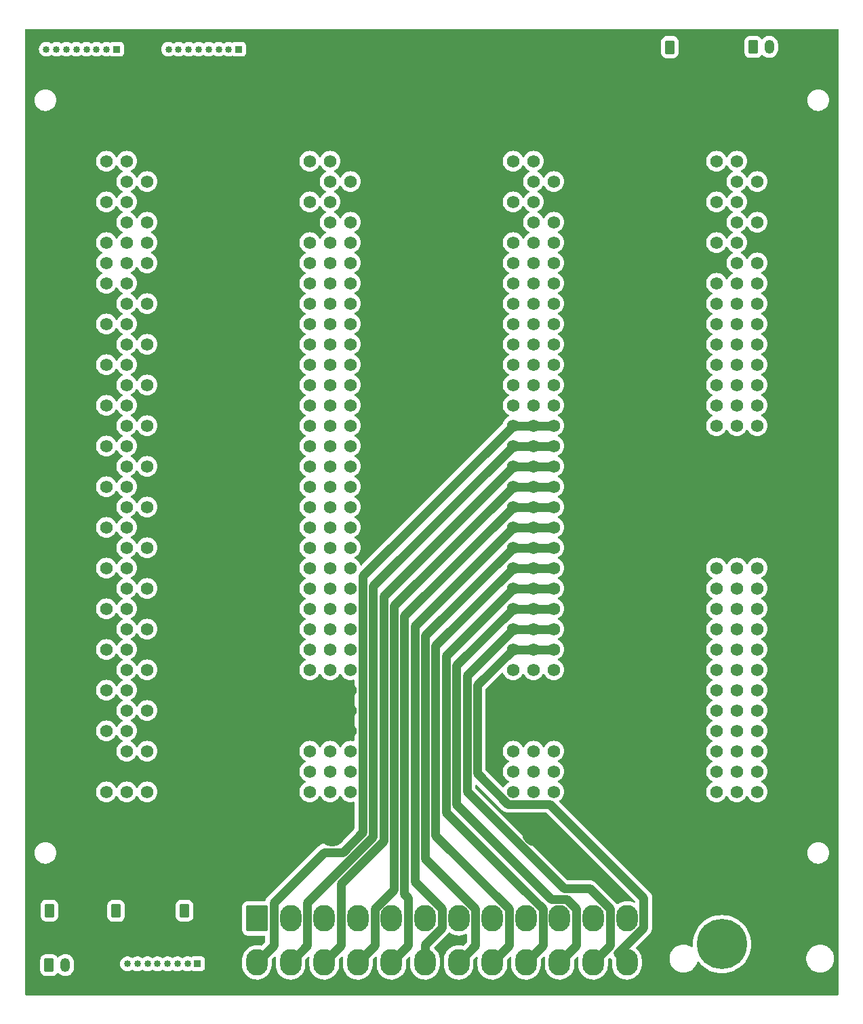
<source format=gbr>
%TF.GenerationSoftware,KiCad,Pcbnew,7.0.7*%
%TF.CreationDate,2024-03-27T23:33:24-04:00*%
%TF.ProjectId,Backplane,4261636b-706c-4616-9e65-2e6b69636164,rev?*%
%TF.SameCoordinates,Original*%
%TF.FileFunction,Copper,L4,Bot*%
%TF.FilePolarity,Positive*%
%FSLAX46Y46*%
G04 Gerber Fmt 4.6, Leading zero omitted, Abs format (unit mm)*
G04 Created by KiCad (PCBNEW 7.0.7) date 2024-03-27 23:33:24*
%MOMM*%
%LPD*%
G01*
G04 APERTURE LIST*
G04 Aperture macros list*
%AMRoundRect*
0 Rectangle with rounded corners*
0 $1 Rounding radius*
0 $2 $3 $4 $5 $6 $7 $8 $9 X,Y pos of 4 corners*
0 Add a 4 corners polygon primitive as box body*
4,1,4,$2,$3,$4,$5,$6,$7,$8,$9,$2,$3,0*
0 Add four circle primitives for the rounded corners*
1,1,$1+$1,$2,$3*
1,1,$1+$1,$4,$5*
1,1,$1+$1,$6,$7*
1,1,$1+$1,$8,$9*
0 Add four rect primitives between the rounded corners*
20,1,$1+$1,$2,$3,$4,$5,0*
20,1,$1+$1,$4,$5,$6,$7,0*
20,1,$1+$1,$6,$7,$8,$9,0*
20,1,$1+$1,$8,$9,$2,$3,0*%
G04 Aperture macros list end*
%TA.AperFunction,ComponentPad*%
%ADD10C,6.266000*%
%TD*%
%TA.AperFunction,ComponentPad*%
%ADD11RoundRect,0.250000X-0.350000X-0.625000X0.350000X-0.625000X0.350000X0.625000X-0.350000X0.625000X0*%
%TD*%
%TA.AperFunction,ComponentPad*%
%ADD12O,1.200000X1.750000*%
%TD*%
%TA.AperFunction,ComponentPad*%
%ADD13R,0.850000X0.850000*%
%TD*%
%TA.AperFunction,ComponentPad*%
%ADD14C,0.850000*%
%TD*%
%TA.AperFunction,ComponentPad*%
%ADD15C,3.403600*%
%TD*%
%TA.AperFunction,ComponentPad*%
%ADD16C,1.574800*%
%TD*%
%TA.AperFunction,ComponentPad*%
%ADD17RoundRect,0.250001X-1.099999X-1.399999X1.099999X-1.399999X1.099999X1.399999X-1.099999X1.399999X0*%
%TD*%
%TA.AperFunction,ComponentPad*%
%ADD18O,2.700000X3.300000*%
%TD*%
%TA.AperFunction,Conductor*%
%ADD19C,1.100000*%
%TD*%
G04 APERTURE END LIST*
D10*
%TO.P,J6,1,1*%
%TO.N,+24V*%
X158153100Y-140944600D03*
%TO.P,J6,2,2*%
%TO.N,GND*%
X165646100Y-140944600D03*
%TD*%
D11*
%TO.P,J11,1,Pin_1*%
%TO.N,+12V*%
X82499328Y-136777073D03*
D12*
%TO.P,J11,2,Pin_2*%
%TO.N,GND*%
X84499328Y-136777073D03*
%TD*%
D13*
%TO.P,J5,1,1*%
%TO.N,ETH1-8*%
X92670000Y-143393262D03*
D14*
%TO.P,J5,2,2*%
%TO.N,ETH1-7*%
X91420000Y-143393262D03*
%TO.P,J5,3,3*%
%TO.N,ETH1-6*%
X90170000Y-143393262D03*
%TO.P,J5,4,4*%
%TO.N,ETH1-5*%
X88920000Y-143393262D03*
%TO.P,J5,5,5*%
%TO.N,ETH1-4*%
X87670000Y-143393262D03*
%TO.P,J5,6,6*%
%TO.N,ETH1-3*%
X86420000Y-143393262D03*
%TO.P,J5,7,7*%
%TO.N,ETH1-2*%
X85170000Y-143393262D03*
%TO.P,J5,8,8*%
%TO.N,ETH1-1*%
X83920000Y-143393262D03*
%TD*%
D11*
%TO.P,J13,1,Pin_1*%
%TO.N,+12V*%
X151670000Y-28956000D03*
D12*
%TO.P,J13,2,Pin_2*%
%TO.N,GND*%
X153670000Y-28956000D03*
%TD*%
D13*
%TO.P,J7,1,1*%
%TO.N,ETH2-8*%
X82550000Y-29210000D03*
D14*
%TO.P,J7,2,2*%
%TO.N,ETH2-7*%
X81300000Y-29210000D03*
%TO.P,J7,3,3*%
%TO.N,ETH2-6*%
X80050000Y-29210000D03*
%TO.P,J7,4,4*%
%TO.N,ETH2-5*%
X78800000Y-29210000D03*
%TO.P,J7,5,5*%
%TO.N,ETH2-4*%
X77550000Y-29210000D03*
%TO.P,J7,6,6*%
%TO.N,ETH2-3*%
X76300000Y-29210000D03*
%TO.P,J7,7,7*%
%TO.N,ETH2-2*%
X75050000Y-29210000D03*
%TO.P,J7,8,8*%
%TO.N,ETH2-1*%
X73800000Y-29210000D03*
%TD*%
D15*
%TO.P,J3,97,97*%
%TO.N,GND*%
X109524800Y-38100000D03*
%TO.P,J3,98,98*%
X109524800Y-127000000D03*
D16*
%TO.P,J3,A1,A1*%
%TO.N,+12V*%
X111760000Y-121920000D03*
%TO.P,J3,A2,A2*%
X111760000Y-119380000D03*
%TO.P,J3,A3,A3*%
X111760000Y-116840000D03*
%TO.P,J3,A4,A4*%
%TO.N,GND*%
X111760000Y-114300000D03*
%TO.P,J3,A5,A5*%
X111760000Y-111760000D03*
%TO.P,J3,A6,A6*%
X111760000Y-109220000D03*
%TO.P,J3,A7,A7*%
%TO.N,+5V*%
X111760000Y-106680000D03*
%TO.P,J3,A8,A8*%
%TO.N,THR5-1*%
X111760000Y-104140000D03*
%TO.P,J3,A9,A9*%
%TO.N,THR5-2*%
X111760000Y-101600000D03*
%TO.P,J3,A10,A10*%
%TO.N,THR5-3*%
X111760000Y-99060000D03*
%TO.P,J3,A11,A11*%
%TO.N,THR6-1*%
X111760000Y-96520000D03*
%TO.P,J3,A12,A12*%
%TO.N,THR6-2*%
X111760000Y-93980000D03*
%TO.P,J3,A13,A13*%
%TO.N,THR6-3*%
X111760000Y-91440000D03*
%TO.P,J3,A14,A14*%
%TO.N,THR7-1*%
X111760000Y-88900000D03*
%TO.P,J3,A15,A15*%
%TO.N,THR7-2*%
X111760000Y-86360000D03*
%TO.P,J3,A16,A16*%
%TO.N,THR7-3*%
X111760000Y-83820000D03*
%TO.P,J3,A17,A17*%
%TO.N,THR8-1*%
X111760000Y-81280000D03*
%TO.P,J3,A18,A18*%
%TO.N,THR8-2*%
X111760000Y-78740000D03*
%TO.P,J3,A19,A19*%
%TO.N,THR8-3*%
X111760000Y-76200000D03*
%TO.P,J3,A20,A20*%
%TO.N,+3.3V*%
X111760000Y-73660000D03*
%TO.P,J3,A21,A21*%
%TO.N,unconnected-(J3-PadA21)*%
X111760000Y-71120000D03*
%TO.P,J3,A22,A22*%
%TO.N,unconnected-(J3-PadA22)*%
X111760000Y-68580000D03*
%TO.P,J3,A23,A23*%
%TO.N,unconnected-(J3-PadA23)*%
X111760000Y-66040000D03*
%TO.P,J3,A24,A24*%
%TO.N,unconnected-(J3-PadA24)*%
X111760000Y-63500000D03*
%TO.P,J3,A25,A25*%
%TO.N,unconnected-(J3-PadA25)*%
X111760000Y-60960000D03*
%TO.P,J3,A26,A26*%
%TO.N,unconnected-(J3-PadA26)*%
X111760000Y-58420000D03*
%TO.P,J3,A27,A27*%
%TO.N,unconnected-(J3-PadA27)*%
X111760000Y-55880000D03*
%TO.P,J3,A28,A28*%
%TO.N,unconnected-(J3-PadA28)*%
X111760000Y-53340000D03*
%TO.P,J3,A29,A29*%
%TO.N,DAT1*%
X111760000Y-50800000D03*
%TO.P,J3,A30,A30*%
%TO.N,GND*%
X111760000Y-48260000D03*
%TO.P,J3,A31,A31*%
%TO.N,CANL*%
X111760000Y-45720000D03*
%TO.P,J3,A32,A32*%
%TO.N,GND*%
X111760000Y-43180000D03*
%TO.P,J3,B1,B1*%
%TO.N,+12V*%
X109220000Y-121920000D03*
%TO.P,J3,B2,B2*%
X109220000Y-119380000D03*
%TO.P,J3,B3,B3*%
X109220000Y-116840000D03*
%TO.P,J3,B4,B4*%
%TO.N,GND*%
X109220000Y-114300000D03*
%TO.P,J3,B5,B5*%
X109220000Y-111760000D03*
%TO.P,J3,B6,B6*%
X109220000Y-109220000D03*
%TO.P,J3,B7,B7*%
%TO.N,+5V*%
X109220000Y-106680000D03*
%TO.P,J3,B8,B8*%
%TO.N,THR5-1*%
X109220000Y-104140000D03*
%TO.P,J3,B9,B9*%
%TO.N,THR5-2*%
X109220000Y-101600000D03*
%TO.P,J3,B10,B10*%
%TO.N,THR5-3*%
X109220000Y-99060000D03*
%TO.P,J3,B11,B11*%
%TO.N,THR6-1*%
X109220000Y-96520000D03*
%TO.P,J3,B12,B12*%
%TO.N,THR6-2*%
X109220000Y-93980000D03*
%TO.P,J3,B13,B13*%
%TO.N,THR6-3*%
X109220000Y-91440000D03*
%TO.P,J3,B14,B14*%
%TO.N,THR7-1*%
X109220000Y-88900000D03*
%TO.P,J3,B15,B15*%
%TO.N,THR7-2*%
X109220000Y-86360000D03*
%TO.P,J3,B16,B16*%
%TO.N,THR7-3*%
X109220000Y-83820000D03*
%TO.P,J3,B17,B17*%
%TO.N,THR8-1*%
X109220000Y-81280000D03*
%TO.P,J3,B18,B18*%
%TO.N,THR8-2*%
X109220000Y-78740000D03*
%TO.P,J3,B19,B19*%
%TO.N,THR8-3*%
X109220000Y-76200000D03*
%TO.P,J3,B20,B20*%
%TO.N,+3.3V*%
X109220000Y-73660000D03*
%TO.P,J3,B21,B21*%
%TO.N,unconnected-(J3-PadB21)*%
X109220000Y-71120000D03*
%TO.P,J3,B22,B22*%
%TO.N,unconnected-(J3-PadB22)*%
X109220000Y-68580000D03*
%TO.P,J3,B23,B23*%
%TO.N,unconnected-(J3-PadB23)*%
X109220000Y-66040000D03*
%TO.P,J3,B24,B24*%
%TO.N,unconnected-(J3-PadB24)*%
X109220000Y-63500000D03*
%TO.P,J3,B25,B25*%
%TO.N,unconnected-(J3-PadB25)*%
X109220000Y-60960000D03*
%TO.P,J3,B26,B26*%
%TO.N,unconnected-(J3-PadB26)*%
X109220000Y-58420000D03*
%TO.P,J3,B27,B27*%
%TO.N,unconnected-(J3-PadB27)*%
X109220000Y-55880000D03*
%TO.P,J3,B28,B28*%
%TO.N,unconnected-(J3-PadB28)*%
X109220000Y-53340000D03*
%TO.P,J3,B29,B29*%
%TO.N,DAT1*%
X109220000Y-50800000D03*
%TO.P,J3,B30,B30*%
%TO.N,DAT2*%
X109220000Y-48260000D03*
%TO.P,J3,B31,B31*%
%TO.N,CANL*%
X109220000Y-45720000D03*
%TO.P,J3,B32,B32*%
%TO.N,CANH*%
X109220000Y-43180000D03*
%TO.P,J3,C1,C1*%
%TO.N,+12V*%
X106680000Y-121920000D03*
%TO.P,J3,C2,C2*%
X106680000Y-119380000D03*
%TO.P,J3,C3,C3*%
X106680000Y-116840000D03*
%TO.P,J3,C4,C4*%
%TO.N,GND*%
X106680000Y-114300000D03*
%TO.P,J3,C5,C5*%
X106680000Y-111760000D03*
%TO.P,J3,C6,C6*%
X106680000Y-109220000D03*
%TO.P,J3,C7,C7*%
%TO.N,+5V*%
X106680000Y-106680000D03*
%TO.P,J3,C8,C8*%
%TO.N,THR5-1*%
X106680000Y-104140000D03*
%TO.P,J3,C9,C9*%
%TO.N,THR5-2*%
X106680000Y-101600000D03*
%TO.P,J3,C10,C10*%
%TO.N,THR5-3*%
X106680000Y-99060000D03*
%TO.P,J3,C11,C11*%
%TO.N,THR6-1*%
X106680000Y-96520000D03*
%TO.P,J3,C12,C12*%
%TO.N,THR6-2*%
X106680000Y-93980000D03*
%TO.P,J3,C13,C13*%
%TO.N,THR6-3*%
X106680000Y-91440000D03*
%TO.P,J3,C14,C14*%
%TO.N,THR7-1*%
X106680000Y-88900000D03*
%TO.P,J3,C15,C15*%
%TO.N,THR7-2*%
X106680000Y-86360000D03*
%TO.P,J3,C16,C16*%
%TO.N,THR7-3*%
X106680000Y-83820000D03*
%TO.P,J3,C17,C17*%
%TO.N,THR8-1*%
X106680000Y-81280000D03*
%TO.P,J3,C18,C18*%
%TO.N,THR8-2*%
X106680000Y-78740000D03*
%TO.P,J3,C19,C19*%
%TO.N,THR8-3*%
X106680000Y-76200000D03*
%TO.P,J3,C20,C20*%
%TO.N,+3.3V*%
X106680000Y-73660000D03*
%TO.P,J3,C21,C21*%
%TO.N,unconnected-(J3-PadC21)*%
X106680000Y-71120000D03*
%TO.P,J3,C22,C22*%
%TO.N,unconnected-(J3-PadC22)*%
X106680000Y-68580000D03*
%TO.P,J3,C23,C23*%
%TO.N,unconnected-(J3-PadC23)*%
X106680000Y-66040000D03*
%TO.P,J3,C24,C24*%
%TO.N,unconnected-(J3-PadC24)*%
X106680000Y-63500000D03*
%TO.P,J3,C25,C25*%
%TO.N,unconnected-(J3-PadC25)*%
X106680000Y-60960000D03*
%TO.P,J3,C26,C26*%
%TO.N,unconnected-(J3-PadC26)*%
X106680000Y-58420000D03*
%TO.P,J3,C27,C27*%
%TO.N,unconnected-(J3-PadC27)*%
X106680000Y-55880000D03*
%TO.P,J3,C28,C28*%
%TO.N,unconnected-(J3-PadC28)*%
X106680000Y-53340000D03*
%TO.P,J3,C29,C29*%
%TO.N,GND*%
X106680000Y-50800000D03*
%TO.P,J3,C30,C30*%
%TO.N,DAT2*%
X106680000Y-48260000D03*
%TO.P,J3,C31,C31*%
%TO.N,GND*%
X106680000Y-45720000D03*
%TO.P,J3,C32,C32*%
%TO.N,CANH*%
X106680000Y-43180000D03*
%TD*%
D11*
%TO.P,J14,1,Pin_1*%
%TO.N,+12V*%
X91058460Y-136771766D03*
D12*
%TO.P,J14,2,Pin_2*%
%TO.N,GND*%
X93058460Y-136771766D03*
%TD*%
D11*
%TO.P,J9,1,Pin_1*%
%TO.N,SW2*%
X74140538Y-143555467D03*
D12*
%TO.P,J9,2,Pin_2*%
%TO.N,SW1*%
X76140538Y-143555467D03*
%TD*%
D11*
%TO.P,J15,1,Pin_1*%
%TO.N,+12V*%
X74164583Y-136764001D03*
D12*
%TO.P,J15,2,Pin_2*%
%TO.N,GND*%
X76164583Y-136764001D03*
%TD*%
D15*
%TO.P,J2,97,97*%
%TO.N,GND*%
X134924800Y-38100000D03*
%TO.P,J2,98,98*%
X134924800Y-127000000D03*
D16*
%TO.P,J2,A1,A1*%
%TO.N,+12V*%
X137160000Y-121920000D03*
%TO.P,J2,A2,A2*%
X137160000Y-119380000D03*
%TO.P,J2,A3,A3*%
X137160000Y-116840000D03*
%TO.P,J2,A4,A4*%
%TO.N,GND*%
X137160000Y-114300000D03*
%TO.P,J2,A5,A5*%
X137160000Y-111760000D03*
%TO.P,J2,A6,A6*%
X137160000Y-109220000D03*
%TO.P,J2,A7,A7*%
%TO.N,+5V*%
X137160000Y-106680000D03*
%TO.P,J2,A8,A8*%
%TO.N,THR1-1*%
X137160000Y-104140000D03*
%TO.P,J2,A9,A9*%
%TO.N,THR1-2*%
X137160000Y-101600000D03*
%TO.P,J2,A10,A10*%
%TO.N,THR1-3*%
X137160000Y-99060000D03*
%TO.P,J2,A11,A11*%
%TO.N,THR2-1*%
X137160000Y-96520000D03*
%TO.P,J2,A12,A12*%
%TO.N,THR2-2*%
X137160000Y-93980000D03*
%TO.P,J2,A13,A13*%
%TO.N,THR2-3*%
X137160000Y-91440000D03*
%TO.P,J2,A14,A14*%
%TO.N,THR3-1*%
X137160000Y-88900000D03*
%TO.P,J2,A15,A15*%
%TO.N,THR3-2*%
X137160000Y-86360000D03*
%TO.P,J2,A16,A16*%
%TO.N,THR3-3*%
X137160000Y-83820000D03*
%TO.P,J2,A17,A17*%
%TO.N,THR4-1*%
X137160000Y-81280000D03*
%TO.P,J2,A18,A18*%
%TO.N,THR4-2*%
X137160000Y-78740000D03*
%TO.P,J2,A19,A19*%
%TO.N,THR4-3*%
X137160000Y-76200000D03*
%TO.P,J2,A20,A20*%
%TO.N,+3.3V*%
X137160000Y-73660000D03*
%TO.P,J2,A21,A21*%
%TO.N,unconnected-(J2-PadA21)*%
X137160000Y-71120000D03*
%TO.P,J2,A22,A22*%
%TO.N,unconnected-(J2-PadA22)*%
X137160000Y-68580000D03*
%TO.P,J2,A23,A23*%
%TO.N,unconnected-(J2-PadA23)*%
X137160000Y-66040000D03*
%TO.P,J2,A24,A24*%
%TO.N,unconnected-(J2-PadA24)*%
X137160000Y-63500000D03*
%TO.P,J2,A25,A25*%
%TO.N,unconnected-(J2-PadA25)*%
X137160000Y-60960000D03*
%TO.P,J2,A26,A26*%
%TO.N,unconnected-(J2-PadA26)*%
X137160000Y-58420000D03*
%TO.P,J2,A27,A27*%
%TO.N,unconnected-(J2-PadA27)*%
X137160000Y-55880000D03*
%TO.P,J2,A28,A28*%
%TO.N,unconnected-(J2-PadA28)*%
X137160000Y-53340000D03*
%TO.P,J2,A29,A29*%
%TO.N,DAT1*%
X137160000Y-50800000D03*
%TO.P,J2,A30,A30*%
%TO.N,GND*%
X137160000Y-48260000D03*
%TO.P,J2,A31,A31*%
%TO.N,CANL*%
X137160000Y-45720000D03*
%TO.P,J2,A32,A32*%
%TO.N,GND*%
X137160000Y-43180000D03*
%TO.P,J2,B1,B1*%
%TO.N,+12V*%
X134620000Y-121920000D03*
%TO.P,J2,B2,B2*%
X134620000Y-119380000D03*
%TO.P,J2,B3,B3*%
X134620000Y-116840000D03*
%TO.P,J2,B4,B4*%
%TO.N,GND*%
X134620000Y-114300000D03*
%TO.P,J2,B5,B5*%
X134620000Y-111760000D03*
%TO.P,J2,B6,B6*%
X134620000Y-109220000D03*
%TO.P,J2,B7,B7*%
%TO.N,+5V*%
X134620000Y-106680000D03*
%TO.P,J2,B8,B8*%
%TO.N,THR1-1*%
X134620000Y-104140000D03*
%TO.P,J2,B9,B9*%
%TO.N,THR1-2*%
X134620000Y-101600000D03*
%TO.P,J2,B10,B10*%
%TO.N,THR1-3*%
X134620000Y-99060000D03*
%TO.P,J2,B11,B11*%
%TO.N,THR2-1*%
X134620000Y-96520000D03*
%TO.P,J2,B12,B12*%
%TO.N,THR2-2*%
X134620000Y-93980000D03*
%TO.P,J2,B13,B13*%
%TO.N,THR2-3*%
X134620000Y-91440000D03*
%TO.P,J2,B14,B14*%
%TO.N,THR3-1*%
X134620000Y-88900000D03*
%TO.P,J2,B15,B15*%
%TO.N,THR3-2*%
X134620000Y-86360000D03*
%TO.P,J2,B16,B16*%
%TO.N,THR3-3*%
X134620000Y-83820000D03*
%TO.P,J2,B17,B17*%
%TO.N,THR4-1*%
X134620000Y-81280000D03*
%TO.P,J2,B18,B18*%
%TO.N,THR4-2*%
X134620000Y-78740000D03*
%TO.P,J2,B19,B19*%
%TO.N,THR4-3*%
X134620000Y-76200000D03*
%TO.P,J2,B20,B20*%
%TO.N,+3.3V*%
X134620000Y-73660000D03*
%TO.P,J2,B21,B21*%
%TO.N,unconnected-(J2-PadB21)*%
X134620000Y-71120000D03*
%TO.P,J2,B22,B22*%
%TO.N,unconnected-(J2-PadB22)*%
X134620000Y-68580000D03*
%TO.P,J2,B23,B23*%
%TO.N,unconnected-(J2-PadB23)*%
X134620000Y-66040000D03*
%TO.P,J2,B24,B24*%
%TO.N,unconnected-(J2-PadB24)*%
X134620000Y-63500000D03*
%TO.P,J2,B25,B25*%
%TO.N,unconnected-(J2-PadB25)*%
X134620000Y-60960000D03*
%TO.P,J2,B26,B26*%
%TO.N,unconnected-(J2-PadB26)*%
X134620000Y-58420000D03*
%TO.P,J2,B27,B27*%
%TO.N,unconnected-(J2-PadB27)*%
X134620000Y-55880000D03*
%TO.P,J2,B28,B28*%
%TO.N,unconnected-(J2-PadB28)*%
X134620000Y-53340000D03*
%TO.P,J2,B29,B29*%
%TO.N,DAT1*%
X134620000Y-50800000D03*
%TO.P,J2,B30,B30*%
%TO.N,DAT2*%
X134620000Y-48260000D03*
%TO.P,J2,B31,B31*%
%TO.N,CANL*%
X134620000Y-45720000D03*
%TO.P,J2,B32,B32*%
%TO.N,CANH*%
X134620000Y-43180000D03*
%TO.P,J2,C1,C1*%
%TO.N,+12V*%
X132080000Y-121920000D03*
%TO.P,J2,C2,C2*%
X132080000Y-119380000D03*
%TO.P,J2,C3,C3*%
X132080000Y-116840000D03*
%TO.P,J2,C4,C4*%
%TO.N,GND*%
X132080000Y-114300000D03*
%TO.P,J2,C5,C5*%
X132080000Y-111760000D03*
%TO.P,J2,C6,C6*%
X132080000Y-109220000D03*
%TO.P,J2,C7,C7*%
%TO.N,+5V*%
X132080000Y-106680000D03*
%TO.P,J2,C8,C8*%
%TO.N,THR1-1*%
X132080000Y-104140000D03*
%TO.P,J2,C9,C9*%
%TO.N,THR1-2*%
X132080000Y-101600000D03*
%TO.P,J2,C10,C10*%
%TO.N,THR1-3*%
X132080000Y-99060000D03*
%TO.P,J2,C11,C11*%
%TO.N,THR2-1*%
X132080000Y-96520000D03*
%TO.P,J2,C12,C12*%
%TO.N,THR2-2*%
X132080000Y-93980000D03*
%TO.P,J2,C13,C13*%
%TO.N,THR2-3*%
X132080000Y-91440000D03*
%TO.P,J2,C14,C14*%
%TO.N,THR3-1*%
X132080000Y-88900000D03*
%TO.P,J2,C15,C15*%
%TO.N,THR3-2*%
X132080000Y-86360000D03*
%TO.P,J2,C16,C16*%
%TO.N,THR3-3*%
X132080000Y-83820000D03*
%TO.P,J2,C17,C17*%
%TO.N,THR4-1*%
X132080000Y-81280000D03*
%TO.P,J2,C18,C18*%
%TO.N,THR4-2*%
X132080000Y-78740000D03*
%TO.P,J2,C19,C19*%
%TO.N,THR4-3*%
X132080000Y-76200000D03*
%TO.P,J2,C20,C20*%
%TO.N,+3.3V*%
X132080000Y-73660000D03*
%TO.P,J2,C21,C21*%
%TO.N,unconnected-(J2-PadC21)*%
X132080000Y-71120000D03*
%TO.P,J2,C22,C22*%
%TO.N,unconnected-(J2-PadC22)*%
X132080000Y-68580000D03*
%TO.P,J2,C23,C23*%
%TO.N,unconnected-(J2-PadC23)*%
X132080000Y-66040000D03*
%TO.P,J2,C24,C24*%
%TO.N,unconnected-(J2-PadC24)*%
X132080000Y-63500000D03*
%TO.P,J2,C25,C25*%
%TO.N,unconnected-(J2-PadC25)*%
X132080000Y-60960000D03*
%TO.P,J2,C26,C26*%
%TO.N,unconnected-(J2-PadC26)*%
X132080000Y-58420000D03*
%TO.P,J2,C27,C27*%
%TO.N,unconnected-(J2-PadC27)*%
X132080000Y-55880000D03*
%TO.P,J2,C28,C28*%
%TO.N,unconnected-(J2-PadC28)*%
X132080000Y-53340000D03*
%TO.P,J2,C29,C29*%
%TO.N,GND*%
X132080000Y-50800000D03*
%TO.P,J2,C30,C30*%
%TO.N,DAT2*%
X132080000Y-48260000D03*
%TO.P,J2,C31,C31*%
%TO.N,GND*%
X132080000Y-45720000D03*
%TO.P,J2,C32,C32*%
%TO.N,CANH*%
X132080000Y-43180000D03*
%TD*%
D15*
%TO.P,J1,97,97*%
%TO.N,GND*%
X160324800Y-38100000D03*
%TO.P,J1,98,98*%
X160324800Y-127000000D03*
D16*
%TO.P,J1,A1,A1*%
%TO.N,+24V*%
X162560000Y-121920000D03*
%TO.P,J1,A2,A2*%
X162560000Y-119380000D03*
%TO.P,J1,A3,A3*%
X162560000Y-116840000D03*
%TO.P,J1,A4,A4*%
X162560000Y-114300000D03*
%TO.P,J1,A5,A5*%
X162560000Y-111760000D03*
%TO.P,J1,A6,A6*%
X162560000Y-109220000D03*
%TO.P,J1,A7,A7*%
%TO.N,+12V*%
X162560000Y-106680000D03*
%TO.P,J1,A8,A8*%
X162560000Y-104140000D03*
%TO.P,J1,A9,A9*%
X162560000Y-101600000D03*
%TO.P,J1,A10,A10*%
X162560000Y-99060000D03*
%TO.P,J1,A11,A11*%
X162560000Y-96520000D03*
%TO.P,J1,A12,A12*%
X162560000Y-93980000D03*
%TO.P,J1,A13,A13*%
%TO.N,GND*%
X162560000Y-91440000D03*
%TO.P,J1,A14,A14*%
X162560000Y-88900000D03*
%TO.P,J1,A15,A15*%
X162560000Y-86360000D03*
%TO.P,J1,A16,A16*%
X162560000Y-83820000D03*
%TO.P,J1,A17,A17*%
X162560000Y-81280000D03*
%TO.P,J1,A18,A18*%
X162560000Y-78740000D03*
%TO.P,J1,A19,A19*%
%TO.N,+5V*%
X162560000Y-76200000D03*
%TO.P,J1,A20,A20*%
X162560000Y-73660000D03*
%TO.P,J1,A21,A21*%
%TO.N,+3.3V*%
X162560000Y-71120000D03*
%TO.P,J1,A22,A22*%
X162560000Y-68580000D03*
%TO.P,J1,A23,A23*%
%TO.N,unconnected-(J1-PadA23)*%
X162560000Y-66040000D03*
%TO.P,J1,A24,A24*%
%TO.N,unconnected-(J1-PadA24)*%
X162560000Y-63500000D03*
%TO.P,J1,A25,A25*%
%TO.N,unconnected-(J1-PadA25)*%
X162560000Y-60960000D03*
%TO.P,J1,A26,A26*%
%TO.N,unconnected-(J1-PadA26)*%
X162560000Y-58420000D03*
%TO.P,J1,A27,A27*%
%TO.N,SW2*%
X162560000Y-55880000D03*
%TO.P,J1,A28,A28*%
%TO.N,GND*%
X162560000Y-53340000D03*
%TO.P,J1,A29,A29*%
%TO.N,DAT1*%
X162560000Y-50800000D03*
%TO.P,J1,A30,A30*%
%TO.N,GND*%
X162560000Y-48260000D03*
%TO.P,J1,A31,A31*%
%TO.N,CANL*%
X162560000Y-45720000D03*
%TO.P,J1,A32,A32*%
%TO.N,GND*%
X162560000Y-43180000D03*
%TO.P,J1,B1,B1*%
%TO.N,+24V*%
X160020000Y-121920000D03*
%TO.P,J1,B2,B2*%
X160020000Y-119380000D03*
%TO.P,J1,B3,B3*%
X160020000Y-116840000D03*
%TO.P,J1,B4,B4*%
X160020000Y-114300000D03*
%TO.P,J1,B5,B5*%
X160020000Y-111760000D03*
%TO.P,J1,B6,B6*%
X160020000Y-109220000D03*
%TO.P,J1,B7,B7*%
%TO.N,+12V*%
X160020000Y-106680000D03*
%TO.P,J1,B8,B8*%
X160020000Y-104140000D03*
%TO.P,J1,B9,B9*%
X160020000Y-101600000D03*
%TO.P,J1,B10,B10*%
X160020000Y-99060000D03*
%TO.P,J1,B11,B11*%
X160020000Y-96520000D03*
%TO.P,J1,B12,B12*%
X160020000Y-93980000D03*
%TO.P,J1,B13,B13*%
%TO.N,GND*%
X160020000Y-91440000D03*
%TO.P,J1,B14,B14*%
X160020000Y-88900000D03*
%TO.P,J1,B15,B15*%
X160020000Y-86360000D03*
%TO.P,J1,B16,B16*%
X160020000Y-83820000D03*
%TO.P,J1,B17,B17*%
X160020000Y-81280000D03*
%TO.P,J1,B18,B18*%
X160020000Y-78740000D03*
%TO.P,J1,B19,B19*%
%TO.N,+5V*%
X160020000Y-76200000D03*
%TO.P,J1,B20,B20*%
X160020000Y-73660000D03*
%TO.P,J1,B21,B21*%
%TO.N,+3.3V*%
X160020000Y-71120000D03*
%TO.P,J1,B22,B22*%
X160020000Y-68580000D03*
%TO.P,J1,B23,B23*%
%TO.N,unconnected-(J1-PadB23)*%
X160020000Y-66040000D03*
%TO.P,J1,B24,B24*%
%TO.N,unconnected-(J1-PadB24)*%
X160020000Y-63500000D03*
%TO.P,J1,B25,B25*%
%TO.N,unconnected-(J1-PadB25)*%
X160020000Y-60960000D03*
%TO.P,J1,B26,B26*%
%TO.N,unconnected-(J1-PadB26)*%
X160020000Y-58420000D03*
%TO.P,J1,B27,B27*%
%TO.N,SW2*%
X160020000Y-55880000D03*
%TO.P,J1,B28,B28*%
%TO.N,SW1*%
X160020000Y-53340000D03*
%TO.P,J1,B29,B29*%
%TO.N,DAT1*%
X160020000Y-50800000D03*
%TO.P,J1,B30,B30*%
%TO.N,DAT2*%
X160020000Y-48260000D03*
%TO.P,J1,B31,B31*%
%TO.N,CANL*%
X160020000Y-45720000D03*
%TO.P,J1,B32,B32*%
%TO.N,CANH*%
X160020000Y-43180000D03*
%TO.P,J1,C1,C1*%
%TO.N,+24V*%
X157480000Y-121920000D03*
%TO.P,J1,C2,C2*%
X157480000Y-119380000D03*
%TO.P,J1,C3,C3*%
X157480000Y-116840000D03*
%TO.P,J1,C4,C4*%
X157480000Y-114300000D03*
%TO.P,J1,C5,C5*%
X157480000Y-111760000D03*
%TO.P,J1,C6,C6*%
X157480000Y-109220000D03*
%TO.P,J1,C7,C7*%
%TO.N,+12V*%
X157480000Y-106680000D03*
%TO.P,J1,C8,C8*%
X157480000Y-104140000D03*
%TO.P,J1,C9,C9*%
X157480000Y-101600000D03*
%TO.P,J1,C10,C10*%
X157480000Y-99060000D03*
%TO.P,J1,C11,C11*%
X157480000Y-96520000D03*
%TO.P,J1,C12,C12*%
X157480000Y-93980000D03*
%TO.P,J1,C13,C13*%
%TO.N,GND*%
X157480000Y-91440000D03*
%TO.P,J1,C14,C14*%
X157480000Y-88900000D03*
%TO.P,J1,C15,C15*%
X157480000Y-86360000D03*
%TO.P,J1,C16,C16*%
X157480000Y-83820000D03*
%TO.P,J1,C17,C17*%
X157480000Y-81280000D03*
%TO.P,J1,C18,C18*%
X157480000Y-78740000D03*
%TO.P,J1,C19,C19*%
%TO.N,+5V*%
X157480000Y-76200000D03*
%TO.P,J1,C20,C20*%
X157480000Y-73660000D03*
%TO.P,J1,C21,C21*%
%TO.N,+3.3V*%
X157480000Y-71120000D03*
%TO.P,J1,C22,C22*%
X157480000Y-68580000D03*
%TO.P,J1,C23,C23*%
%TO.N,unconnected-(J1-PadC23)*%
X157480000Y-66040000D03*
%TO.P,J1,C24,C24*%
%TO.N,unconnected-(J1-PadC24)*%
X157480000Y-63500000D03*
%TO.P,J1,C25,C25*%
%TO.N,unconnected-(J1-PadC25)*%
X157480000Y-60960000D03*
%TO.P,J1,C26,C26*%
%TO.N,unconnected-(J1-PadC26)*%
X157480000Y-58420000D03*
%TO.P,J1,C27,C27*%
%TO.N,GND*%
X157480000Y-55880000D03*
%TO.P,J1,C28,C28*%
%TO.N,SW1*%
X157480000Y-53340000D03*
%TO.P,J1,C29,C29*%
%TO.N,GND*%
X157480000Y-50800000D03*
%TO.P,J1,C30,C30*%
%TO.N,DAT2*%
X157480000Y-48260000D03*
%TO.P,J1,C31,C31*%
%TO.N,GND*%
X157480000Y-45720000D03*
%TO.P,J1,C32,C32*%
%TO.N,CANH*%
X157480000Y-43180000D03*
%TD*%
D11*
%TO.P,J10,1,Pin_1*%
%TO.N,CANH*%
X162068000Y-28914000D03*
D12*
%TO.P,J10,2,Pin_2*%
%TO.N,CANL*%
X164068000Y-28914000D03*
%TD*%
D17*
%TO.P,J12,1,Pin_1*%
%TO.N,THR5-1*%
X100090000Y-137720000D03*
D18*
%TO.P,J12,2,Pin_2*%
%TO.N,THR5-2*%
X104290000Y-137720000D03*
%TO.P,J12,3,Pin_3*%
%TO.N,THR5-3*%
X108490000Y-137720000D03*
%TO.P,J12,4,Pin_4*%
%TO.N,THR6-1*%
X112690000Y-137720000D03*
%TO.P,J12,5,Pin_5*%
%TO.N,THR6-2*%
X116890000Y-137720000D03*
%TO.P,J12,6,Pin_6*%
%TO.N,THR6-3*%
X121090000Y-137720000D03*
%TO.P,J12,7,Pin_7*%
%TO.N,THR7-1*%
X125290000Y-137720000D03*
%TO.P,J12,8,Pin_8*%
%TO.N,THR7-2*%
X129490000Y-137720000D03*
%TO.P,J12,9,Pin_9*%
%TO.N,THR7-3*%
X133690000Y-137720000D03*
%TO.P,J12,10,Pin_10*%
%TO.N,THR8-1*%
X137890000Y-137720000D03*
%TO.P,J12,11,Pin_11*%
%TO.N,THR8-2*%
X142090000Y-137720000D03*
%TO.P,J12,12,Pin_12*%
%TO.N,THR8-3*%
X146290000Y-137720000D03*
%TO.P,J12,13,Pin_13*%
%TO.N,THR4-3*%
X100090000Y-143220000D03*
%TO.P,J12,14,Pin_14*%
%TO.N,THR4-2*%
X104290000Y-143220000D03*
%TO.P,J12,15,Pin_15*%
%TO.N,THR4-1*%
X108490000Y-143220000D03*
%TO.P,J12,16,Pin_16*%
%TO.N,THR3-3*%
X112690000Y-143220000D03*
%TO.P,J12,17,Pin_17*%
%TO.N,THR3-2*%
X116890000Y-143220000D03*
%TO.P,J12,18,Pin_18*%
%TO.N,THR3-1*%
X121090000Y-143220000D03*
%TO.P,J12,19,Pin_19*%
%TO.N,THR2-3*%
X125290000Y-143220000D03*
%TO.P,J12,20,Pin_20*%
%TO.N,THR2-2*%
X129490000Y-143220000D03*
%TO.P,J12,21,Pin_21*%
%TO.N,THR2-1*%
X133690000Y-143220000D03*
%TO.P,J12,22,Pin_22*%
%TO.N,THR1-3*%
X137890000Y-143220000D03*
%TO.P,J12,23,Pin_23*%
%TO.N,THR1-2*%
X142090000Y-143220000D03*
%TO.P,J12,24,Pin_24*%
%TO.N,THR1-1*%
X146290000Y-143220000D03*
%TD*%
D13*
%TO.P,J8,1,1*%
%TO.N,ETH3-8*%
X97810000Y-29210000D03*
D14*
%TO.P,J8,2,2*%
%TO.N,ETH3-7*%
X96560000Y-29210000D03*
%TO.P,J8,3,3*%
%TO.N,ETH3-6*%
X95310000Y-29210000D03*
%TO.P,J8,4,4*%
%TO.N,ETH3-5*%
X94060000Y-29210000D03*
%TO.P,J8,5,5*%
%TO.N,ETH3-4*%
X92810000Y-29210000D03*
%TO.P,J8,6,6*%
%TO.N,ETH3-3*%
X91560000Y-29210000D03*
%TO.P,J8,7,7*%
%TO.N,ETH3-2*%
X90310000Y-29210000D03*
%TO.P,J8,8,8*%
%TO.N,ETH3-1*%
X89060000Y-29210000D03*
%TD*%
D15*
%TO.P,J4,97,97*%
%TO.N,GND*%
X84124800Y-38100000D03*
%TO.P,J4,98,98*%
X84124800Y-127000000D03*
D16*
%TO.P,J4,A1,A1*%
%TO.N,+5V*%
X86360000Y-121920000D03*
%TO.P,J4,A2,A2*%
%TO.N,GND*%
X86360000Y-119380000D03*
%TO.P,J4,A3,A3*%
%TO.N,ETH1-1*%
X86360000Y-116840000D03*
%TO.P,J4,A4,A4*%
%TO.N,GND*%
X86360000Y-114300000D03*
%TO.P,J4,A5,A5*%
%TO.N,ETH1-3*%
X86360000Y-111760000D03*
%TO.P,J4,A6,A6*%
%TO.N,GND*%
X86360000Y-109220000D03*
%TO.P,J4,A7,A7*%
%TO.N,ETH1-5*%
X86360000Y-106680000D03*
%TO.P,J4,A8,A8*%
%TO.N,GND*%
X86360000Y-104140000D03*
%TO.P,J4,A9,A9*%
%TO.N,ETH1-7*%
X86360000Y-101600000D03*
%TO.P,J4,A10,A10*%
%TO.N,GND*%
X86360000Y-99060000D03*
%TO.P,J4,A11,A11*%
%TO.N,ETH2-1*%
X86360000Y-96520000D03*
%TO.P,J4,A12,A12*%
%TO.N,GND*%
X86360000Y-93980000D03*
%TO.P,J4,A13,A13*%
%TO.N,ETH2-3*%
X86360000Y-91440000D03*
%TO.P,J4,A14,A14*%
%TO.N,GND*%
X86360000Y-88900000D03*
%TO.P,J4,A15,A15*%
%TO.N,ETH2-5*%
X86360000Y-86360000D03*
%TO.P,J4,A16,A16*%
%TO.N,GND*%
X86360000Y-83820000D03*
%TO.P,J4,A17,A17*%
%TO.N,ETH2-7*%
X86360000Y-81280000D03*
%TO.P,J4,A18,A18*%
%TO.N,GND*%
X86360000Y-78740000D03*
%TO.P,J4,A19,A19*%
%TO.N,ETH3-1*%
X86360000Y-76200000D03*
%TO.P,J4,A20,A20*%
%TO.N,GND*%
X86360000Y-73660000D03*
%TO.P,J4,A21,A21*%
%TO.N,ETH3-3*%
X86360000Y-71120000D03*
%TO.P,J4,A22,A22*%
%TO.N,GND*%
X86360000Y-68580000D03*
%TO.P,J4,A23,A23*%
%TO.N,ETH3-5*%
X86360000Y-66040000D03*
%TO.P,J4,A24,A24*%
%TO.N,GND*%
X86360000Y-63500000D03*
%TO.P,J4,A25,A25*%
%TO.N,ETH3-7*%
X86360000Y-60960000D03*
%TO.P,J4,A26,A26*%
%TO.N,GND*%
X86360000Y-58420000D03*
%TO.P,J4,A27,A27*%
%TO.N,+12V*%
X86360000Y-55880000D03*
%TO.P,J4,A28,A28*%
X86360000Y-53340000D03*
%TO.P,J4,A29,A29*%
%TO.N,DAT1*%
X86360000Y-50800000D03*
%TO.P,J4,A30,A30*%
%TO.N,GND*%
X86360000Y-48260000D03*
%TO.P,J4,A31,A31*%
%TO.N,CANL*%
X86360000Y-45720000D03*
%TO.P,J4,A32,A32*%
%TO.N,GND*%
X86360000Y-43180000D03*
%TO.P,J4,B1,B1*%
%TO.N,+5V*%
X83820000Y-121920000D03*
%TO.P,J4,B2,B2*%
%TO.N,GND*%
X83820000Y-119380000D03*
%TO.P,J4,B3,B3*%
%TO.N,ETH1-1*%
X83820000Y-116840000D03*
%TO.P,J4,B4,B4*%
%TO.N,ETH1-2*%
X83820000Y-114300000D03*
%TO.P,J4,B5,B5*%
%TO.N,ETH1-3*%
X83820000Y-111760000D03*
%TO.P,J4,B6,B6*%
%TO.N,ETH1-4*%
X83820000Y-109220000D03*
%TO.P,J4,B7,B7*%
%TO.N,ETH1-5*%
X83820000Y-106680000D03*
%TO.P,J4,B8,B8*%
%TO.N,ETH1-6*%
X83820000Y-104140000D03*
%TO.P,J4,B9,B9*%
%TO.N,ETH1-7*%
X83820000Y-101600000D03*
%TO.P,J4,B10,B10*%
%TO.N,ETH1-8*%
X83820000Y-99060000D03*
%TO.P,J4,B11,B11*%
%TO.N,ETH2-1*%
X83820000Y-96520000D03*
%TO.P,J4,B12,B12*%
%TO.N,ETH2-2*%
X83820000Y-93980000D03*
%TO.P,J4,B13,B13*%
%TO.N,ETH2-3*%
X83820000Y-91440000D03*
%TO.P,J4,B14,B14*%
%TO.N,ETH2-4*%
X83820000Y-88900000D03*
%TO.P,J4,B15,B15*%
%TO.N,ETH2-5*%
X83820000Y-86360000D03*
%TO.P,J4,B16,B16*%
%TO.N,ETH2-6*%
X83820000Y-83820000D03*
%TO.P,J4,B17,B17*%
%TO.N,ETH2-7*%
X83820000Y-81280000D03*
%TO.P,J4,B18,B18*%
%TO.N,ETH2-8*%
X83820000Y-78740000D03*
%TO.P,J4,B19,B19*%
%TO.N,ETH3-1*%
X83820000Y-76200000D03*
%TO.P,J4,B20,B20*%
%TO.N,ETH3-2*%
X83820000Y-73660000D03*
%TO.P,J4,B21,B21*%
%TO.N,ETH3-3*%
X83820000Y-71120000D03*
%TO.P,J4,B22,B22*%
%TO.N,ETH3-4*%
X83820000Y-68580000D03*
%TO.P,J4,B23,B23*%
%TO.N,ETH3-5*%
X83820000Y-66040000D03*
%TO.P,J4,B24,B24*%
%TO.N,ETH3-6*%
X83820000Y-63500000D03*
%TO.P,J4,B25,B25*%
%TO.N,ETH3-7*%
X83820000Y-60960000D03*
%TO.P,J4,B26,B26*%
%TO.N,ETH3-8*%
X83820000Y-58420000D03*
%TO.P,J4,B27,B27*%
%TO.N,+12V*%
X83820000Y-55880000D03*
%TO.P,J4,B28,B28*%
X83820000Y-53340000D03*
%TO.P,J4,B29,B29*%
%TO.N,DAT1*%
X83820000Y-50800000D03*
%TO.P,J4,B30,B30*%
%TO.N,DAT2*%
X83820000Y-48260000D03*
%TO.P,J4,B31,B31*%
%TO.N,CANL*%
X83820000Y-45720000D03*
%TO.P,J4,B32,B32*%
%TO.N,CANH*%
X83820000Y-43180000D03*
%TO.P,J4,C1,C1*%
%TO.N,+5V*%
X81280000Y-121920000D03*
%TO.P,J4,C2,C2*%
%TO.N,GND*%
X81280000Y-119380000D03*
%TO.P,J4,C3,C3*%
X81280000Y-116840000D03*
%TO.P,J4,C4,C4*%
%TO.N,ETH1-2*%
X81280000Y-114300000D03*
%TO.P,J4,C5,C5*%
%TO.N,GND*%
X81280000Y-111760000D03*
%TO.P,J4,C6,C6*%
%TO.N,ETH1-4*%
X81280000Y-109220000D03*
%TO.P,J4,C7,C7*%
%TO.N,GND*%
X81280000Y-106680000D03*
%TO.P,J4,C8,C8*%
%TO.N,ETH1-6*%
X81280000Y-104140000D03*
%TO.P,J4,C9,C9*%
%TO.N,GND*%
X81280000Y-101600000D03*
%TO.P,J4,C10,C10*%
%TO.N,ETH1-8*%
X81280000Y-99060000D03*
%TO.P,J4,C11,C11*%
%TO.N,GND*%
X81280000Y-96520000D03*
%TO.P,J4,C12,C12*%
%TO.N,ETH2-2*%
X81280000Y-93980000D03*
%TO.P,J4,C13,C13*%
%TO.N,GND*%
X81280000Y-91440000D03*
%TO.P,J4,C14,C14*%
%TO.N,ETH2-4*%
X81280000Y-88900000D03*
%TO.P,J4,C15,C15*%
%TO.N,GND*%
X81280000Y-86360000D03*
%TO.P,J4,C16,C16*%
%TO.N,ETH2-6*%
X81280000Y-83820000D03*
%TO.P,J4,C17,C17*%
%TO.N,GND*%
X81280000Y-81280000D03*
%TO.P,J4,C18,C18*%
%TO.N,ETH2-8*%
X81280000Y-78740000D03*
%TO.P,J4,C19,C19*%
%TO.N,GND*%
X81280000Y-76200000D03*
%TO.P,J4,C20,C20*%
%TO.N,ETH3-2*%
X81280000Y-73660000D03*
%TO.P,J4,C21,C21*%
%TO.N,GND*%
X81280000Y-71120000D03*
%TO.P,J4,C22,C22*%
%TO.N,ETH3-4*%
X81280000Y-68580000D03*
%TO.P,J4,C23,C23*%
%TO.N,GND*%
X81280000Y-66040000D03*
%TO.P,J4,C24,C24*%
%TO.N,ETH3-6*%
X81280000Y-63500000D03*
%TO.P,J4,C25,C25*%
%TO.N,GND*%
X81280000Y-60960000D03*
%TO.P,J4,C26,C26*%
%TO.N,ETH3-8*%
X81280000Y-58420000D03*
%TO.P,J4,C27,C27*%
%TO.N,+12V*%
X81280000Y-55880000D03*
%TO.P,J4,C28,C28*%
X81280000Y-53340000D03*
%TO.P,J4,C29,C29*%
%TO.N,GND*%
X81280000Y-50800000D03*
%TO.P,J4,C30,C30*%
%TO.N,DAT2*%
X81280000Y-48260000D03*
%TO.P,J4,C31,C31*%
%TO.N,GND*%
X81280000Y-45720000D03*
%TO.P,J4,C32,C32*%
%TO.N,CANH*%
X81280000Y-43180000D03*
%TD*%
D19*
%TO.N,THR1-1*%
X127597400Y-119611612D02*
X127597400Y-108622600D01*
X148390000Y-138889848D02*
X148390000Y-135159353D01*
X136688047Y-123457400D02*
X131443188Y-123457400D01*
X127597400Y-108622600D02*
X132080000Y-104140000D01*
X131443188Y-123457400D02*
X127597400Y-119611612D01*
X145109239Y-142039239D02*
X145240609Y-142039239D01*
X137160000Y-104140000D02*
X134620000Y-104140000D01*
X132080000Y-104140000D02*
X134620000Y-104140000D01*
X148390000Y-135159353D02*
X136688047Y-123457400D01*
X146290000Y-143220000D02*
X145109239Y-142039239D01*
X145240609Y-142039239D02*
X148390000Y-138889848D01*
%TO.N,THR1-2*%
X142090000Y-143220000D02*
X144190000Y-141120000D01*
X132080000Y-101600000D02*
X134620000Y-101600000D01*
X138477431Y-134020000D02*
X126297400Y-121839969D01*
X137160000Y-101600000D02*
X134620000Y-101600000D01*
X141659848Y-134020000D02*
X138477431Y-134020000D01*
X126297400Y-121839969D02*
X126297400Y-107382600D01*
X126297400Y-107382600D02*
X132080000Y-101600000D01*
X144190000Y-136550152D02*
X141659848Y-134020000D01*
X144190000Y-141120000D02*
X144190000Y-136550152D01*
%TO.N,THR1-3*%
X124997400Y-123473400D02*
X124997400Y-106142600D01*
X139990000Y-141120000D02*
X139990000Y-136550152D01*
X139990000Y-136550152D02*
X138759848Y-135320000D01*
X138759848Y-135320000D02*
X136844000Y-135320000D01*
X137160000Y-99060000D02*
X134620000Y-99060000D01*
X137890000Y-143220000D02*
X139990000Y-141120000D01*
X132080000Y-99060000D02*
X134620000Y-99060000D01*
X136844000Y-135320000D02*
X124997400Y-123473400D01*
X124997400Y-106142600D02*
X132080000Y-99060000D01*
%TO.N,THR2-1*%
X133690000Y-143220000D02*
X135790000Y-141120000D01*
X133097848Y-133858000D02*
X133096000Y-133858000D01*
X123697400Y-104902600D02*
X132080000Y-96520000D01*
X135790000Y-136550152D02*
X133097848Y-133858000D01*
X135790000Y-141120000D02*
X135790000Y-136550152D01*
X132080000Y-96520000D02*
X134620000Y-96520000D01*
X133096000Y-133858000D02*
X123697400Y-124459400D01*
X137160000Y-96520000D02*
X134620000Y-96520000D01*
X123697400Y-124459400D02*
X123697400Y-104902600D01*
%TO.N,THR2-2*%
X122397400Y-103662600D02*
X132080000Y-93980000D01*
X131590000Y-136550152D02*
X122397400Y-127357552D01*
X131590000Y-141120000D02*
X131590000Y-136550152D01*
X132080000Y-93980000D02*
X134620000Y-93980000D01*
X129490000Y-143220000D02*
X131590000Y-141120000D01*
X122397400Y-127357552D02*
X122397400Y-103662600D01*
X137160000Y-93980000D02*
X134620000Y-93980000D01*
%TO.N,THR2-3*%
X127391529Y-138891377D02*
X127390000Y-138889848D01*
X132080000Y-91440000D02*
X134620000Y-91440000D01*
X127390000Y-138889848D02*
X127390000Y-136550152D01*
X125290000Y-143220000D02*
X127391529Y-141118471D01*
X127391529Y-141118471D02*
X127391529Y-138891377D01*
X127390000Y-136550152D02*
X121097400Y-130257552D01*
X137160000Y-91440000D02*
X134620000Y-91440000D01*
X121097400Y-102422600D02*
X132080000Y-91440000D01*
X121097400Y-130257552D02*
X121097400Y-102422600D01*
%TO.N,THR3-1*%
X119797400Y-133157552D02*
X119797400Y-101182600D01*
X119797400Y-101182600D02*
X132080000Y-88900000D01*
X121090000Y-143220000D02*
X121090000Y-140989848D01*
X123190000Y-136550152D02*
X119797400Y-133157552D01*
X121090000Y-140989848D02*
X123190000Y-138889848D01*
X123190000Y-138889848D02*
X123190000Y-136550152D01*
X137160000Y-88900000D02*
X134620000Y-88900000D01*
X132080000Y-88900000D02*
X134620000Y-88900000D01*
%TO.N,THR3-2*%
X118497400Y-99942600D02*
X132080000Y-86360000D01*
X137160000Y-86360000D02*
X134620000Y-86360000D01*
X132080000Y-86360000D02*
X134620000Y-86360000D01*
X118990000Y-135173830D02*
X118497400Y-134681230D01*
X116890000Y-143220000D02*
X118990000Y-141120000D01*
X118990000Y-141120000D02*
X118990000Y-135173830D01*
X118497400Y-134681230D02*
X118497400Y-99942600D01*
%TO.N,THR3-3*%
X117197400Y-98702600D02*
X132080000Y-83820000D01*
X114790000Y-136550152D02*
X117197400Y-134142752D01*
X137160000Y-83820000D02*
X134620000Y-83820000D01*
X117197400Y-134142752D02*
X117197400Y-98702600D01*
X132080000Y-83820000D02*
X134620000Y-83820000D01*
X114790000Y-141120000D02*
X114790000Y-136550152D01*
X112690000Y-143220000D02*
X114790000Y-141120000D01*
%TO.N,THR4-1*%
X137160000Y-81280000D02*
X134620000Y-81280000D01*
X115897400Y-97462600D02*
X132080000Y-81280000D01*
X108490000Y-143220000D02*
X110590000Y-141120000D01*
X110590000Y-141120000D02*
X110590000Y-133370956D01*
X110590000Y-133370956D02*
X115897400Y-128063556D01*
X115897400Y-128063556D02*
X115897400Y-97462600D01*
X132080000Y-81280000D02*
X134620000Y-81280000D01*
%TO.N,THR4-2*%
X106390000Y-141120000D02*
X106390000Y-135732478D01*
X137160000Y-78740000D02*
X134620000Y-78740000D01*
X114597400Y-96222600D02*
X132080000Y-78740000D01*
X114597400Y-127525078D02*
X114597400Y-96222600D01*
X106390000Y-135732478D02*
X114597400Y-127525078D01*
X104290000Y-143220000D02*
X106390000Y-141120000D01*
X132080000Y-78740000D02*
X134620000Y-78740000D01*
%TO.N,THR4-3*%
X108509231Y-129451800D02*
X110832200Y-129451800D01*
X110832200Y-129451800D02*
X113297400Y-126986600D01*
X134620000Y-76200000D02*
X137160000Y-76200000D01*
X132080000Y-76200000D02*
X134620000Y-76200000D01*
X100090000Y-143220000D02*
X102190000Y-141120000D01*
X102190000Y-135771031D02*
X108509231Y-129451800D01*
X113297400Y-126986600D02*
X113297400Y-94982600D01*
X113297400Y-94982600D02*
X132080000Y-76200000D01*
X102190000Y-141120000D02*
X102190000Y-135771031D01*
%TD*%
%TA.AperFunction,Conductor*%
%TO.N,GND*%
G36*
X127553103Y-121053392D02*
G01*
X127559581Y-121059424D01*
X130661729Y-124161572D01*
X130665809Y-124166074D01*
X130696777Y-124203810D01*
X130793397Y-124283102D01*
X130856738Y-124335085D01*
X131039234Y-124432632D01*
X131237254Y-124492700D01*
X131237253Y-124492700D01*
X131255717Y-124494518D01*
X131443188Y-124512983D01*
X131478624Y-124509492D01*
X131491764Y-124508199D01*
X131497845Y-124507900D01*
X136201554Y-124507900D01*
X136268593Y-124527585D01*
X136289235Y-124544219D01*
X147303181Y-135558165D01*
X147336666Y-135619488D01*
X147339500Y-135645846D01*
X147339500Y-135675652D01*
X147319815Y-135742691D01*
X147267011Y-135788446D01*
X147197853Y-135798390D01*
X147158802Y-135785930D01*
X147015690Y-135712350D01*
X147015672Y-135712343D01*
X146759314Y-135624884D01*
X146759300Y-135624881D01*
X146673109Y-135608961D01*
X146492933Y-135575681D01*
X146492930Y-135575680D01*
X146492924Y-135575680D01*
X146222236Y-135565787D01*
X145952986Y-135595413D01*
X145952975Y-135595415D01*
X145690917Y-135663926D01*
X145690912Y-135663927D01*
X145690912Y-135663928D01*
X145482367Y-135752550D01*
X145441610Y-135769870D01*
X145210394Y-135910979D01*
X145210388Y-135910983D01*
X145195850Y-135923081D01*
X145131727Y-135950830D01*
X145062781Y-135939507D01*
X145020682Y-135906428D01*
X144969311Y-135843831D01*
X144969303Y-135843823D01*
X144963048Y-135836201D01*
X144936410Y-135803742D01*
X144936408Y-135803740D01*
X144936407Y-135803739D01*
X144898680Y-135772778D01*
X144894178Y-135768698D01*
X142441303Y-133315824D01*
X142437225Y-133311324D01*
X142435856Y-133309656D01*
X142406258Y-133273590D01*
X142406256Y-133273588D01*
X142406255Y-133273587D01*
X142246298Y-133142315D01*
X142246292Y-133142311D01*
X142188817Y-133111590D01*
X142063805Y-133044769D01*
X142063804Y-133044768D01*
X142063803Y-133044768D01*
X141865782Y-132984700D01*
X141865779Y-132984699D01*
X141865781Y-132984699D01*
X141680130Y-132966414D01*
X141659848Y-132964417D01*
X141659847Y-132964417D01*
X141611272Y-132969201D01*
X141605191Y-132969500D01*
X138963924Y-132969500D01*
X138896885Y-132949815D01*
X138876243Y-132933181D01*
X127384218Y-121441156D01*
X127350733Y-121379833D01*
X127347900Y-121353483D01*
X127347900Y-121147103D01*
X127367585Y-121080065D01*
X127420389Y-121034310D01*
X127489548Y-121024367D01*
X127553103Y-121053392D01*
G37*
%TD.AperFunction*%
%TA.AperFunction,Conductor*%
G36*
X172662539Y-26690185D02*
G01*
X172708294Y-26742989D01*
X172719500Y-26794500D01*
X172719500Y-147195500D01*
X172699815Y-147262539D01*
X172647011Y-147308294D01*
X172595500Y-147319500D01*
X71244500Y-147319500D01*
X71177461Y-147299815D01*
X71131706Y-147247011D01*
X71120500Y-147195500D01*
X71120500Y-144230468D01*
X73040038Y-144230468D01*
X73040039Y-144230485D01*
X73050538Y-144333263D01*
X73050539Y-144333266D01*
X73099963Y-144482415D01*
X73105724Y-144499801D01*
X73197826Y-144649123D01*
X73321882Y-144773179D01*
X73471204Y-144865281D01*
X73637741Y-144920466D01*
X73740529Y-144930967D01*
X74540546Y-144930966D01*
X74540554Y-144930965D01*
X74540557Y-144930965D01*
X74601681Y-144924721D01*
X74643335Y-144920466D01*
X74809872Y-144865281D01*
X74959194Y-144773179D01*
X75083250Y-144649123D01*
X75122353Y-144585725D01*
X75174299Y-144539002D01*
X75243261Y-144527779D01*
X75307344Y-144555622D01*
X75325362Y-144574172D01*
X75340445Y-144593352D01*
X75340447Y-144593354D01*
X75499284Y-144730988D01*
X75681288Y-144836068D01*
X75681290Y-144836068D01*
X75681294Y-144836071D01*
X75879905Y-144904811D01*
X76087936Y-144934721D01*
X76297868Y-144924721D01*
X76502114Y-144875171D01*
X76587737Y-144836068D01*
X76693281Y-144787868D01*
X76693284Y-144787866D01*
X76693291Y-144787863D01*
X76864490Y-144665953D01*
X76880537Y-144649124D01*
X77009523Y-144513846D01*
X77009524Y-144513845D01*
X77123151Y-144337039D01*
X77201263Y-144141924D01*
X77241038Y-143935552D01*
X77241038Y-143393262D01*
X82989402Y-143393262D01*
X83009738Y-143586745D01*
X83069856Y-143771772D01*
X83069857Y-143771773D01*
X83150159Y-143910859D01*
X83167130Y-143940254D01*
X83212476Y-143990616D01*
X83297302Y-144084826D01*
X83297305Y-144084828D01*
X83297308Y-144084831D01*
X83367885Y-144136108D01*
X83454702Y-144199185D01*
X83500253Y-144219465D01*
X83632429Y-144278313D01*
X83822726Y-144318762D01*
X84017274Y-144318762D01*
X84207571Y-144278313D01*
X84385299Y-144199184D01*
X84472116Y-144136106D01*
X84537920Y-144112628D01*
X84605974Y-144128453D01*
X84617873Y-144136099D01*
X84686756Y-144186146D01*
X84704702Y-144199185D01*
X84750253Y-144219465D01*
X84882429Y-144278313D01*
X85072726Y-144318762D01*
X85267274Y-144318762D01*
X85457571Y-144278313D01*
X85635299Y-144199184D01*
X85722116Y-144136106D01*
X85787920Y-144112628D01*
X85855974Y-144128453D01*
X85867873Y-144136099D01*
X85936756Y-144186146D01*
X85954702Y-144199185D01*
X86000253Y-144219465D01*
X86132429Y-144278313D01*
X86322726Y-144318762D01*
X86517274Y-144318762D01*
X86707571Y-144278313D01*
X86885299Y-144199184D01*
X86972116Y-144136106D01*
X87037920Y-144112628D01*
X87105974Y-144128453D01*
X87117873Y-144136099D01*
X87186756Y-144186146D01*
X87204702Y-144199185D01*
X87250253Y-144219465D01*
X87382429Y-144278313D01*
X87572726Y-144318762D01*
X87767274Y-144318762D01*
X87957571Y-144278313D01*
X88135299Y-144199184D01*
X88222116Y-144136107D01*
X88287918Y-144112628D01*
X88355973Y-144128453D01*
X88367885Y-144136108D01*
X88454702Y-144199185D01*
X88500253Y-144219465D01*
X88632429Y-144278313D01*
X88822726Y-144318762D01*
X89017274Y-144318762D01*
X89207571Y-144278313D01*
X89385299Y-144199184D01*
X89472116Y-144136106D01*
X89537920Y-144112628D01*
X89605974Y-144128453D01*
X89617873Y-144136099D01*
X89686756Y-144186146D01*
X89704702Y-144199185D01*
X89750253Y-144219465D01*
X89882429Y-144278313D01*
X90072726Y-144318762D01*
X90267274Y-144318762D01*
X90457571Y-144278313D01*
X90635299Y-144199184D01*
X90722116Y-144136106D01*
X90787920Y-144112628D01*
X90855974Y-144128453D01*
X90867873Y-144136099D01*
X90936756Y-144186146D01*
X90954702Y-144199185D01*
X91000253Y-144219465D01*
X91132429Y-144278313D01*
X91322726Y-144318762D01*
X91517274Y-144318762D01*
X91707571Y-144278313D01*
X91839747Y-144219464D01*
X91908995Y-144210181D01*
X91964491Y-144233478D01*
X92002668Y-144262057D01*
X92002671Y-144262059D01*
X92137517Y-144312353D01*
X92137516Y-144312353D01*
X92144444Y-144313097D01*
X92197127Y-144318762D01*
X93142872Y-144318761D01*
X93202483Y-144312353D01*
X93337331Y-144262058D01*
X93452546Y-144175808D01*
X93538796Y-144060593D01*
X93589091Y-143925745D01*
X93595500Y-143866135D01*
X93595500Y-143587636D01*
X98239500Y-143587636D01*
X98254323Y-143790155D01*
X98254325Y-143790168D01*
X98313217Y-144054546D01*
X98313220Y-144054553D01*
X98409986Y-144307558D01*
X98542559Y-144543777D01*
X98636898Y-144665951D01*
X98708112Y-144758177D01*
X98903109Y-144946177D01*
X98903114Y-144946182D01*
X98903119Y-144946186D01*
X99123421Y-145103799D01*
X99197301Y-145141783D01*
X99364309Y-145227649D01*
X99364318Y-145227652D01*
X99364325Y-145227656D01*
X99506243Y-145276072D01*
X99620685Y-145315115D01*
X99620688Y-145315115D01*
X99620695Y-145315118D01*
X99887067Y-145364319D01*
X100103625Y-145372233D01*
X100157763Y-145374212D01*
X100157763Y-145374211D01*
X100157765Y-145374212D01*
X100427018Y-145344586D01*
X100689088Y-145276072D01*
X100938390Y-145170130D01*
X101169610Y-145029018D01*
X101377820Y-144855745D01*
X101558582Y-144654002D01*
X101708044Y-144428090D01*
X101823020Y-144182824D01*
X101895999Y-143940254D01*
X101901057Y-143923442D01*
X101901057Y-143923438D01*
X101901060Y-143923431D01*
X101940500Y-143655439D01*
X101940500Y-142906492D01*
X101960185Y-142839453D01*
X101976815Y-142818815D01*
X102248528Y-142547102D01*
X102309848Y-142513619D01*
X102379539Y-142518603D01*
X102435473Y-142560474D01*
X102459890Y-142625939D01*
X102458885Y-142652838D01*
X102451695Y-142701695D01*
X102442549Y-142763847D01*
X102439500Y-142784563D01*
X102439500Y-143587636D01*
X102454323Y-143790155D01*
X102454325Y-143790168D01*
X102513217Y-144054546D01*
X102513220Y-144054553D01*
X102609986Y-144307558D01*
X102742559Y-144543777D01*
X102836898Y-144665951D01*
X102908112Y-144758177D01*
X103103109Y-144946177D01*
X103103114Y-144946182D01*
X103103119Y-144946186D01*
X103323421Y-145103799D01*
X103397301Y-145141783D01*
X103564309Y-145227649D01*
X103564318Y-145227652D01*
X103564325Y-145227656D01*
X103706243Y-145276072D01*
X103820685Y-145315115D01*
X103820688Y-145315115D01*
X103820695Y-145315118D01*
X104087067Y-145364319D01*
X104303625Y-145372233D01*
X104357763Y-145374212D01*
X104357763Y-145374211D01*
X104357765Y-145374212D01*
X104627018Y-145344586D01*
X104889088Y-145276072D01*
X105138390Y-145170130D01*
X105369610Y-145029018D01*
X105577820Y-144855745D01*
X105758582Y-144654002D01*
X105908044Y-144428090D01*
X106023020Y-144182824D01*
X106095999Y-143940254D01*
X106101057Y-143923442D01*
X106101057Y-143923438D01*
X106101060Y-143923431D01*
X106140500Y-143655439D01*
X106140500Y-142906492D01*
X106160185Y-142839453D01*
X106176815Y-142818815D01*
X106448528Y-142547102D01*
X106509848Y-142513619D01*
X106579539Y-142518603D01*
X106635473Y-142560474D01*
X106659890Y-142625939D01*
X106658885Y-142652838D01*
X106651695Y-142701695D01*
X106642549Y-142763847D01*
X106639500Y-142784563D01*
X106639500Y-143587636D01*
X106654323Y-143790155D01*
X106654325Y-143790168D01*
X106713217Y-144054546D01*
X106713220Y-144054553D01*
X106809986Y-144307558D01*
X106942559Y-144543777D01*
X107036898Y-144665951D01*
X107108112Y-144758177D01*
X107303109Y-144946177D01*
X107303114Y-144946182D01*
X107303119Y-144946186D01*
X107523421Y-145103799D01*
X107597301Y-145141783D01*
X107764309Y-145227649D01*
X107764318Y-145227652D01*
X107764325Y-145227656D01*
X107906243Y-145276072D01*
X108020685Y-145315115D01*
X108020688Y-145315115D01*
X108020695Y-145315118D01*
X108287067Y-145364319D01*
X108503625Y-145372233D01*
X108557763Y-145374212D01*
X108557763Y-145374211D01*
X108557765Y-145374212D01*
X108827018Y-145344586D01*
X109089088Y-145276072D01*
X109338390Y-145170130D01*
X109569610Y-145029018D01*
X109777820Y-144855745D01*
X109958582Y-144654002D01*
X110108044Y-144428090D01*
X110223020Y-144182824D01*
X110295999Y-143940254D01*
X110301057Y-143923442D01*
X110301057Y-143923438D01*
X110301060Y-143923431D01*
X110340500Y-143655439D01*
X110340500Y-142906492D01*
X110360185Y-142839453D01*
X110376815Y-142818815D01*
X110648528Y-142547102D01*
X110709848Y-142513619D01*
X110779539Y-142518603D01*
X110835473Y-142560474D01*
X110859890Y-142625939D01*
X110858885Y-142652838D01*
X110851695Y-142701695D01*
X110842549Y-142763847D01*
X110839500Y-142784563D01*
X110839500Y-143587636D01*
X110854323Y-143790155D01*
X110854325Y-143790168D01*
X110913217Y-144054546D01*
X110913220Y-144054553D01*
X111009986Y-144307558D01*
X111142559Y-144543777D01*
X111236898Y-144665951D01*
X111308112Y-144758177D01*
X111503109Y-144946177D01*
X111503114Y-144946182D01*
X111503119Y-144946186D01*
X111723421Y-145103799D01*
X111797301Y-145141783D01*
X111964309Y-145227649D01*
X111964318Y-145227652D01*
X111964325Y-145227656D01*
X112106243Y-145276072D01*
X112220685Y-145315115D01*
X112220688Y-145315115D01*
X112220695Y-145315118D01*
X112487067Y-145364319D01*
X112703625Y-145372233D01*
X112757763Y-145374212D01*
X112757763Y-145374211D01*
X112757765Y-145374212D01*
X113027018Y-145344586D01*
X113289088Y-145276072D01*
X113538390Y-145170130D01*
X113769610Y-145029018D01*
X113977820Y-144855745D01*
X114158582Y-144654002D01*
X114308044Y-144428090D01*
X114423020Y-144182824D01*
X114495999Y-143940254D01*
X114501057Y-143923442D01*
X114501057Y-143923438D01*
X114501060Y-143923431D01*
X114540500Y-143655439D01*
X114540500Y-142906492D01*
X114560185Y-142839453D01*
X114576815Y-142818815D01*
X114848528Y-142547102D01*
X114909848Y-142513619D01*
X114979539Y-142518603D01*
X115035473Y-142560474D01*
X115059890Y-142625939D01*
X115058885Y-142652838D01*
X115051695Y-142701695D01*
X115042549Y-142763847D01*
X115039500Y-142784563D01*
X115039500Y-143587636D01*
X115054323Y-143790155D01*
X115054325Y-143790168D01*
X115113217Y-144054546D01*
X115113220Y-144054553D01*
X115209986Y-144307558D01*
X115342559Y-144543777D01*
X115436898Y-144665951D01*
X115508112Y-144758177D01*
X115703109Y-144946177D01*
X115703114Y-144946182D01*
X115703119Y-144946186D01*
X115923421Y-145103799D01*
X115997301Y-145141783D01*
X116164309Y-145227649D01*
X116164318Y-145227652D01*
X116164325Y-145227656D01*
X116306243Y-145276072D01*
X116420685Y-145315115D01*
X116420688Y-145315115D01*
X116420695Y-145315118D01*
X116687067Y-145364319D01*
X116903625Y-145372233D01*
X116957763Y-145374212D01*
X116957763Y-145374211D01*
X116957765Y-145374212D01*
X117227018Y-145344586D01*
X117489088Y-145276072D01*
X117738390Y-145170130D01*
X117969610Y-145029018D01*
X118177820Y-144855745D01*
X118358582Y-144654002D01*
X118508044Y-144428090D01*
X118623020Y-144182824D01*
X118695999Y-143940254D01*
X118701057Y-143923442D01*
X118701057Y-143923438D01*
X118701060Y-143923431D01*
X118740500Y-143655439D01*
X118740500Y-142906492D01*
X118760185Y-142839453D01*
X118776815Y-142818815D01*
X119048528Y-142547102D01*
X119109848Y-142513619D01*
X119179539Y-142518603D01*
X119235473Y-142560474D01*
X119259890Y-142625939D01*
X119258885Y-142652838D01*
X119251695Y-142701695D01*
X119242549Y-142763847D01*
X119239500Y-142784563D01*
X119239500Y-143587636D01*
X119254323Y-143790155D01*
X119254325Y-143790168D01*
X119313217Y-144054546D01*
X119313220Y-144054553D01*
X119409986Y-144307558D01*
X119542559Y-144543777D01*
X119636898Y-144665951D01*
X119708112Y-144758177D01*
X119903109Y-144946177D01*
X119903114Y-144946182D01*
X119903119Y-144946186D01*
X120123421Y-145103799D01*
X120197301Y-145141783D01*
X120364309Y-145227649D01*
X120364318Y-145227652D01*
X120364325Y-145227656D01*
X120506243Y-145276072D01*
X120620685Y-145315115D01*
X120620688Y-145315115D01*
X120620695Y-145315118D01*
X120887067Y-145364319D01*
X121103625Y-145372233D01*
X121157763Y-145374212D01*
X121157763Y-145374211D01*
X121157765Y-145374212D01*
X121427018Y-145344586D01*
X121689088Y-145276072D01*
X121938390Y-145170130D01*
X122169610Y-145029018D01*
X122377820Y-144855745D01*
X122558582Y-144654002D01*
X122708044Y-144428090D01*
X122823020Y-144182824D01*
X122895999Y-143940254D01*
X122901057Y-143923442D01*
X122901057Y-143923438D01*
X122901060Y-143923431D01*
X122940500Y-143655439D01*
X122940500Y-142852369D01*
X122925677Y-142649844D01*
X122898329Y-142527075D01*
X122866782Y-142385453D01*
X122866780Y-142385449D01*
X122866780Y-142385447D01*
X122770014Y-142132442D01*
X122637441Y-141896223D01*
X122471888Y-141681823D01*
X122370693Y-141584259D01*
X122276890Y-141493822D01*
X122276878Y-141493811D01*
X122276206Y-141493331D01*
X122276029Y-141493106D01*
X122273405Y-141490922D01*
X122273876Y-141490355D01*
X122233137Y-141438315D01*
X122226649Y-141368747D01*
X122258802Y-141306715D01*
X122260625Y-141304852D01*
X123894176Y-139671302D01*
X123898668Y-139667230D01*
X123936410Y-139636258D01*
X123969308Y-139596172D01*
X124022743Y-139531060D01*
X124080488Y-139491727D01*
X124150333Y-139489856D01*
X124190744Y-139508876D01*
X124323421Y-139603799D01*
X124386554Y-139636258D01*
X124564309Y-139727649D01*
X124564318Y-139727652D01*
X124564325Y-139727656D01*
X124680838Y-139767405D01*
X124820685Y-139815115D01*
X124820688Y-139815115D01*
X124820695Y-139815118D01*
X125087067Y-139864319D01*
X125303625Y-139872233D01*
X125357763Y-139874212D01*
X125357763Y-139874211D01*
X125357765Y-139874212D01*
X125627018Y-139844586D01*
X125889088Y-139776072D01*
X126138390Y-139670130D01*
X126152432Y-139661560D01*
X126219908Y-139643438D01*
X126286472Y-139664674D01*
X126330989Y-139718526D01*
X126341029Y-139767405D01*
X126341029Y-140631977D01*
X126321344Y-140699016D01*
X126304710Y-140719658D01*
X125918444Y-141105923D01*
X125857121Y-141139408D01*
X125790727Y-141135601D01*
X125759311Y-141124883D01*
X125759300Y-141124881D01*
X125713621Y-141116443D01*
X125492933Y-141075681D01*
X125492930Y-141075680D01*
X125492924Y-141075680D01*
X125222236Y-141065787D01*
X124952986Y-141095413D01*
X124952975Y-141095415D01*
X124690917Y-141163926D01*
X124690912Y-141163927D01*
X124690912Y-141163928D01*
X124658224Y-141177819D01*
X124441610Y-141269870D01*
X124210394Y-141410979D01*
X124210384Y-141410986D01*
X124002180Y-141584253D01*
X124002175Y-141584259D01*
X123821418Y-141785997D01*
X123671957Y-142011907D01*
X123556976Y-142257184D01*
X123556976Y-142257186D01*
X123478942Y-142516557D01*
X123478939Y-142516571D01*
X123465023Y-142611133D01*
X123439500Y-142784561D01*
X123439500Y-142784563D01*
X123439500Y-142784565D01*
X123439500Y-143587636D01*
X123454323Y-143790155D01*
X123454325Y-143790168D01*
X123513217Y-144054546D01*
X123513220Y-144054553D01*
X123609986Y-144307558D01*
X123742559Y-144543777D01*
X123836898Y-144665951D01*
X123908112Y-144758177D01*
X124103109Y-144946177D01*
X124103114Y-144946182D01*
X124103119Y-144946186D01*
X124323421Y-145103799D01*
X124397301Y-145141783D01*
X124564309Y-145227649D01*
X124564318Y-145227652D01*
X124564325Y-145227656D01*
X124706243Y-145276072D01*
X124820685Y-145315115D01*
X124820688Y-145315115D01*
X124820695Y-145315118D01*
X125087067Y-145364319D01*
X125303625Y-145372233D01*
X125357763Y-145374212D01*
X125357763Y-145374211D01*
X125357765Y-145374212D01*
X125627018Y-145344586D01*
X125889088Y-145276072D01*
X126138390Y-145170130D01*
X126369610Y-145029018D01*
X126577820Y-144855745D01*
X126758582Y-144654002D01*
X126908044Y-144428090D01*
X127023020Y-144182824D01*
X127095999Y-143940254D01*
X127101057Y-143923442D01*
X127101057Y-143923438D01*
X127101060Y-143923431D01*
X127140500Y-143655439D01*
X127140499Y-142906491D01*
X127160183Y-142839453D01*
X127176813Y-142818816D01*
X127448527Y-142547102D01*
X127509848Y-142513619D01*
X127579540Y-142518603D01*
X127635473Y-142560475D01*
X127659890Y-142625939D01*
X127658885Y-142652838D01*
X127651695Y-142701695D01*
X127642549Y-142763847D01*
X127639500Y-142784563D01*
X127639500Y-143587636D01*
X127654323Y-143790155D01*
X127654325Y-143790168D01*
X127713217Y-144054546D01*
X127713220Y-144054553D01*
X127809986Y-144307558D01*
X127942559Y-144543777D01*
X128036898Y-144665951D01*
X128108112Y-144758177D01*
X128303109Y-144946177D01*
X128303114Y-144946182D01*
X128303119Y-144946186D01*
X128523421Y-145103799D01*
X128597301Y-145141783D01*
X128764309Y-145227649D01*
X128764318Y-145227652D01*
X128764325Y-145227656D01*
X128906243Y-145276072D01*
X129020685Y-145315115D01*
X129020688Y-145315115D01*
X129020695Y-145315118D01*
X129287067Y-145364319D01*
X129503625Y-145372233D01*
X129557763Y-145374212D01*
X129557763Y-145374211D01*
X129557765Y-145374212D01*
X129827018Y-145344586D01*
X130089088Y-145276072D01*
X130338390Y-145170130D01*
X130569610Y-145029018D01*
X130777820Y-144855745D01*
X130958582Y-144654002D01*
X131108044Y-144428090D01*
X131223020Y-144182824D01*
X131295999Y-143940254D01*
X131301057Y-143923442D01*
X131301057Y-143923438D01*
X131301060Y-143923431D01*
X131340500Y-143655439D01*
X131340500Y-142906491D01*
X131360185Y-142839453D01*
X131376815Y-142818815D01*
X131648528Y-142547102D01*
X131709848Y-142513619D01*
X131779539Y-142518603D01*
X131835473Y-142560474D01*
X131859890Y-142625939D01*
X131858885Y-142652838D01*
X131851695Y-142701695D01*
X131842549Y-142763847D01*
X131839500Y-142784563D01*
X131839500Y-143587636D01*
X131854323Y-143790155D01*
X131854325Y-143790168D01*
X131913217Y-144054546D01*
X131913220Y-144054553D01*
X132009986Y-144307558D01*
X132142559Y-144543777D01*
X132236898Y-144665951D01*
X132308112Y-144758177D01*
X132503109Y-144946177D01*
X132503114Y-144946182D01*
X132503119Y-144946186D01*
X132723421Y-145103799D01*
X132797301Y-145141783D01*
X132964309Y-145227649D01*
X132964318Y-145227652D01*
X132964325Y-145227656D01*
X133106243Y-145276072D01*
X133220685Y-145315115D01*
X133220688Y-145315115D01*
X133220695Y-145315118D01*
X133487067Y-145364319D01*
X133703625Y-145372233D01*
X133757763Y-145374212D01*
X133757763Y-145374211D01*
X133757765Y-145374212D01*
X134027018Y-145344586D01*
X134289088Y-145276072D01*
X134538390Y-145170130D01*
X134769610Y-145029018D01*
X134977820Y-144855745D01*
X135158582Y-144654002D01*
X135308044Y-144428090D01*
X135423020Y-144182824D01*
X135495999Y-143940254D01*
X135501057Y-143923442D01*
X135501057Y-143923438D01*
X135501060Y-143923431D01*
X135540500Y-143655439D01*
X135540500Y-142906492D01*
X135560185Y-142839453D01*
X135576815Y-142818815D01*
X135848528Y-142547102D01*
X135909848Y-142513619D01*
X135979539Y-142518603D01*
X136035473Y-142560474D01*
X136059890Y-142625939D01*
X136058885Y-142652838D01*
X136051695Y-142701695D01*
X136042549Y-142763847D01*
X136039500Y-142784563D01*
X136039500Y-143587636D01*
X136054323Y-143790155D01*
X136054325Y-143790168D01*
X136113217Y-144054546D01*
X136113220Y-144054553D01*
X136209986Y-144307558D01*
X136342559Y-144543777D01*
X136436898Y-144665951D01*
X136508112Y-144758177D01*
X136703109Y-144946177D01*
X136703114Y-144946182D01*
X136703119Y-144946186D01*
X136923421Y-145103799D01*
X136997301Y-145141783D01*
X137164309Y-145227649D01*
X137164318Y-145227652D01*
X137164325Y-145227656D01*
X137306243Y-145276072D01*
X137420685Y-145315115D01*
X137420688Y-145315115D01*
X137420695Y-145315118D01*
X137687067Y-145364319D01*
X137903625Y-145372233D01*
X137957763Y-145374212D01*
X137957763Y-145374211D01*
X137957765Y-145374212D01*
X138227018Y-145344586D01*
X138489088Y-145276072D01*
X138738390Y-145170130D01*
X138969610Y-145029018D01*
X139177820Y-144855745D01*
X139358582Y-144654002D01*
X139508044Y-144428090D01*
X139623020Y-144182824D01*
X139695999Y-143940254D01*
X139701057Y-143923442D01*
X139701057Y-143923438D01*
X139701060Y-143923431D01*
X139740500Y-143655439D01*
X139740500Y-142906492D01*
X139760185Y-142839453D01*
X139776815Y-142818815D01*
X140048528Y-142547102D01*
X140109848Y-142513619D01*
X140179539Y-142518603D01*
X140235473Y-142560474D01*
X140259890Y-142625939D01*
X140258885Y-142652838D01*
X140251695Y-142701695D01*
X140242549Y-142763847D01*
X140239500Y-142784563D01*
X140239500Y-143587636D01*
X140254323Y-143790155D01*
X140254325Y-143790168D01*
X140313217Y-144054546D01*
X140313220Y-144054553D01*
X140409986Y-144307558D01*
X140542559Y-144543777D01*
X140636898Y-144665951D01*
X140708112Y-144758177D01*
X140903109Y-144946177D01*
X140903114Y-144946182D01*
X140903119Y-144946186D01*
X141123421Y-145103799D01*
X141197301Y-145141783D01*
X141364309Y-145227649D01*
X141364318Y-145227652D01*
X141364325Y-145227656D01*
X141506243Y-145276072D01*
X141620685Y-145315115D01*
X141620688Y-145315115D01*
X141620695Y-145315118D01*
X141887067Y-145364319D01*
X142103625Y-145372233D01*
X142157763Y-145374212D01*
X142157763Y-145374211D01*
X142157765Y-145374212D01*
X142427018Y-145344586D01*
X142689088Y-145276072D01*
X142938390Y-145170130D01*
X143169610Y-145029018D01*
X143377820Y-144855745D01*
X143558582Y-144654002D01*
X143708044Y-144428090D01*
X143823020Y-144182824D01*
X143895999Y-143940254D01*
X143901057Y-143923442D01*
X143901057Y-143923438D01*
X143901060Y-143923431D01*
X143940500Y-143655439D01*
X143940500Y-142906491D01*
X143960185Y-142839453D01*
X143976815Y-142818815D01*
X144107040Y-142688589D01*
X144168363Y-142655105D01*
X144238055Y-142660089D01*
X144290575Y-142697607D01*
X144362826Y-142785646D01*
X144362827Y-142785647D01*
X144362829Y-142785649D01*
X144394164Y-142811365D01*
X144433499Y-142869109D01*
X144439500Y-142907218D01*
X144439500Y-143587636D01*
X144454323Y-143790155D01*
X144454325Y-143790168D01*
X144513217Y-144054546D01*
X144513220Y-144054553D01*
X144609986Y-144307558D01*
X144742559Y-144543777D01*
X144836898Y-144665951D01*
X144908112Y-144758177D01*
X145103109Y-144946177D01*
X145103114Y-144946182D01*
X145103119Y-144946186D01*
X145323421Y-145103799D01*
X145397301Y-145141783D01*
X145564309Y-145227649D01*
X145564318Y-145227652D01*
X145564325Y-145227656D01*
X145706243Y-145276072D01*
X145820685Y-145315115D01*
X145820688Y-145315115D01*
X145820695Y-145315118D01*
X146087067Y-145364319D01*
X146303625Y-145372233D01*
X146357763Y-145374212D01*
X146357763Y-145374211D01*
X146357765Y-145374212D01*
X146627018Y-145344586D01*
X146889088Y-145276072D01*
X147138390Y-145170130D01*
X147369610Y-145029018D01*
X147577820Y-144855745D01*
X147758582Y-144654002D01*
X147908044Y-144428090D01*
X148023020Y-144182824D01*
X148095999Y-143940254D01*
X148101057Y-143923442D01*
X148101057Y-143923438D01*
X148101060Y-143923431D01*
X148140500Y-143655439D01*
X148140500Y-142879084D01*
X151616100Y-142879084D01*
X151655170Y-143138298D01*
X151655172Y-143138304D01*
X151732444Y-143388813D01*
X151846182Y-143624994D01*
X151846183Y-143624995D01*
X151846185Y-143624998D01*
X151846187Y-143625002D01*
X151993861Y-143841600D01*
X151993864Y-143841604D01*
X152172169Y-144033773D01*
X152172173Y-144033776D01*
X152172174Y-144033777D01*
X152377134Y-144197227D01*
X152604166Y-144328304D01*
X152848198Y-144424079D01*
X153103779Y-144482414D01*
X153103784Y-144482414D01*
X153103787Y-144482415D01*
X153299742Y-144497100D01*
X153299748Y-144497100D01*
X153430658Y-144497100D01*
X153626612Y-144482415D01*
X153626613Y-144482414D01*
X153626621Y-144482414D01*
X153882202Y-144424079D01*
X154126234Y-144328304D01*
X154353266Y-144197227D01*
X154558226Y-144033777D01*
X154736536Y-143841604D01*
X154884213Y-143625003D01*
X154902638Y-143586744D01*
X154908078Y-143575445D01*
X154997957Y-143388810D01*
X155056031Y-143200537D01*
X155094601Y-143142279D01*
X155158546Y-143114121D01*
X155227563Y-143125005D01*
X155270887Y-143159051D01*
X155449178Y-143379222D01*
X155718478Y-143648522D01*
X155727014Y-143655434D01*
X156014453Y-143888198D01*
X156333852Y-144095618D01*
X156333857Y-144095621D01*
X156673194Y-144268522D01*
X157028746Y-144405006D01*
X157396616Y-144503576D01*
X157772775Y-144563154D01*
X158132064Y-144581983D01*
X158153099Y-144583086D01*
X158153100Y-144583086D01*
X158153101Y-144583086D01*
X158173032Y-144582041D01*
X158533425Y-144563154D01*
X158909584Y-144503576D01*
X159277454Y-144405006D01*
X159633006Y-144268522D01*
X159972343Y-144095621D01*
X160291748Y-143888197D01*
X160587722Y-143648522D01*
X160857022Y-143379222D01*
X161096697Y-143083248D01*
X161229283Y-142879084D01*
X168684900Y-142879084D01*
X168723970Y-143138298D01*
X168723972Y-143138304D01*
X168801244Y-143388813D01*
X168914982Y-143624994D01*
X168914983Y-143624995D01*
X168914985Y-143624998D01*
X168914987Y-143625002D01*
X169062661Y-143841600D01*
X169062664Y-143841604D01*
X169240969Y-144033773D01*
X169240973Y-144033776D01*
X169240974Y-144033777D01*
X169445934Y-144197227D01*
X169672966Y-144328304D01*
X169916998Y-144424079D01*
X170172579Y-144482414D01*
X170172584Y-144482414D01*
X170172587Y-144482415D01*
X170368542Y-144497100D01*
X170368548Y-144497100D01*
X170499458Y-144497100D01*
X170695412Y-144482415D01*
X170695413Y-144482414D01*
X170695421Y-144482414D01*
X170951002Y-144424079D01*
X171195034Y-144328304D01*
X171422066Y-144197227D01*
X171627026Y-144033777D01*
X171805336Y-143841604D01*
X171953013Y-143625003D01*
X171971438Y-143586744D01*
X171976878Y-143575445D01*
X172066757Y-143388810D01*
X172144028Y-143138303D01*
X172146033Y-143125005D01*
X172183099Y-142879084D01*
X172183100Y-142879075D01*
X172183100Y-142616924D01*
X172183099Y-142616915D01*
X172144029Y-142357701D01*
X172144027Y-142357695D01*
X172137877Y-142337756D01*
X172066757Y-142107190D01*
X172020871Y-142011907D01*
X171953017Y-141871005D01*
X171953016Y-141871004D01*
X171953015Y-141871003D01*
X171953013Y-141870998D01*
X171805336Y-141654396D01*
X171740253Y-141584253D01*
X171627030Y-141462226D01*
X171540494Y-141393216D01*
X171422066Y-141298773D01*
X171195034Y-141167696D01*
X170951002Y-141071921D01*
X170950997Y-141071919D01*
X170950988Y-141071917D01*
X170733577Y-141022294D01*
X170695421Y-141013586D01*
X170695420Y-141013585D01*
X170695416Y-141013585D01*
X170695412Y-141013584D01*
X170499458Y-140998900D01*
X170499452Y-140998900D01*
X170368548Y-140998900D01*
X170368542Y-140998900D01*
X170172587Y-141013584D01*
X170172583Y-141013585D01*
X169917011Y-141071917D01*
X169916992Y-141071923D01*
X169672965Y-141167696D01*
X169445934Y-141298773D01*
X169240969Y-141462226D01*
X169062661Y-141654399D01*
X168914989Y-141870993D01*
X168914982Y-141871004D01*
X168801244Y-142107186D01*
X168723972Y-142357695D01*
X168723970Y-142357701D01*
X168684900Y-142616915D01*
X168684900Y-142879084D01*
X161229283Y-142879084D01*
X161304121Y-142763843D01*
X161477022Y-142424506D01*
X161613506Y-142068954D01*
X161712076Y-141701084D01*
X161771654Y-141324925D01*
X161791586Y-140944600D01*
X161771654Y-140564275D01*
X161712076Y-140188116D01*
X161613506Y-139820246D01*
X161477022Y-139464694D01*
X161304121Y-139125357D01*
X161284915Y-139095782D01*
X161096698Y-138805953D01*
X160857025Y-138509982D01*
X160857022Y-138509978D01*
X160587722Y-138240678D01*
X160553994Y-138213365D01*
X160291746Y-138001001D01*
X159972347Y-137793581D01*
X159633009Y-137620679D01*
X159277458Y-137484195D01*
X158909585Y-137385624D01*
X158909578Y-137385623D01*
X158533426Y-137326046D01*
X158153101Y-137306114D01*
X158153099Y-137306114D01*
X157772773Y-137326046D01*
X157396621Y-137385623D01*
X157396614Y-137385624D01*
X157028741Y-137484195D01*
X156673190Y-137620679D01*
X156333852Y-137793581D01*
X156014453Y-138001001D01*
X155718482Y-138240674D01*
X155718474Y-138240681D01*
X155449181Y-138509974D01*
X155449174Y-138509982D01*
X155209501Y-138805953D01*
X155002081Y-139125352D01*
X154829179Y-139464690D01*
X154692695Y-139820241D01*
X154594124Y-140188114D01*
X154594123Y-140188121D01*
X154534546Y-140564273D01*
X154514614Y-140944599D01*
X154514614Y-140944601D01*
X154526836Y-141177819D01*
X154510687Y-141245796D01*
X154460350Y-141294252D01*
X154391807Y-141307801D01*
X154341007Y-141291695D01*
X154126234Y-141167696D01*
X153882202Y-141071921D01*
X153882197Y-141071919D01*
X153882188Y-141071917D01*
X153664777Y-141022294D01*
X153626621Y-141013586D01*
X153626620Y-141013585D01*
X153626616Y-141013585D01*
X153626612Y-141013584D01*
X153430658Y-140998900D01*
X153430652Y-140998900D01*
X153299748Y-140998900D01*
X153299742Y-140998900D01*
X153103787Y-141013584D01*
X153103783Y-141013585D01*
X152848211Y-141071917D01*
X152848192Y-141071923D01*
X152604165Y-141167696D01*
X152377134Y-141298773D01*
X152172169Y-141462226D01*
X151993861Y-141654399D01*
X151846189Y-141870993D01*
X151846182Y-141871004D01*
X151732444Y-142107186D01*
X151655172Y-142357695D01*
X151655170Y-142357701D01*
X151616100Y-142616915D01*
X151616100Y-142879084D01*
X148140500Y-142879084D01*
X148140500Y-142852369D01*
X148125677Y-142649844D01*
X148098329Y-142527075D01*
X148066782Y-142385453D01*
X148066780Y-142385449D01*
X148066780Y-142385447D01*
X147970014Y-142132442D01*
X147837441Y-141896223D01*
X147671888Y-141681823D01*
X147570693Y-141584259D01*
X147476890Y-141493822D01*
X147476878Y-141493811D01*
X147476206Y-141493331D01*
X147476029Y-141493106D01*
X147473405Y-141490922D01*
X147473876Y-141490355D01*
X147433137Y-141438315D01*
X147426649Y-141368747D01*
X147458802Y-141306715D01*
X147460625Y-141304852D01*
X149094176Y-139671302D01*
X149098668Y-139667230D01*
X149136410Y-139636258D01*
X149169308Y-139596172D01*
X149267685Y-139476299D01*
X149332122Y-139355745D01*
X149365232Y-139293802D01*
X149425300Y-139095782D01*
X149440500Y-138941456D01*
X149440500Y-138941453D01*
X149445583Y-138889848D01*
X149440799Y-138841273D01*
X149440500Y-138835192D01*
X149440500Y-135214008D01*
X149440799Y-135207927D01*
X149443098Y-135184581D01*
X149445583Y-135159353D01*
X149425300Y-134953419D01*
X149365232Y-134755399D01*
X149267685Y-134572903D01*
X149169308Y-134453030D01*
X149136410Y-134412943D01*
X149098674Y-134381974D01*
X149094172Y-134377894D01*
X144256278Y-129540000D01*
X168824341Y-129540000D01*
X168844936Y-129775403D01*
X168844938Y-129775413D01*
X168906094Y-130003655D01*
X168906096Y-130003659D01*
X168906097Y-130003663D01*
X168956031Y-130110745D01*
X169005964Y-130217828D01*
X169005965Y-130217830D01*
X169141505Y-130411402D01*
X169308597Y-130578494D01*
X169502169Y-130714034D01*
X169502171Y-130714035D01*
X169716337Y-130813903D01*
X169944592Y-130875063D01*
X170121034Y-130890500D01*
X170238966Y-130890500D01*
X170415408Y-130875063D01*
X170643663Y-130813903D01*
X170857829Y-130714035D01*
X171051401Y-130578495D01*
X171218495Y-130411401D01*
X171354035Y-130217830D01*
X171453903Y-130003663D01*
X171515063Y-129775408D01*
X171535659Y-129540000D01*
X171515063Y-129304592D01*
X171453903Y-129076337D01*
X171354035Y-128862171D01*
X171354034Y-128862169D01*
X171218494Y-128668597D01*
X171051402Y-128501505D01*
X170857830Y-128365965D01*
X170857828Y-128365964D01*
X170750746Y-128316030D01*
X170643663Y-128266097D01*
X170643659Y-128266096D01*
X170643655Y-128266094D01*
X170415413Y-128204938D01*
X170415403Y-128204936D01*
X170238966Y-128189500D01*
X170121034Y-128189500D01*
X169944596Y-128204936D01*
X169944586Y-128204938D01*
X169716344Y-128266094D01*
X169716335Y-128266098D01*
X169502171Y-128365964D01*
X169502169Y-128365965D01*
X169308597Y-128501505D01*
X169141506Y-128668597D01*
X169141501Y-128668604D01*
X169005967Y-128862165D01*
X169005965Y-128862169D01*
X168906098Y-129076335D01*
X168906094Y-129076344D01*
X168844938Y-129304586D01*
X168844936Y-129304596D01*
X168824341Y-129539999D01*
X168824341Y-129540000D01*
X144256278Y-129540000D01*
X137881192Y-123164914D01*
X137847707Y-123103591D01*
X137852691Y-123033899D01*
X137894563Y-122977966D01*
X137897750Y-122975658D01*
X137991009Y-122910358D01*
X138150358Y-122751009D01*
X138279615Y-122566410D01*
X138374853Y-122362170D01*
X138433179Y-122144496D01*
X138452820Y-121920000D01*
X156187180Y-121920000D01*
X156206820Y-122144491D01*
X156206821Y-122144498D01*
X156265145Y-122362165D01*
X156265149Y-122362176D01*
X156360382Y-122566404D01*
X156360385Y-122566410D01*
X156489643Y-122751011D01*
X156648988Y-122910356D01*
X156648991Y-122910358D01*
X156833590Y-123039615D01*
X156868042Y-123055680D01*
X157037823Y-123134850D01*
X157037825Y-123134850D01*
X157037830Y-123134853D01*
X157255504Y-123193179D01*
X157435100Y-123208891D01*
X157479999Y-123212820D01*
X157480000Y-123212820D01*
X157480001Y-123212820D01*
X157517416Y-123209546D01*
X157704496Y-123193179D01*
X157922170Y-123134853D01*
X158126410Y-123039615D01*
X158311009Y-122910358D01*
X158470358Y-122751009D01*
X158599615Y-122566410D01*
X158637618Y-122484909D01*
X158683788Y-122432473D01*
X158750981Y-122413320D01*
X158817863Y-122433535D01*
X158862381Y-122484911D01*
X158900384Y-122566408D01*
X158900385Y-122566410D01*
X159029643Y-122751011D01*
X159188988Y-122910356D01*
X159188991Y-122910358D01*
X159373590Y-123039615D01*
X159408042Y-123055680D01*
X159577823Y-123134850D01*
X159577825Y-123134850D01*
X159577830Y-123134853D01*
X159795504Y-123193179D01*
X159975100Y-123208891D01*
X160019999Y-123212820D01*
X160020000Y-123212820D01*
X160020001Y-123212820D01*
X160057415Y-123209546D01*
X160244496Y-123193179D01*
X160462170Y-123134853D01*
X160666410Y-123039615D01*
X160851009Y-122910358D01*
X161010358Y-122751009D01*
X161139615Y-122566410D01*
X161172354Y-122496198D01*
X161177618Y-122484912D01*
X161223790Y-122432472D01*
X161290983Y-122413320D01*
X161357865Y-122433535D01*
X161402382Y-122484912D01*
X161440382Y-122566404D01*
X161440385Y-122566410D01*
X161569643Y-122751011D01*
X161728988Y-122910356D01*
X161728991Y-122910358D01*
X161913590Y-123039615D01*
X161948042Y-123055680D01*
X162117823Y-123134850D01*
X162117825Y-123134850D01*
X162117830Y-123134853D01*
X162335504Y-123193179D01*
X162515100Y-123208891D01*
X162559999Y-123212820D01*
X162560000Y-123212820D01*
X162560001Y-123212820D01*
X162597415Y-123209546D01*
X162784496Y-123193179D01*
X163002170Y-123134853D01*
X163206410Y-123039615D01*
X163391009Y-122910358D01*
X163550358Y-122751009D01*
X163679615Y-122566410D01*
X163774853Y-122362170D01*
X163833179Y-122144496D01*
X163852820Y-121920000D01*
X163833179Y-121695504D01*
X163774853Y-121477830D01*
X163679615Y-121273590D01*
X163550358Y-121088991D01*
X163550356Y-121088988D01*
X163391011Y-120929643D01*
X163206410Y-120800385D01*
X163206404Y-120800382D01*
X163124912Y-120762382D01*
X163072472Y-120716210D01*
X163053320Y-120649017D01*
X163073535Y-120582135D01*
X163124912Y-120537618D01*
X163136198Y-120532354D01*
X163206410Y-120499615D01*
X163391009Y-120370358D01*
X163550358Y-120211009D01*
X163679615Y-120026410D01*
X163774853Y-119822170D01*
X163833179Y-119604496D01*
X163852820Y-119380000D01*
X163833179Y-119155504D01*
X163774853Y-118937830D01*
X163679615Y-118733590D01*
X163550358Y-118548991D01*
X163550356Y-118548988D01*
X163391011Y-118389643D01*
X163206410Y-118260385D01*
X163206404Y-118260382D01*
X163124912Y-118222382D01*
X163072472Y-118176210D01*
X163053320Y-118109017D01*
X163073535Y-118042135D01*
X163124912Y-117997618D01*
X163136198Y-117992354D01*
X163206410Y-117959615D01*
X163391009Y-117830358D01*
X163550358Y-117671009D01*
X163679615Y-117486410D01*
X163774853Y-117282170D01*
X163833179Y-117064496D01*
X163852820Y-116840000D01*
X163833179Y-116615504D01*
X163774853Y-116397830D01*
X163679615Y-116193590D01*
X163550358Y-116008991D01*
X163550356Y-116008988D01*
X163391011Y-115849643D01*
X163206410Y-115720385D01*
X163206408Y-115720384D01*
X163124911Y-115682381D01*
X163072472Y-115636208D01*
X163053320Y-115569014D01*
X163073536Y-115502133D01*
X163124909Y-115457619D01*
X163206410Y-115419615D01*
X163391009Y-115290358D01*
X163550358Y-115131009D01*
X163679615Y-114946410D01*
X163774853Y-114742170D01*
X163833179Y-114524496D01*
X163852820Y-114300000D01*
X163833179Y-114075504D01*
X163774853Y-113857830D01*
X163679615Y-113653590D01*
X163550358Y-113468991D01*
X163550356Y-113468988D01*
X163391011Y-113309643D01*
X163206410Y-113180385D01*
X163206408Y-113180384D01*
X163124911Y-113142381D01*
X163072472Y-113096208D01*
X163053320Y-113029014D01*
X163073536Y-112962133D01*
X163124909Y-112917619D01*
X163206410Y-112879615D01*
X163391009Y-112750358D01*
X163550358Y-112591009D01*
X163679615Y-112406410D01*
X163774853Y-112202170D01*
X163833179Y-111984496D01*
X163852820Y-111760000D01*
X163833179Y-111535504D01*
X163774853Y-111317830D01*
X163679615Y-111113590D01*
X163550358Y-110928991D01*
X163550356Y-110928988D01*
X163391011Y-110769643D01*
X163206410Y-110640385D01*
X163206408Y-110640384D01*
X163124911Y-110602381D01*
X163072472Y-110556208D01*
X163053320Y-110489014D01*
X163073536Y-110422133D01*
X163124909Y-110377619D01*
X163206410Y-110339615D01*
X163391009Y-110210358D01*
X163550358Y-110051009D01*
X163679615Y-109866410D01*
X163774853Y-109662170D01*
X163833179Y-109444496D01*
X163852820Y-109220000D01*
X163833179Y-108995504D01*
X163774853Y-108777830D01*
X163679615Y-108573590D01*
X163550358Y-108388991D01*
X163550356Y-108388988D01*
X163391011Y-108229643D01*
X163206410Y-108100385D01*
X163206408Y-108100384D01*
X163124911Y-108062381D01*
X163072472Y-108016208D01*
X163053320Y-107949014D01*
X163073536Y-107882133D01*
X163124909Y-107837619D01*
X163206410Y-107799615D01*
X163391009Y-107670358D01*
X163550358Y-107511009D01*
X163679615Y-107326410D01*
X163774853Y-107122170D01*
X163833179Y-106904496D01*
X163852820Y-106680000D01*
X163833179Y-106455504D01*
X163774853Y-106237830D01*
X163679615Y-106033590D01*
X163550358Y-105848991D01*
X163550356Y-105848988D01*
X163391011Y-105689643D01*
X163206410Y-105560385D01*
X163206404Y-105560382D01*
X163124912Y-105522382D01*
X163072472Y-105476210D01*
X163053320Y-105409017D01*
X163073535Y-105342135D01*
X163124912Y-105297618D01*
X163136198Y-105292354D01*
X163206410Y-105259615D01*
X163391009Y-105130358D01*
X163550358Y-104971009D01*
X163679615Y-104786410D01*
X163774853Y-104582170D01*
X163833179Y-104364496D01*
X163852820Y-104140000D01*
X163833179Y-103915504D01*
X163774853Y-103697830D01*
X163679615Y-103493590D01*
X163550358Y-103308991D01*
X163550356Y-103308988D01*
X163391011Y-103149643D01*
X163206410Y-103020385D01*
X163206404Y-103020382D01*
X163124912Y-102982382D01*
X163072472Y-102936210D01*
X163053320Y-102869017D01*
X163073535Y-102802135D01*
X163124912Y-102757618D01*
X163136198Y-102752354D01*
X163206410Y-102719615D01*
X163391009Y-102590358D01*
X163550358Y-102431009D01*
X163679615Y-102246410D01*
X163774853Y-102042170D01*
X163833179Y-101824496D01*
X163852820Y-101600000D01*
X163833179Y-101375504D01*
X163774853Y-101157830D01*
X163679615Y-100953590D01*
X163550358Y-100768991D01*
X163550356Y-100768988D01*
X163391011Y-100609643D01*
X163206410Y-100480385D01*
X163206404Y-100480382D01*
X163124912Y-100442382D01*
X163072472Y-100396210D01*
X163053320Y-100329017D01*
X163073535Y-100262135D01*
X163124912Y-100217618D01*
X163136198Y-100212354D01*
X163206410Y-100179615D01*
X163391009Y-100050358D01*
X163550358Y-99891009D01*
X163679615Y-99706410D01*
X163774853Y-99502170D01*
X163833179Y-99284496D01*
X163852820Y-99060000D01*
X163833179Y-98835504D01*
X163774853Y-98617830D01*
X163679615Y-98413590D01*
X163550358Y-98228991D01*
X163550356Y-98228988D01*
X163391011Y-98069643D01*
X163206410Y-97940385D01*
X163206408Y-97940384D01*
X163124911Y-97902381D01*
X163072472Y-97856208D01*
X163053320Y-97789014D01*
X163073536Y-97722133D01*
X163124909Y-97677619D01*
X163206410Y-97639615D01*
X163391009Y-97510358D01*
X163550358Y-97351009D01*
X163679615Y-97166410D01*
X163774853Y-96962170D01*
X163833179Y-96744496D01*
X163852820Y-96520000D01*
X163833179Y-96295504D01*
X163774853Y-96077830D01*
X163679615Y-95873590D01*
X163550358Y-95688991D01*
X163550356Y-95688988D01*
X163391011Y-95529643D01*
X163206410Y-95400385D01*
X163206404Y-95400382D01*
X163124912Y-95362382D01*
X163072472Y-95316210D01*
X163053320Y-95249017D01*
X163073535Y-95182135D01*
X163124912Y-95137618D01*
X163136198Y-95132354D01*
X163206410Y-95099615D01*
X163391009Y-94970358D01*
X163550358Y-94811009D01*
X163679615Y-94626410D01*
X163774853Y-94422170D01*
X163833179Y-94204496D01*
X163852820Y-93980000D01*
X163833179Y-93755504D01*
X163774853Y-93537830D01*
X163679615Y-93333590D01*
X163550358Y-93148991D01*
X163550356Y-93148988D01*
X163391011Y-92989643D01*
X163206410Y-92860385D01*
X163206404Y-92860382D01*
X163002176Y-92765149D01*
X163002165Y-92765145D01*
X162784498Y-92706821D01*
X162784491Y-92706820D01*
X162560001Y-92687180D01*
X162559999Y-92687180D01*
X162335508Y-92706820D01*
X162335501Y-92706821D01*
X162117834Y-92765145D01*
X162117823Y-92765149D01*
X161913595Y-92860382D01*
X161913589Y-92860385D01*
X161728988Y-92989643D01*
X161569643Y-93148988D01*
X161440385Y-93333589D01*
X161440384Y-93333591D01*
X161402382Y-93415088D01*
X161356210Y-93467527D01*
X161289016Y-93486679D01*
X161222135Y-93466463D01*
X161177618Y-93415088D01*
X161139615Y-93333591D01*
X161139614Y-93333589D01*
X161139613Y-93333588D01*
X161010358Y-93148991D01*
X161010356Y-93148988D01*
X160851011Y-92989643D01*
X160666410Y-92860385D01*
X160666404Y-92860382D01*
X160462176Y-92765149D01*
X160462165Y-92765145D01*
X160244498Y-92706821D01*
X160244491Y-92706820D01*
X160020001Y-92687180D01*
X160019999Y-92687180D01*
X159795508Y-92706820D01*
X159795501Y-92706821D01*
X159577834Y-92765145D01*
X159577823Y-92765149D01*
X159373595Y-92860382D01*
X159373589Y-92860385D01*
X159188988Y-92989643D01*
X159029643Y-93148988D01*
X158900385Y-93333589D01*
X158900384Y-93333591D01*
X158862382Y-93415088D01*
X158816210Y-93467527D01*
X158749016Y-93486679D01*
X158682135Y-93466463D01*
X158637618Y-93415088D01*
X158599615Y-93333591D01*
X158599614Y-93333589D01*
X158599613Y-93333588D01*
X158470358Y-93148991D01*
X158470356Y-93148988D01*
X158311011Y-92989643D01*
X158126410Y-92860385D01*
X158126404Y-92860382D01*
X157922176Y-92765149D01*
X157922165Y-92765145D01*
X157704498Y-92706821D01*
X157704491Y-92706820D01*
X157480001Y-92687180D01*
X157479999Y-92687180D01*
X157255508Y-92706820D01*
X157255501Y-92706821D01*
X157037834Y-92765145D01*
X157037823Y-92765149D01*
X156833595Y-92860382D01*
X156833589Y-92860385D01*
X156648988Y-92989643D01*
X156489643Y-93148988D01*
X156360385Y-93333589D01*
X156360382Y-93333595D01*
X156265149Y-93537823D01*
X156265145Y-93537834D01*
X156206821Y-93755501D01*
X156206820Y-93755508D01*
X156187180Y-93979999D01*
X156187180Y-93980000D01*
X156206820Y-94204491D01*
X156206821Y-94204498D01*
X156265145Y-94422165D01*
X156265149Y-94422176D01*
X156360382Y-94626404D01*
X156360385Y-94626410D01*
X156489643Y-94811011D01*
X156648988Y-94970356D01*
X156648991Y-94970358D01*
X156833590Y-95099615D01*
X156897507Y-95129419D01*
X156915088Y-95137618D01*
X156967527Y-95183790D01*
X156986679Y-95250984D01*
X156966463Y-95317865D01*
X156915088Y-95362382D01*
X156833591Y-95400384D01*
X156833589Y-95400385D01*
X156648988Y-95529643D01*
X156489643Y-95688988D01*
X156360385Y-95873589D01*
X156360382Y-95873595D01*
X156265149Y-96077823D01*
X156265145Y-96077834D01*
X156206821Y-96295501D01*
X156206820Y-96295508D01*
X156187180Y-96519999D01*
X156187180Y-96520000D01*
X156206820Y-96744491D01*
X156206821Y-96744498D01*
X156265145Y-96962165D01*
X156265149Y-96962176D01*
X156360382Y-97166404D01*
X156360385Y-97166410D01*
X156489643Y-97351011D01*
X156648988Y-97510356D01*
X156648991Y-97510358D01*
X156833590Y-97639615D01*
X156897507Y-97669419D01*
X156915088Y-97677618D01*
X156967527Y-97723790D01*
X156986679Y-97790984D01*
X156966463Y-97857865D01*
X156915088Y-97902382D01*
X156833591Y-97940384D01*
X156833589Y-97940385D01*
X156648988Y-98069643D01*
X156489643Y-98228988D01*
X156360385Y-98413589D01*
X156360382Y-98413595D01*
X156265149Y-98617823D01*
X156265145Y-98617834D01*
X156206821Y-98835501D01*
X156206820Y-98835508D01*
X156187180Y-99059999D01*
X156187180Y-99060000D01*
X156206820Y-99284491D01*
X156206821Y-99284498D01*
X156265145Y-99502165D01*
X156265149Y-99502176D01*
X156360382Y-99706404D01*
X156360385Y-99706410D01*
X156489643Y-99891011D01*
X156648988Y-100050356D01*
X156648991Y-100050358D01*
X156833590Y-100179615D01*
X156897507Y-100209419D01*
X156915088Y-100217618D01*
X156967527Y-100263790D01*
X156986679Y-100330984D01*
X156966463Y-100397865D01*
X156915088Y-100442382D01*
X156833591Y-100480384D01*
X156833589Y-100480385D01*
X156648988Y-100609643D01*
X156489643Y-100768988D01*
X156360385Y-100953589D01*
X156360382Y-100953595D01*
X156265149Y-101157823D01*
X156265145Y-101157834D01*
X156206821Y-101375501D01*
X156206820Y-101375508D01*
X156187180Y-101599999D01*
X156187180Y-101600000D01*
X156206820Y-101824491D01*
X156206821Y-101824498D01*
X156265145Y-102042165D01*
X156265149Y-102042176D01*
X156360382Y-102246404D01*
X156360385Y-102246410D01*
X156489643Y-102431011D01*
X156648988Y-102590356D01*
X156648991Y-102590358D01*
X156833590Y-102719615D01*
X156897507Y-102749419D01*
X156915088Y-102757618D01*
X156967527Y-102803790D01*
X156986679Y-102870984D01*
X156966463Y-102937865D01*
X156915088Y-102982382D01*
X156833591Y-103020384D01*
X156833589Y-103020385D01*
X156648988Y-103149643D01*
X156489643Y-103308988D01*
X156360385Y-103493589D01*
X156360382Y-103493595D01*
X156265149Y-103697823D01*
X156265145Y-103697834D01*
X156206821Y-103915501D01*
X156206820Y-103915508D01*
X156187180Y-104139999D01*
X156187180Y-104140000D01*
X156206820Y-104364491D01*
X156206821Y-104364498D01*
X156265145Y-104582165D01*
X156265149Y-104582176D01*
X156360382Y-104786404D01*
X156360385Y-104786410D01*
X156489643Y-104971011D01*
X156648988Y-105130356D01*
X156648991Y-105130358D01*
X156833590Y-105259615D01*
X156897507Y-105289419D01*
X156915088Y-105297618D01*
X156967527Y-105343790D01*
X156986679Y-105410984D01*
X156966463Y-105477865D01*
X156915088Y-105522382D01*
X156833591Y-105560384D01*
X156833589Y-105560385D01*
X156648988Y-105689643D01*
X156489643Y-105848988D01*
X156360385Y-106033589D01*
X156360382Y-106033595D01*
X156265149Y-106237823D01*
X156265145Y-106237834D01*
X156206821Y-106455501D01*
X156206820Y-106455508D01*
X156187180Y-106679999D01*
X156187180Y-106680000D01*
X156206820Y-106904491D01*
X156206821Y-106904498D01*
X156265145Y-107122165D01*
X156265149Y-107122176D01*
X156360382Y-107326404D01*
X156360385Y-107326410D01*
X156489643Y-107511011D01*
X156648988Y-107670356D01*
X156648991Y-107670358D01*
X156833590Y-107799615D01*
X156915090Y-107837618D01*
X156967526Y-107883788D01*
X156986679Y-107950982D01*
X156966464Y-108017863D01*
X156915089Y-108062381D01*
X156841118Y-108096874D01*
X156833597Y-108100382D01*
X156833588Y-108100386D01*
X156648988Y-108229643D01*
X156489643Y-108388988D01*
X156360385Y-108573589D01*
X156360382Y-108573595D01*
X156265149Y-108777823D01*
X156265145Y-108777834D01*
X156206821Y-108995501D01*
X156206820Y-108995508D01*
X156187180Y-109219999D01*
X156187180Y-109220000D01*
X156206820Y-109444491D01*
X156206821Y-109444498D01*
X156265145Y-109662165D01*
X156265149Y-109662176D01*
X156360382Y-109866404D01*
X156360385Y-109866410D01*
X156489643Y-110051011D01*
X156648988Y-110210356D01*
X156648991Y-110210358D01*
X156833590Y-110339615D01*
X156915090Y-110377618D01*
X156967526Y-110423788D01*
X156986679Y-110490982D01*
X156966464Y-110557863D01*
X156915089Y-110602381D01*
X156841118Y-110636874D01*
X156833597Y-110640382D01*
X156833588Y-110640386D01*
X156648988Y-110769643D01*
X156489643Y-110928988D01*
X156360385Y-111113589D01*
X156360382Y-111113595D01*
X156265149Y-111317823D01*
X156265145Y-111317834D01*
X156206821Y-111535501D01*
X156206820Y-111535508D01*
X156187180Y-111759999D01*
X156187180Y-111760000D01*
X156206820Y-111984491D01*
X156206821Y-111984498D01*
X156265145Y-112202165D01*
X156265149Y-112202176D01*
X156360382Y-112406404D01*
X156360385Y-112406410D01*
X156489643Y-112591011D01*
X156648988Y-112750356D01*
X156648991Y-112750358D01*
X156833590Y-112879615D01*
X156915090Y-112917618D01*
X156967526Y-112963788D01*
X156986679Y-113030982D01*
X156966464Y-113097863D01*
X156915089Y-113142381D01*
X156841118Y-113176874D01*
X156833597Y-113180382D01*
X156833588Y-113180386D01*
X156648988Y-113309643D01*
X156489643Y-113468988D01*
X156360385Y-113653589D01*
X156360382Y-113653595D01*
X156265149Y-113857823D01*
X156265145Y-113857834D01*
X156206821Y-114075501D01*
X156206820Y-114075508D01*
X156187180Y-114299999D01*
X156187180Y-114300000D01*
X156206820Y-114524491D01*
X156206821Y-114524498D01*
X156265145Y-114742165D01*
X156265149Y-114742176D01*
X156360382Y-114946404D01*
X156360385Y-114946410D01*
X156489643Y-115131011D01*
X156648988Y-115290356D01*
X156648991Y-115290358D01*
X156833590Y-115419615D01*
X156897507Y-115449419D01*
X156915088Y-115457618D01*
X156967527Y-115503790D01*
X156986679Y-115570984D01*
X156966463Y-115637865D01*
X156915088Y-115682382D01*
X156833591Y-115720384D01*
X156833589Y-115720385D01*
X156648988Y-115849643D01*
X156489643Y-116008988D01*
X156360385Y-116193589D01*
X156360382Y-116193595D01*
X156265149Y-116397823D01*
X156265145Y-116397834D01*
X156206821Y-116615501D01*
X156206820Y-116615508D01*
X156187180Y-116839999D01*
X156187180Y-116840000D01*
X156206820Y-117064491D01*
X156206821Y-117064498D01*
X156265145Y-117282165D01*
X156265149Y-117282176D01*
X156360382Y-117486404D01*
X156360385Y-117486410D01*
X156489643Y-117671011D01*
X156648988Y-117830356D01*
X156648991Y-117830358D01*
X156833590Y-117959615D01*
X156897507Y-117989419D01*
X156915088Y-117997618D01*
X156967527Y-118043790D01*
X156986679Y-118110984D01*
X156966463Y-118177865D01*
X156915088Y-118222382D01*
X156833591Y-118260384D01*
X156833589Y-118260385D01*
X156648988Y-118389643D01*
X156489643Y-118548988D01*
X156360385Y-118733589D01*
X156360382Y-118733595D01*
X156265149Y-118937823D01*
X156265145Y-118937834D01*
X156206821Y-119155501D01*
X156206820Y-119155508D01*
X156187180Y-119379999D01*
X156187180Y-119380000D01*
X156206820Y-119604491D01*
X156206821Y-119604498D01*
X156265145Y-119822165D01*
X156265149Y-119822176D01*
X156360382Y-120026404D01*
X156360385Y-120026410D01*
X156489643Y-120211011D01*
X156648988Y-120370356D01*
X156648991Y-120370358D01*
X156833590Y-120499615D01*
X156897507Y-120529419D01*
X156915088Y-120537618D01*
X156967527Y-120583790D01*
X156986679Y-120650984D01*
X156966463Y-120717865D01*
X156915088Y-120762382D01*
X156833591Y-120800384D01*
X156833589Y-120800385D01*
X156648988Y-120929643D01*
X156489643Y-121088988D01*
X156360385Y-121273589D01*
X156360382Y-121273595D01*
X156265149Y-121477823D01*
X156265145Y-121477834D01*
X156206821Y-121695501D01*
X156206820Y-121695508D01*
X156187180Y-121919999D01*
X156187180Y-121920000D01*
X138452820Y-121920000D01*
X138433179Y-121695504D01*
X138374853Y-121477830D01*
X138279615Y-121273590D01*
X138150358Y-121088991D01*
X138150356Y-121088988D01*
X137991011Y-120929643D01*
X137806410Y-120800385D01*
X137806404Y-120800382D01*
X137724912Y-120762382D01*
X137672472Y-120716210D01*
X137653320Y-120649017D01*
X137673535Y-120582135D01*
X137724912Y-120537618D01*
X137736198Y-120532354D01*
X137806410Y-120499615D01*
X137991009Y-120370358D01*
X138150358Y-120211009D01*
X138279615Y-120026410D01*
X138374853Y-119822170D01*
X138433179Y-119604496D01*
X138452820Y-119380000D01*
X138433179Y-119155504D01*
X138374853Y-118937830D01*
X138279615Y-118733590D01*
X138150358Y-118548991D01*
X138150356Y-118548988D01*
X137991011Y-118389643D01*
X137806410Y-118260385D01*
X137806404Y-118260382D01*
X137724912Y-118222382D01*
X137672472Y-118176210D01*
X137653320Y-118109017D01*
X137673535Y-118042135D01*
X137724912Y-117997618D01*
X137736198Y-117992354D01*
X137806410Y-117959615D01*
X137991009Y-117830358D01*
X138150358Y-117671009D01*
X138279615Y-117486410D01*
X138374853Y-117282170D01*
X138433179Y-117064496D01*
X138452820Y-116840000D01*
X138433179Y-116615504D01*
X138374853Y-116397830D01*
X138279615Y-116193590D01*
X138150358Y-116008991D01*
X138150356Y-116008988D01*
X137991011Y-115849643D01*
X137806410Y-115720385D01*
X137806404Y-115720382D01*
X137602176Y-115625149D01*
X137602165Y-115625145D01*
X137384498Y-115566821D01*
X137384491Y-115566820D01*
X137160001Y-115547180D01*
X137159999Y-115547180D01*
X136935508Y-115566820D01*
X136935501Y-115566821D01*
X136717834Y-115625145D01*
X136717823Y-115625149D01*
X136513595Y-115720382D01*
X136513589Y-115720385D01*
X136328988Y-115849643D01*
X136169643Y-116008988D01*
X136040385Y-116193589D01*
X136040384Y-116193591D01*
X136002382Y-116275088D01*
X135956210Y-116327527D01*
X135889016Y-116346679D01*
X135822135Y-116326463D01*
X135777618Y-116275088D01*
X135739615Y-116193591D01*
X135739614Y-116193589D01*
X135739613Y-116193588D01*
X135610358Y-116008991D01*
X135610356Y-116008988D01*
X135451011Y-115849643D01*
X135266410Y-115720385D01*
X135266404Y-115720382D01*
X135062176Y-115625149D01*
X135062165Y-115625145D01*
X134844498Y-115566821D01*
X134844491Y-115566820D01*
X134620001Y-115547180D01*
X134619999Y-115547180D01*
X134395508Y-115566820D01*
X134395501Y-115566821D01*
X134177834Y-115625145D01*
X134177823Y-115625149D01*
X133973595Y-115720382D01*
X133973589Y-115720385D01*
X133788988Y-115849643D01*
X133629643Y-116008988D01*
X133500386Y-116193588D01*
X133462381Y-116275089D01*
X133416208Y-116327528D01*
X133349014Y-116346679D01*
X133282133Y-116326463D01*
X133237618Y-116275089D01*
X133199615Y-116193590D01*
X133070358Y-116008991D01*
X133070356Y-116008988D01*
X132911011Y-115849643D01*
X132726410Y-115720385D01*
X132726404Y-115720382D01*
X132522176Y-115625149D01*
X132522165Y-115625145D01*
X132304498Y-115566821D01*
X132304491Y-115566820D01*
X132080001Y-115547180D01*
X132079999Y-115547180D01*
X131855508Y-115566820D01*
X131855501Y-115566821D01*
X131637834Y-115625145D01*
X131637823Y-115625149D01*
X131433595Y-115720382D01*
X131433589Y-115720385D01*
X131248988Y-115849643D01*
X131089643Y-116008988D01*
X130960385Y-116193589D01*
X130960382Y-116193595D01*
X130865149Y-116397823D01*
X130865145Y-116397834D01*
X130806821Y-116615501D01*
X130806820Y-116615508D01*
X130787180Y-116839999D01*
X130787180Y-116840000D01*
X130806820Y-117064491D01*
X130806821Y-117064498D01*
X130865145Y-117282165D01*
X130865149Y-117282176D01*
X130960382Y-117486404D01*
X130960385Y-117486410D01*
X131089643Y-117671011D01*
X131248988Y-117830356D01*
X131248991Y-117830358D01*
X131433590Y-117959615D01*
X131497507Y-117989419D01*
X131515088Y-117997618D01*
X131567527Y-118043790D01*
X131586679Y-118110984D01*
X131566463Y-118177865D01*
X131515088Y-118222382D01*
X131433591Y-118260384D01*
X131433589Y-118260385D01*
X131248988Y-118389643D01*
X131089643Y-118548988D01*
X130960385Y-118733589D01*
X130960382Y-118733595D01*
X130865149Y-118937823D01*
X130865145Y-118937834D01*
X130806821Y-119155501D01*
X130806820Y-119155508D01*
X130787180Y-119379999D01*
X130787180Y-119380000D01*
X130806820Y-119604491D01*
X130806821Y-119604498D01*
X130865145Y-119822165D01*
X130865149Y-119822176D01*
X130960382Y-120026404D01*
X130960385Y-120026410D01*
X131089643Y-120211011D01*
X131248988Y-120370356D01*
X131248991Y-120370358D01*
X131433590Y-120499615D01*
X131497507Y-120529419D01*
X131515088Y-120537618D01*
X131567527Y-120583790D01*
X131586679Y-120650984D01*
X131566463Y-120717865D01*
X131515088Y-120762382D01*
X131433591Y-120800384D01*
X131433589Y-120800385D01*
X131248988Y-120929643D01*
X131089643Y-121088988D01*
X130992932Y-121227106D01*
X130960387Y-121273588D01*
X130957280Y-121278025D01*
X130955479Y-121276764D01*
X130911693Y-121318446D01*
X130843075Y-121331612D01*
X130778232Y-121305590D01*
X130767283Y-121295864D01*
X128684219Y-119212800D01*
X128650734Y-119151477D01*
X128647900Y-119125119D01*
X128647900Y-109109092D01*
X128667585Y-109042053D01*
X128684214Y-109021416D01*
X130653751Y-107051878D01*
X130715074Y-107018394D01*
X130784766Y-107023378D01*
X130840699Y-107065250D01*
X130861207Y-107107467D01*
X130865144Y-107122162D01*
X130865149Y-107122176D01*
X130960382Y-107326404D01*
X130960385Y-107326410D01*
X131089643Y-107511011D01*
X131248988Y-107670356D01*
X131248991Y-107670358D01*
X131433590Y-107799615D01*
X131515084Y-107837616D01*
X131637823Y-107894850D01*
X131637825Y-107894850D01*
X131637830Y-107894853D01*
X131855504Y-107953179D01*
X132035100Y-107968891D01*
X132079999Y-107972820D01*
X132080000Y-107972820D01*
X132080001Y-107972820D01*
X132117415Y-107969546D01*
X132304496Y-107953179D01*
X132522170Y-107894853D01*
X132726410Y-107799615D01*
X132911009Y-107670358D01*
X133070358Y-107511009D01*
X133199615Y-107326410D01*
X133232354Y-107256198D01*
X133237618Y-107244912D01*
X133283790Y-107192472D01*
X133350983Y-107173320D01*
X133417865Y-107193535D01*
X133462382Y-107244912D01*
X133500382Y-107326404D01*
X133500385Y-107326410D01*
X133629643Y-107511011D01*
X133788988Y-107670356D01*
X133788991Y-107670358D01*
X133973590Y-107799615D01*
X134055084Y-107837616D01*
X134177823Y-107894850D01*
X134177825Y-107894850D01*
X134177830Y-107894853D01*
X134395504Y-107953179D01*
X134575100Y-107968891D01*
X134619999Y-107972820D01*
X134620000Y-107972820D01*
X134620001Y-107972820D01*
X134657416Y-107969546D01*
X134844496Y-107953179D01*
X135062170Y-107894853D01*
X135266410Y-107799615D01*
X135451009Y-107670358D01*
X135610358Y-107511009D01*
X135739615Y-107326410D01*
X135772354Y-107256198D01*
X135777618Y-107244912D01*
X135823790Y-107192472D01*
X135890983Y-107173320D01*
X135957865Y-107193535D01*
X136002382Y-107244912D01*
X136040382Y-107326404D01*
X136040385Y-107326410D01*
X136169643Y-107511011D01*
X136328988Y-107670356D01*
X136328991Y-107670358D01*
X136513590Y-107799615D01*
X136595084Y-107837616D01*
X136717823Y-107894850D01*
X136717825Y-107894850D01*
X136717830Y-107894853D01*
X136935504Y-107953179D01*
X137115100Y-107968891D01*
X137159999Y-107972820D01*
X137160000Y-107972820D01*
X137160001Y-107972820D01*
X137197415Y-107969546D01*
X137384496Y-107953179D01*
X137602170Y-107894853D01*
X137806410Y-107799615D01*
X137991009Y-107670358D01*
X138150358Y-107511009D01*
X138279615Y-107326410D01*
X138374853Y-107122170D01*
X138433179Y-106904496D01*
X138452820Y-106680000D01*
X138433179Y-106455504D01*
X138374853Y-106237830D01*
X138279615Y-106033590D01*
X138150358Y-105848991D01*
X138150356Y-105848988D01*
X137991011Y-105689643D01*
X137806410Y-105560385D01*
X137806404Y-105560382D01*
X137724912Y-105522382D01*
X137672472Y-105476210D01*
X137653320Y-105409017D01*
X137673535Y-105342135D01*
X137724912Y-105297618D01*
X137736198Y-105292354D01*
X137806410Y-105259615D01*
X137991009Y-105130358D01*
X138150358Y-104971009D01*
X138279615Y-104786410D01*
X138374853Y-104582170D01*
X138433179Y-104364496D01*
X138452820Y-104140000D01*
X138433179Y-103915504D01*
X138374853Y-103697830D01*
X138279615Y-103493590D01*
X138150358Y-103308991D01*
X138150356Y-103308988D01*
X137991011Y-103149643D01*
X137806410Y-103020385D01*
X137806404Y-103020382D01*
X137724912Y-102982382D01*
X137672472Y-102936210D01*
X137653320Y-102869017D01*
X137673535Y-102802135D01*
X137724912Y-102757618D01*
X137736198Y-102752354D01*
X137806410Y-102719615D01*
X137991009Y-102590358D01*
X138150358Y-102431009D01*
X138279615Y-102246410D01*
X138374853Y-102042170D01*
X138433179Y-101824496D01*
X138452820Y-101600000D01*
X138433179Y-101375504D01*
X138374853Y-101157830D01*
X138279615Y-100953590D01*
X138150358Y-100768991D01*
X138150356Y-100768988D01*
X137991011Y-100609643D01*
X137806410Y-100480385D01*
X137806404Y-100480382D01*
X137724912Y-100442382D01*
X137672472Y-100396210D01*
X137653320Y-100329017D01*
X137673535Y-100262135D01*
X137724912Y-100217618D01*
X137736198Y-100212354D01*
X137806410Y-100179615D01*
X137991009Y-100050358D01*
X138150358Y-99891009D01*
X138279615Y-99706410D01*
X138374853Y-99502170D01*
X138433179Y-99284496D01*
X138452820Y-99060000D01*
X138433179Y-98835504D01*
X138374853Y-98617830D01*
X138279615Y-98413590D01*
X138150358Y-98228991D01*
X138150356Y-98228988D01*
X137991011Y-98069643D01*
X137806410Y-97940385D01*
X137806404Y-97940382D01*
X137724912Y-97902382D01*
X137672472Y-97856210D01*
X137653320Y-97789017D01*
X137673535Y-97722135D01*
X137724912Y-97677618D01*
X137736198Y-97672354D01*
X137806410Y-97639615D01*
X137991009Y-97510358D01*
X138150358Y-97351009D01*
X138279615Y-97166410D01*
X138374853Y-96962170D01*
X138433179Y-96744496D01*
X138452820Y-96520000D01*
X138433179Y-96295504D01*
X138374853Y-96077830D01*
X138279615Y-95873590D01*
X138150358Y-95688991D01*
X138150356Y-95688988D01*
X137991011Y-95529643D01*
X137806410Y-95400385D01*
X137806404Y-95400382D01*
X137724912Y-95362382D01*
X137672472Y-95316210D01*
X137653320Y-95249017D01*
X137673535Y-95182135D01*
X137724912Y-95137618D01*
X137736198Y-95132354D01*
X137806410Y-95099615D01*
X137991009Y-94970358D01*
X138150358Y-94811009D01*
X138279615Y-94626410D01*
X138374853Y-94422170D01*
X138433179Y-94204496D01*
X138452820Y-93980000D01*
X138433179Y-93755504D01*
X138374853Y-93537830D01*
X138279615Y-93333590D01*
X138150358Y-93148991D01*
X138150356Y-93148988D01*
X137991011Y-92989643D01*
X137806410Y-92860385D01*
X137806404Y-92860382D01*
X137724912Y-92822382D01*
X137672472Y-92776210D01*
X137653320Y-92709017D01*
X137673535Y-92642135D01*
X137724912Y-92597618D01*
X137736198Y-92592354D01*
X137806410Y-92559615D01*
X137991009Y-92430358D01*
X138150358Y-92271009D01*
X138279615Y-92086410D01*
X138374853Y-91882170D01*
X138433179Y-91664496D01*
X138452820Y-91440000D01*
X138433179Y-91215504D01*
X138374853Y-90997830D01*
X138279615Y-90793590D01*
X138150358Y-90608991D01*
X138150356Y-90608988D01*
X137991011Y-90449643D01*
X137806410Y-90320385D01*
X137806404Y-90320382D01*
X137724912Y-90282382D01*
X137672472Y-90236210D01*
X137653320Y-90169017D01*
X137673535Y-90102135D01*
X137724912Y-90057618D01*
X137736198Y-90052354D01*
X137806410Y-90019615D01*
X137991009Y-89890358D01*
X138150358Y-89731009D01*
X138279615Y-89546410D01*
X138374853Y-89342170D01*
X138433179Y-89124496D01*
X138452820Y-88900000D01*
X138433179Y-88675504D01*
X138374853Y-88457830D01*
X138279615Y-88253590D01*
X138150358Y-88068991D01*
X138150356Y-88068988D01*
X137991011Y-87909643D01*
X137806410Y-87780385D01*
X137806408Y-87780384D01*
X137724911Y-87742381D01*
X137672472Y-87696208D01*
X137653320Y-87629014D01*
X137673536Y-87562133D01*
X137724909Y-87517619D01*
X137806410Y-87479615D01*
X137991009Y-87350358D01*
X138150358Y-87191009D01*
X138279615Y-87006410D01*
X138374853Y-86802170D01*
X138433179Y-86584496D01*
X138452820Y-86360000D01*
X138433179Y-86135504D01*
X138374853Y-85917830D01*
X138279615Y-85713590D01*
X138150358Y-85528991D01*
X138150356Y-85528988D01*
X137991011Y-85369643D01*
X137806410Y-85240385D01*
X137806404Y-85240382D01*
X137724912Y-85202382D01*
X137672472Y-85156210D01*
X137653320Y-85089017D01*
X137673535Y-85022135D01*
X137724912Y-84977618D01*
X137736198Y-84972354D01*
X137806410Y-84939615D01*
X137991009Y-84810358D01*
X138150358Y-84651009D01*
X138279615Y-84466410D01*
X138374853Y-84262170D01*
X138433179Y-84044496D01*
X138452820Y-83820000D01*
X138433179Y-83595504D01*
X138374853Y-83377830D01*
X138279615Y-83173590D01*
X138150358Y-82988991D01*
X138150356Y-82988988D01*
X137991011Y-82829643D01*
X137806410Y-82700385D01*
X137806404Y-82700382D01*
X137724912Y-82662382D01*
X137672472Y-82616210D01*
X137653320Y-82549017D01*
X137673535Y-82482135D01*
X137724912Y-82437618D01*
X137736198Y-82432354D01*
X137806410Y-82399615D01*
X137991009Y-82270358D01*
X138150358Y-82111009D01*
X138279615Y-81926410D01*
X138374853Y-81722170D01*
X138433179Y-81504496D01*
X138452820Y-81280000D01*
X138433179Y-81055504D01*
X138374853Y-80837830D01*
X138279615Y-80633590D01*
X138150358Y-80448991D01*
X138150356Y-80448988D01*
X137991011Y-80289643D01*
X137806410Y-80160385D01*
X137806404Y-80160382D01*
X137724912Y-80122382D01*
X137672472Y-80076210D01*
X137653320Y-80009017D01*
X137673535Y-79942135D01*
X137724912Y-79897618D01*
X137736198Y-79892354D01*
X137806410Y-79859615D01*
X137991009Y-79730358D01*
X138150358Y-79571009D01*
X138279615Y-79386410D01*
X138374853Y-79182170D01*
X138433179Y-78964496D01*
X138452820Y-78740000D01*
X138433179Y-78515504D01*
X138374853Y-78297830D01*
X138279615Y-78093590D01*
X138150358Y-77908991D01*
X138150356Y-77908988D01*
X137991011Y-77749643D01*
X137806410Y-77620385D01*
X137806404Y-77620382D01*
X137724912Y-77582382D01*
X137672472Y-77536210D01*
X137653320Y-77469017D01*
X137673535Y-77402135D01*
X137724912Y-77357618D01*
X137736198Y-77352354D01*
X137806410Y-77319615D01*
X137991009Y-77190358D01*
X138150358Y-77031009D01*
X138279615Y-76846410D01*
X138374853Y-76642170D01*
X138433179Y-76424496D01*
X138452820Y-76200000D01*
X156187180Y-76200000D01*
X156206820Y-76424491D01*
X156206821Y-76424498D01*
X156265145Y-76642165D01*
X156265149Y-76642176D01*
X156360382Y-76846404D01*
X156360385Y-76846410D01*
X156489643Y-77031011D01*
X156648988Y-77190356D01*
X156648991Y-77190358D01*
X156833590Y-77319615D01*
X156915084Y-77357616D01*
X157037823Y-77414850D01*
X157037825Y-77414850D01*
X157037830Y-77414853D01*
X157255504Y-77473179D01*
X157435100Y-77488891D01*
X157479999Y-77492820D01*
X157480000Y-77492820D01*
X157480001Y-77492820D01*
X157517415Y-77489546D01*
X157704496Y-77473179D01*
X157922170Y-77414853D01*
X158126410Y-77319615D01*
X158311009Y-77190358D01*
X158470358Y-77031009D01*
X158599615Y-76846410D01*
X158632354Y-76776198D01*
X158637618Y-76764912D01*
X158683790Y-76712472D01*
X158750983Y-76693320D01*
X158817865Y-76713535D01*
X158862382Y-76764912D01*
X158900382Y-76846404D01*
X158900385Y-76846410D01*
X159029643Y-77031011D01*
X159188988Y-77190356D01*
X159188991Y-77190358D01*
X159373590Y-77319615D01*
X159455084Y-77357616D01*
X159577823Y-77414850D01*
X159577825Y-77414850D01*
X159577830Y-77414853D01*
X159795504Y-77473179D01*
X159975100Y-77488891D01*
X160019999Y-77492820D01*
X160020000Y-77492820D01*
X160020001Y-77492820D01*
X160057415Y-77489546D01*
X160244496Y-77473179D01*
X160462170Y-77414853D01*
X160666410Y-77319615D01*
X160851009Y-77190358D01*
X161010358Y-77031009D01*
X161139615Y-76846410D01*
X161172354Y-76776198D01*
X161177618Y-76764912D01*
X161223790Y-76712472D01*
X161290983Y-76693320D01*
X161357865Y-76713535D01*
X161402382Y-76764912D01*
X161440382Y-76846404D01*
X161440385Y-76846410D01*
X161569643Y-77031011D01*
X161728988Y-77190356D01*
X161728991Y-77190358D01*
X161913590Y-77319615D01*
X161995084Y-77357616D01*
X162117823Y-77414850D01*
X162117825Y-77414850D01*
X162117830Y-77414853D01*
X162335504Y-77473179D01*
X162515100Y-77488891D01*
X162559999Y-77492820D01*
X162560000Y-77492820D01*
X162560001Y-77492820D01*
X162597415Y-77489546D01*
X162784496Y-77473179D01*
X163002170Y-77414853D01*
X163206410Y-77319615D01*
X163391009Y-77190358D01*
X163550358Y-77031009D01*
X163679615Y-76846410D01*
X163774853Y-76642170D01*
X163833179Y-76424496D01*
X163852820Y-76200000D01*
X163833179Y-75975504D01*
X163774853Y-75757830D01*
X163679615Y-75553590D01*
X163550358Y-75368991D01*
X163550356Y-75368988D01*
X163391011Y-75209643D01*
X163206410Y-75080385D01*
X163206404Y-75080382D01*
X163124912Y-75042382D01*
X163072472Y-74996210D01*
X163053320Y-74929017D01*
X163073535Y-74862135D01*
X163124912Y-74817618D01*
X163136198Y-74812354D01*
X163206410Y-74779615D01*
X163391009Y-74650358D01*
X163550358Y-74491009D01*
X163679615Y-74306410D01*
X163774853Y-74102170D01*
X163833179Y-73884496D01*
X163852820Y-73660000D01*
X163833179Y-73435504D01*
X163774853Y-73217830D01*
X163679615Y-73013590D01*
X163550358Y-72828991D01*
X163550356Y-72828988D01*
X163391011Y-72669643D01*
X163206410Y-72540385D01*
X163206404Y-72540382D01*
X163124912Y-72502382D01*
X163072472Y-72456210D01*
X163053320Y-72389017D01*
X163073535Y-72322135D01*
X163124912Y-72277618D01*
X163136198Y-72272354D01*
X163206410Y-72239615D01*
X163391009Y-72110358D01*
X163550358Y-71951009D01*
X163679615Y-71766410D01*
X163774853Y-71562170D01*
X163833179Y-71344496D01*
X163852820Y-71120000D01*
X163833179Y-70895504D01*
X163774853Y-70677830D01*
X163679615Y-70473590D01*
X163550358Y-70288991D01*
X163550356Y-70288988D01*
X163391011Y-70129643D01*
X163206410Y-70000385D01*
X163206404Y-70000382D01*
X163124912Y-69962382D01*
X163072472Y-69916210D01*
X163053320Y-69849017D01*
X163073535Y-69782135D01*
X163124912Y-69737618D01*
X163136198Y-69732354D01*
X163206410Y-69699615D01*
X163391009Y-69570358D01*
X163550358Y-69411009D01*
X163679615Y-69226410D01*
X163774853Y-69022170D01*
X163833179Y-68804496D01*
X163852820Y-68580000D01*
X163833179Y-68355504D01*
X163774853Y-68137830D01*
X163679615Y-67933590D01*
X163550358Y-67748991D01*
X163550356Y-67748988D01*
X163391011Y-67589643D01*
X163206410Y-67460385D01*
X163206404Y-67460382D01*
X163124912Y-67422382D01*
X163072472Y-67376210D01*
X163053320Y-67309017D01*
X163073535Y-67242135D01*
X163124912Y-67197618D01*
X163136198Y-67192354D01*
X163206410Y-67159615D01*
X163391009Y-67030358D01*
X163550358Y-66871009D01*
X163679615Y-66686410D01*
X163774853Y-66482170D01*
X163833179Y-66264496D01*
X163852820Y-66040000D01*
X163833179Y-65815504D01*
X163774853Y-65597830D01*
X163679615Y-65393590D01*
X163550358Y-65208991D01*
X163550356Y-65208988D01*
X163391011Y-65049643D01*
X163206410Y-64920385D01*
X163206404Y-64920382D01*
X163124912Y-64882382D01*
X163072472Y-64836210D01*
X163053320Y-64769017D01*
X163073535Y-64702135D01*
X163124912Y-64657618D01*
X163136198Y-64652354D01*
X163206410Y-64619615D01*
X163391009Y-64490358D01*
X163550358Y-64331009D01*
X163679615Y-64146410D01*
X163774853Y-63942170D01*
X163833179Y-63724496D01*
X163852820Y-63500000D01*
X163833179Y-63275504D01*
X163774853Y-63057830D01*
X163679615Y-62853590D01*
X163550358Y-62668991D01*
X163550356Y-62668988D01*
X163391011Y-62509643D01*
X163206410Y-62380385D01*
X163206404Y-62380382D01*
X163124912Y-62342382D01*
X163072472Y-62296210D01*
X163053320Y-62229017D01*
X163073535Y-62162135D01*
X163124912Y-62117618D01*
X163136198Y-62112354D01*
X163206410Y-62079615D01*
X163391009Y-61950358D01*
X163550358Y-61791009D01*
X163679615Y-61606410D01*
X163774853Y-61402170D01*
X163833179Y-61184496D01*
X163852820Y-60960000D01*
X163833179Y-60735504D01*
X163774853Y-60517830D01*
X163679615Y-60313590D01*
X163550358Y-60128991D01*
X163550356Y-60128988D01*
X163391011Y-59969643D01*
X163206410Y-59840385D01*
X163206404Y-59840382D01*
X163124912Y-59802382D01*
X163072472Y-59756210D01*
X163053320Y-59689017D01*
X163073535Y-59622135D01*
X163124912Y-59577618D01*
X163136198Y-59572354D01*
X163206410Y-59539615D01*
X163391009Y-59410358D01*
X163550358Y-59251009D01*
X163679615Y-59066410D01*
X163774853Y-58862170D01*
X163833179Y-58644496D01*
X163852820Y-58420000D01*
X163833179Y-58195504D01*
X163774853Y-57977830D01*
X163679615Y-57773590D01*
X163550358Y-57588991D01*
X163550356Y-57588988D01*
X163391011Y-57429643D01*
X163206410Y-57300385D01*
X163206408Y-57300384D01*
X163124911Y-57262381D01*
X163072472Y-57216208D01*
X163053320Y-57149014D01*
X163073536Y-57082133D01*
X163124909Y-57037619D01*
X163206410Y-56999615D01*
X163391009Y-56870358D01*
X163550358Y-56711009D01*
X163679615Y-56526410D01*
X163774853Y-56322170D01*
X163833179Y-56104496D01*
X163852820Y-55880000D01*
X163833179Y-55655504D01*
X163774853Y-55437830D01*
X163679615Y-55233590D01*
X163550358Y-55048991D01*
X163550356Y-55048988D01*
X163391011Y-54889643D01*
X163206410Y-54760385D01*
X163206404Y-54760382D01*
X163002176Y-54665149D01*
X163002165Y-54665145D01*
X162784498Y-54606821D01*
X162784491Y-54606820D01*
X162560001Y-54587180D01*
X162559999Y-54587180D01*
X162335508Y-54606820D01*
X162335501Y-54606821D01*
X162117834Y-54665145D01*
X162117823Y-54665149D01*
X161913595Y-54760382D01*
X161913589Y-54760385D01*
X161728988Y-54889643D01*
X161569643Y-55048988D01*
X161440385Y-55233589D01*
X161440384Y-55233591D01*
X161402382Y-55315088D01*
X161356210Y-55367527D01*
X161289016Y-55386679D01*
X161222135Y-55366463D01*
X161177618Y-55315088D01*
X161139615Y-55233591D01*
X161139614Y-55233589D01*
X161139613Y-55233588D01*
X161010358Y-55048991D01*
X161010356Y-55048988D01*
X160851011Y-54889643D01*
X160666410Y-54760385D01*
X160666404Y-54760382D01*
X160584912Y-54722382D01*
X160532472Y-54676210D01*
X160513320Y-54609017D01*
X160533535Y-54542135D01*
X160584912Y-54497618D01*
X160596198Y-54492354D01*
X160666410Y-54459615D01*
X160851009Y-54330358D01*
X161010358Y-54171009D01*
X161139615Y-53986410D01*
X161234853Y-53782170D01*
X161293179Y-53564496D01*
X161312820Y-53340000D01*
X161293179Y-53115504D01*
X161234853Y-52897830D01*
X161139615Y-52693590D01*
X161010358Y-52508991D01*
X161010356Y-52508988D01*
X160851011Y-52349643D01*
X160666410Y-52220385D01*
X160666408Y-52220384D01*
X160584911Y-52182381D01*
X160532472Y-52136208D01*
X160513320Y-52069014D01*
X160533536Y-52002133D01*
X160584909Y-51957619D01*
X160666410Y-51919615D01*
X160851009Y-51790358D01*
X161010358Y-51631009D01*
X161139615Y-51446410D01*
X161172354Y-51376198D01*
X161177618Y-51364912D01*
X161223790Y-51312472D01*
X161290983Y-51293320D01*
X161357865Y-51313535D01*
X161402382Y-51364912D01*
X161440382Y-51446404D01*
X161440385Y-51446410D01*
X161569643Y-51631011D01*
X161728988Y-51790356D01*
X161728991Y-51790358D01*
X161913590Y-51919615D01*
X161995084Y-51957616D01*
X162117823Y-52014850D01*
X162117825Y-52014850D01*
X162117830Y-52014853D01*
X162335504Y-52073179D01*
X162515100Y-52088891D01*
X162559999Y-52092820D01*
X162560000Y-52092820D01*
X162560001Y-52092820D01*
X162597415Y-52089546D01*
X162784496Y-52073179D01*
X163002170Y-52014853D01*
X163206410Y-51919615D01*
X163391009Y-51790358D01*
X163550358Y-51631009D01*
X163679615Y-51446410D01*
X163774853Y-51242170D01*
X163833179Y-51024496D01*
X163852820Y-50800000D01*
X163833179Y-50575504D01*
X163774853Y-50357830D01*
X163679615Y-50153590D01*
X163550358Y-49968991D01*
X163550356Y-49968988D01*
X163391011Y-49809643D01*
X163206410Y-49680385D01*
X163206404Y-49680382D01*
X163002176Y-49585149D01*
X163002165Y-49585145D01*
X162784498Y-49526821D01*
X162784491Y-49526820D01*
X162560001Y-49507180D01*
X162559999Y-49507180D01*
X162335508Y-49526820D01*
X162335501Y-49526821D01*
X162117834Y-49585145D01*
X162117823Y-49585149D01*
X161913595Y-49680382D01*
X161913589Y-49680385D01*
X161728988Y-49809643D01*
X161569643Y-49968988D01*
X161440385Y-50153589D01*
X161440384Y-50153591D01*
X161402382Y-50235088D01*
X161356210Y-50287527D01*
X161289016Y-50306679D01*
X161222135Y-50286463D01*
X161177618Y-50235088D01*
X161139615Y-50153591D01*
X161139614Y-50153589D01*
X161139613Y-50153588D01*
X161010358Y-49968991D01*
X161010356Y-49968988D01*
X160851011Y-49809643D01*
X160666410Y-49680385D01*
X160666408Y-49680384D01*
X160584911Y-49642381D01*
X160532472Y-49596208D01*
X160513320Y-49529014D01*
X160533536Y-49462133D01*
X160584909Y-49417619D01*
X160666410Y-49379615D01*
X160851009Y-49250358D01*
X161010358Y-49091009D01*
X161139615Y-48906410D01*
X161234853Y-48702170D01*
X161293179Y-48484496D01*
X161312820Y-48260000D01*
X161293179Y-48035504D01*
X161234853Y-47817830D01*
X161139615Y-47613590D01*
X161010358Y-47428991D01*
X161010356Y-47428988D01*
X160851011Y-47269643D01*
X160666410Y-47140385D01*
X160666404Y-47140382D01*
X160584912Y-47102382D01*
X160532472Y-47056210D01*
X160513320Y-46989017D01*
X160533535Y-46922135D01*
X160584912Y-46877618D01*
X160596198Y-46872354D01*
X160666410Y-46839615D01*
X160851009Y-46710358D01*
X161010358Y-46551009D01*
X161139615Y-46366410D01*
X161177617Y-46284912D01*
X161223790Y-46232472D01*
X161290983Y-46213320D01*
X161357865Y-46233535D01*
X161402382Y-46284912D01*
X161440382Y-46366404D01*
X161440385Y-46366410D01*
X161569643Y-46551011D01*
X161728988Y-46710356D01*
X161728991Y-46710358D01*
X161913590Y-46839615D01*
X161995084Y-46877616D01*
X162117823Y-46934850D01*
X162117825Y-46934850D01*
X162117830Y-46934853D01*
X162335504Y-46993179D01*
X162515100Y-47008891D01*
X162559999Y-47012820D01*
X162560000Y-47012820D01*
X162560001Y-47012820D01*
X162597415Y-47009546D01*
X162784496Y-46993179D01*
X163002170Y-46934853D01*
X163206410Y-46839615D01*
X163391009Y-46710358D01*
X163550358Y-46551009D01*
X163679615Y-46366410D01*
X163774853Y-46162170D01*
X163833179Y-45944496D01*
X163852820Y-45720000D01*
X163833179Y-45495504D01*
X163774853Y-45277830D01*
X163679615Y-45073590D01*
X163550358Y-44888991D01*
X163550356Y-44888988D01*
X163391011Y-44729643D01*
X163206410Y-44600385D01*
X163206404Y-44600382D01*
X163002176Y-44505149D01*
X163002165Y-44505145D01*
X162784498Y-44446821D01*
X162784491Y-44446820D01*
X162560001Y-44427180D01*
X162559999Y-44427180D01*
X162335508Y-44446820D01*
X162335501Y-44446821D01*
X162117834Y-44505145D01*
X162117823Y-44505149D01*
X161913595Y-44600382D01*
X161913589Y-44600385D01*
X161728988Y-44729643D01*
X161569643Y-44888988D01*
X161440385Y-45073589D01*
X161440384Y-45073591D01*
X161402382Y-45155088D01*
X161356210Y-45207527D01*
X161289016Y-45226679D01*
X161222135Y-45206463D01*
X161177618Y-45155088D01*
X161139615Y-45073591D01*
X161139614Y-45073589D01*
X161139613Y-45073588D01*
X161010358Y-44888991D01*
X161010356Y-44888988D01*
X160851011Y-44729643D01*
X160666410Y-44600385D01*
X160666408Y-44600384D01*
X160584911Y-44562381D01*
X160532472Y-44516208D01*
X160513320Y-44449014D01*
X160533536Y-44382133D01*
X160584909Y-44337619D01*
X160666410Y-44299615D01*
X160851009Y-44170358D01*
X161010358Y-44011009D01*
X161139615Y-43826410D01*
X161234853Y-43622170D01*
X161293179Y-43404496D01*
X161312820Y-43180000D01*
X161293179Y-42955504D01*
X161234853Y-42737830D01*
X161139615Y-42533590D01*
X161010358Y-42348991D01*
X161010356Y-42348988D01*
X160851011Y-42189643D01*
X160666410Y-42060385D01*
X160666404Y-42060382D01*
X160462176Y-41965149D01*
X160462165Y-41965145D01*
X160244498Y-41906821D01*
X160244491Y-41906820D01*
X160020001Y-41887180D01*
X160019999Y-41887180D01*
X159795508Y-41906820D01*
X159795501Y-41906821D01*
X159577834Y-41965145D01*
X159577823Y-41965149D01*
X159373595Y-42060382D01*
X159373589Y-42060385D01*
X159188988Y-42189643D01*
X159029643Y-42348988D01*
X158900385Y-42533589D01*
X158900384Y-42533591D01*
X158862382Y-42615088D01*
X158816210Y-42667527D01*
X158749016Y-42686679D01*
X158682135Y-42666463D01*
X158637618Y-42615088D01*
X158599615Y-42533591D01*
X158599614Y-42533589D01*
X158599613Y-42533588D01*
X158470358Y-42348991D01*
X158470356Y-42348988D01*
X158311011Y-42189643D01*
X158126410Y-42060385D01*
X158126404Y-42060382D01*
X157922176Y-41965149D01*
X157922165Y-41965145D01*
X157704498Y-41906821D01*
X157704491Y-41906820D01*
X157480001Y-41887180D01*
X157479999Y-41887180D01*
X157255508Y-41906820D01*
X157255501Y-41906821D01*
X157037834Y-41965145D01*
X157037823Y-41965149D01*
X156833595Y-42060382D01*
X156833589Y-42060385D01*
X156648988Y-42189643D01*
X156489643Y-42348988D01*
X156360385Y-42533589D01*
X156360382Y-42533595D01*
X156265149Y-42737823D01*
X156265145Y-42737834D01*
X156206821Y-42955501D01*
X156206820Y-42955508D01*
X156187180Y-43179999D01*
X156187180Y-43180000D01*
X156206820Y-43404491D01*
X156206821Y-43404498D01*
X156265145Y-43622165D01*
X156265149Y-43622176D01*
X156360382Y-43826404D01*
X156360385Y-43826410D01*
X156489643Y-44011011D01*
X156648988Y-44170356D01*
X156648991Y-44170358D01*
X156833590Y-44299615D01*
X156915084Y-44337616D01*
X157037823Y-44394850D01*
X157037825Y-44394850D01*
X157037830Y-44394853D01*
X157255504Y-44453179D01*
X157435100Y-44468891D01*
X157479999Y-44472820D01*
X157480000Y-44472820D01*
X157480001Y-44472820D01*
X157517415Y-44469546D01*
X157704496Y-44453179D01*
X157922170Y-44394853D01*
X158126410Y-44299615D01*
X158311009Y-44170358D01*
X158470358Y-44011009D01*
X158599615Y-43826410D01*
X158637618Y-43744909D01*
X158683788Y-43692473D01*
X158750981Y-43673320D01*
X158817863Y-43693535D01*
X158862381Y-43744911D01*
X158900384Y-43826408D01*
X158900385Y-43826410D01*
X159029643Y-44011011D01*
X159188988Y-44170356D01*
X159188991Y-44170358D01*
X159373590Y-44299615D01*
X159437507Y-44329419D01*
X159455088Y-44337618D01*
X159507527Y-44383790D01*
X159526679Y-44450984D01*
X159506463Y-44517865D01*
X159455088Y-44562382D01*
X159373591Y-44600384D01*
X159373589Y-44600385D01*
X159188988Y-44729643D01*
X159029643Y-44888988D01*
X158900385Y-45073589D01*
X158900382Y-45073595D01*
X158805149Y-45277823D01*
X158805145Y-45277834D01*
X158746821Y-45495501D01*
X158746820Y-45495508D01*
X158727180Y-45719999D01*
X158727180Y-45720000D01*
X158746820Y-45944491D01*
X158746821Y-45944498D01*
X158805145Y-46162165D01*
X158805149Y-46162176D01*
X158900382Y-46366404D01*
X158900385Y-46366410D01*
X159029643Y-46551011D01*
X159188988Y-46710356D01*
X159188991Y-46710358D01*
X159373590Y-46839615D01*
X159437507Y-46869419D01*
X159455088Y-46877618D01*
X159507527Y-46923790D01*
X159526679Y-46990984D01*
X159506463Y-47057865D01*
X159455088Y-47102382D01*
X159373591Y-47140384D01*
X159373589Y-47140385D01*
X159188988Y-47269643D01*
X159029643Y-47428988D01*
X158900386Y-47613588D01*
X158862381Y-47695089D01*
X158816208Y-47747528D01*
X158749014Y-47766679D01*
X158682133Y-47746463D01*
X158637618Y-47695089D01*
X158599615Y-47613590D01*
X158470358Y-47428991D01*
X158470356Y-47428988D01*
X158311011Y-47269643D01*
X158126410Y-47140385D01*
X158126404Y-47140382D01*
X157922176Y-47045149D01*
X157922165Y-47045145D01*
X157704498Y-46986821D01*
X157704491Y-46986820D01*
X157480001Y-46967180D01*
X157479999Y-46967180D01*
X157255508Y-46986820D01*
X157255501Y-46986821D01*
X157037834Y-47045145D01*
X157037823Y-47045149D01*
X156833595Y-47140382D01*
X156833589Y-47140385D01*
X156648988Y-47269643D01*
X156489643Y-47428988D01*
X156360385Y-47613589D01*
X156360382Y-47613595D01*
X156265149Y-47817823D01*
X156265145Y-47817834D01*
X156206821Y-48035501D01*
X156206820Y-48035508D01*
X156187180Y-48259999D01*
X156187180Y-48260000D01*
X156206820Y-48484491D01*
X156206821Y-48484498D01*
X156265145Y-48702165D01*
X156265149Y-48702176D01*
X156360382Y-48906404D01*
X156360385Y-48906410D01*
X156489643Y-49091011D01*
X156648988Y-49250356D01*
X156648991Y-49250358D01*
X156833590Y-49379615D01*
X156915084Y-49417616D01*
X157037823Y-49474850D01*
X157037825Y-49474850D01*
X157037830Y-49474853D01*
X157255504Y-49533179D01*
X157435100Y-49548891D01*
X157479999Y-49552820D01*
X157480000Y-49552820D01*
X157480001Y-49552820D01*
X157517415Y-49549546D01*
X157704496Y-49533179D01*
X157922170Y-49474853D01*
X158126410Y-49379615D01*
X158311009Y-49250358D01*
X158470358Y-49091009D01*
X158599615Y-48906410D01*
X158632354Y-48836198D01*
X158637618Y-48824912D01*
X158683790Y-48772472D01*
X158750983Y-48753320D01*
X158817865Y-48773535D01*
X158862382Y-48824912D01*
X158900382Y-48906404D01*
X158900385Y-48906410D01*
X159029643Y-49091011D01*
X159188988Y-49250356D01*
X159188991Y-49250358D01*
X159373590Y-49379615D01*
X159437507Y-49409419D01*
X159455088Y-49417618D01*
X159507527Y-49463790D01*
X159526679Y-49530984D01*
X159506463Y-49597865D01*
X159455088Y-49642382D01*
X159373591Y-49680384D01*
X159373589Y-49680385D01*
X159188988Y-49809643D01*
X159029643Y-49968988D01*
X158900385Y-50153589D01*
X158900382Y-50153595D01*
X158805149Y-50357823D01*
X158805145Y-50357834D01*
X158746821Y-50575501D01*
X158746820Y-50575508D01*
X158727180Y-50799999D01*
X158727180Y-50800000D01*
X158746820Y-51024491D01*
X158746821Y-51024498D01*
X158805145Y-51242165D01*
X158805149Y-51242176D01*
X158900382Y-51446404D01*
X158900385Y-51446410D01*
X159029643Y-51631011D01*
X159188988Y-51790356D01*
X159188991Y-51790358D01*
X159373590Y-51919615D01*
X159437507Y-51949419D01*
X159455088Y-51957618D01*
X159507527Y-52003790D01*
X159526679Y-52070984D01*
X159506463Y-52137865D01*
X159455088Y-52182382D01*
X159373591Y-52220384D01*
X159373589Y-52220385D01*
X159188988Y-52349643D01*
X159029643Y-52508988D01*
X158900385Y-52693589D01*
X158900384Y-52693591D01*
X158862382Y-52775088D01*
X158816210Y-52827527D01*
X158749016Y-52846679D01*
X158682135Y-52826463D01*
X158637618Y-52775088D01*
X158599615Y-52693591D01*
X158599614Y-52693589D01*
X158599613Y-52693588D01*
X158470358Y-52508991D01*
X158470356Y-52508988D01*
X158311011Y-52349643D01*
X158126410Y-52220385D01*
X158126404Y-52220382D01*
X157922176Y-52125149D01*
X157922165Y-52125145D01*
X157704498Y-52066821D01*
X157704491Y-52066820D01*
X157480001Y-52047180D01*
X157479999Y-52047180D01*
X157255508Y-52066820D01*
X157255501Y-52066821D01*
X157037834Y-52125145D01*
X157037823Y-52125149D01*
X156833595Y-52220382D01*
X156833589Y-52220385D01*
X156648988Y-52349643D01*
X156489643Y-52508988D01*
X156360385Y-52693589D01*
X156360382Y-52693595D01*
X156265149Y-52897823D01*
X156265145Y-52897834D01*
X156206821Y-53115501D01*
X156206820Y-53115508D01*
X156187180Y-53339999D01*
X156187180Y-53340000D01*
X156206820Y-53564491D01*
X156206821Y-53564498D01*
X156265145Y-53782165D01*
X156265149Y-53782176D01*
X156360382Y-53986404D01*
X156360385Y-53986410D01*
X156489643Y-54171011D01*
X156648988Y-54330356D01*
X156648991Y-54330358D01*
X156833590Y-54459615D01*
X156915084Y-54497616D01*
X157037823Y-54554850D01*
X157037825Y-54554850D01*
X157037830Y-54554853D01*
X157255504Y-54613179D01*
X157435100Y-54628891D01*
X157479999Y-54632820D01*
X157480000Y-54632820D01*
X157480001Y-54632820D01*
X157517415Y-54629546D01*
X157704496Y-54613179D01*
X157922170Y-54554853D01*
X158126410Y-54459615D01*
X158311009Y-54330358D01*
X158470358Y-54171009D01*
X158599615Y-53986410D01*
X158637618Y-53904909D01*
X158683788Y-53852473D01*
X158750981Y-53833320D01*
X158817863Y-53853535D01*
X158862381Y-53904911D01*
X158900384Y-53986408D01*
X158900385Y-53986410D01*
X159029643Y-54171011D01*
X159188988Y-54330356D01*
X159188991Y-54330358D01*
X159373590Y-54459615D01*
X159455090Y-54497618D01*
X159507526Y-54543788D01*
X159526679Y-54610982D01*
X159506464Y-54677863D01*
X159455089Y-54722381D01*
X159381118Y-54756874D01*
X159373597Y-54760382D01*
X159373588Y-54760386D01*
X159188988Y-54889643D01*
X159029643Y-55048988D01*
X158900385Y-55233589D01*
X158900382Y-55233595D01*
X158805149Y-55437823D01*
X158805145Y-55437834D01*
X158746821Y-55655501D01*
X158746820Y-55655508D01*
X158727180Y-55879999D01*
X158727180Y-55880000D01*
X158746820Y-56104491D01*
X158746821Y-56104498D01*
X158805145Y-56322165D01*
X158805149Y-56322176D01*
X158900382Y-56526404D01*
X158900385Y-56526410D01*
X159029643Y-56711011D01*
X159188988Y-56870356D01*
X159188991Y-56870358D01*
X159373590Y-56999615D01*
X159455090Y-57037618D01*
X159507526Y-57083788D01*
X159526679Y-57150982D01*
X159506464Y-57217863D01*
X159455089Y-57262381D01*
X159381118Y-57296874D01*
X159373597Y-57300382D01*
X159373588Y-57300386D01*
X159188988Y-57429643D01*
X159029643Y-57588988D01*
X158900386Y-57773588D01*
X158862381Y-57855089D01*
X158816208Y-57907528D01*
X158749014Y-57926679D01*
X158682133Y-57906463D01*
X158637618Y-57855089D01*
X158599615Y-57773590D01*
X158470358Y-57588991D01*
X158470356Y-57588988D01*
X158311011Y-57429643D01*
X158126410Y-57300385D01*
X158126404Y-57300382D01*
X157922176Y-57205149D01*
X157922165Y-57205145D01*
X157704498Y-57146821D01*
X157704491Y-57146820D01*
X157480001Y-57127180D01*
X157479999Y-57127180D01*
X157255508Y-57146820D01*
X157255501Y-57146821D01*
X157037834Y-57205145D01*
X157037823Y-57205149D01*
X156833595Y-57300382D01*
X156833589Y-57300385D01*
X156648988Y-57429643D01*
X156489643Y-57588988D01*
X156360385Y-57773589D01*
X156360382Y-57773595D01*
X156265149Y-57977823D01*
X156265145Y-57977834D01*
X156206821Y-58195501D01*
X156206820Y-58195508D01*
X156187180Y-58419999D01*
X156187180Y-58420000D01*
X156206820Y-58644491D01*
X156206821Y-58644498D01*
X156265145Y-58862165D01*
X156265149Y-58862176D01*
X156360382Y-59066404D01*
X156360385Y-59066410D01*
X156489643Y-59251011D01*
X156648988Y-59410356D01*
X156648991Y-59410358D01*
X156833590Y-59539615D01*
X156897507Y-59569419D01*
X156915088Y-59577618D01*
X156967527Y-59623790D01*
X156986679Y-59690984D01*
X156966463Y-59757865D01*
X156915088Y-59802382D01*
X156833591Y-59840384D01*
X156833589Y-59840385D01*
X156648988Y-59969643D01*
X156489643Y-60128988D01*
X156360385Y-60313589D01*
X156360382Y-60313595D01*
X156265149Y-60517823D01*
X156265145Y-60517834D01*
X156206821Y-60735501D01*
X156206820Y-60735508D01*
X156187180Y-60959999D01*
X156187180Y-60960000D01*
X156206820Y-61184491D01*
X156206821Y-61184498D01*
X156265145Y-61402165D01*
X156265149Y-61402176D01*
X156360382Y-61606404D01*
X156360385Y-61606410D01*
X156489643Y-61791011D01*
X156648988Y-61950356D01*
X156648991Y-61950358D01*
X156833590Y-62079615D01*
X156897507Y-62109419D01*
X156915088Y-62117618D01*
X156967527Y-62163790D01*
X156986679Y-62230984D01*
X156966463Y-62297865D01*
X156915088Y-62342382D01*
X156833591Y-62380384D01*
X156833589Y-62380385D01*
X156648988Y-62509643D01*
X156489643Y-62668988D01*
X156360385Y-62853589D01*
X156360382Y-62853595D01*
X156265149Y-63057823D01*
X156265145Y-63057834D01*
X156206821Y-63275501D01*
X156206820Y-63275508D01*
X156187180Y-63499999D01*
X156187180Y-63500000D01*
X156206820Y-63724491D01*
X156206821Y-63724498D01*
X156265145Y-63942165D01*
X156265149Y-63942176D01*
X156360382Y-64146404D01*
X156360385Y-64146410D01*
X156489643Y-64331011D01*
X156648988Y-64490356D01*
X156648991Y-64490358D01*
X156833590Y-64619615D01*
X156915090Y-64657618D01*
X156967526Y-64703788D01*
X156986679Y-64770982D01*
X156966464Y-64837863D01*
X156915089Y-64882381D01*
X156841118Y-64916874D01*
X156833597Y-64920382D01*
X156833588Y-64920386D01*
X156648988Y-65049643D01*
X156489643Y-65208988D01*
X156360385Y-65393589D01*
X156360382Y-65393595D01*
X156265149Y-65597823D01*
X156265145Y-65597834D01*
X156206821Y-65815501D01*
X156206820Y-65815508D01*
X156187180Y-66039999D01*
X156187180Y-66040000D01*
X156206820Y-66264491D01*
X156206821Y-66264498D01*
X156265145Y-66482165D01*
X156265149Y-66482176D01*
X156360382Y-66686404D01*
X156360385Y-66686410D01*
X156489643Y-66871011D01*
X156648988Y-67030356D01*
X156648991Y-67030358D01*
X156833590Y-67159615D01*
X156915090Y-67197618D01*
X156967526Y-67243788D01*
X156986679Y-67310982D01*
X156966464Y-67377863D01*
X156915089Y-67422381D01*
X156841118Y-67456874D01*
X156833597Y-67460382D01*
X156833588Y-67460386D01*
X156648988Y-67589643D01*
X156489643Y-67748988D01*
X156360385Y-67933589D01*
X156360382Y-67933595D01*
X156265149Y-68137823D01*
X156265145Y-68137834D01*
X156206821Y-68355501D01*
X156206820Y-68355508D01*
X156187180Y-68579999D01*
X156187180Y-68580000D01*
X156206820Y-68804491D01*
X156206821Y-68804498D01*
X156265145Y-69022165D01*
X156265149Y-69022176D01*
X156360382Y-69226404D01*
X156360385Y-69226410D01*
X156489643Y-69411011D01*
X156648988Y-69570356D01*
X156648991Y-69570358D01*
X156833590Y-69699615D01*
X156897507Y-69729419D01*
X156915088Y-69737618D01*
X156967527Y-69783790D01*
X156986679Y-69850984D01*
X156966463Y-69917865D01*
X156915088Y-69962382D01*
X156833591Y-70000384D01*
X156833589Y-70000385D01*
X156648988Y-70129643D01*
X156489643Y-70288988D01*
X156360385Y-70473589D01*
X156360382Y-70473595D01*
X156265149Y-70677823D01*
X156265145Y-70677834D01*
X156206821Y-70895501D01*
X156206820Y-70895508D01*
X156187180Y-71119999D01*
X156187180Y-71120000D01*
X156206820Y-71344491D01*
X156206821Y-71344498D01*
X156265145Y-71562165D01*
X156265149Y-71562176D01*
X156360382Y-71766404D01*
X156360385Y-71766410D01*
X156489643Y-71951011D01*
X156648988Y-72110356D01*
X156648991Y-72110358D01*
X156833590Y-72239615D01*
X156897507Y-72269419D01*
X156915088Y-72277618D01*
X156967527Y-72323790D01*
X156986679Y-72390984D01*
X156966463Y-72457865D01*
X156915088Y-72502382D01*
X156833591Y-72540384D01*
X156833589Y-72540385D01*
X156648988Y-72669643D01*
X156489643Y-72828988D01*
X156360385Y-73013589D01*
X156360382Y-73013595D01*
X156265149Y-73217823D01*
X156265145Y-73217834D01*
X156206821Y-73435501D01*
X156206820Y-73435508D01*
X156187180Y-73659999D01*
X156187180Y-73660000D01*
X156206820Y-73884491D01*
X156206821Y-73884498D01*
X156265145Y-74102165D01*
X156265149Y-74102176D01*
X156360382Y-74306404D01*
X156360385Y-74306410D01*
X156489643Y-74491011D01*
X156648988Y-74650356D01*
X156648991Y-74650358D01*
X156833590Y-74779615D01*
X156897507Y-74809419D01*
X156915088Y-74817618D01*
X156967527Y-74863790D01*
X156986679Y-74930984D01*
X156966463Y-74997865D01*
X156915088Y-75042382D01*
X156833591Y-75080384D01*
X156833589Y-75080385D01*
X156648988Y-75209643D01*
X156489643Y-75368988D01*
X156360385Y-75553589D01*
X156360382Y-75553595D01*
X156265149Y-75757823D01*
X156265145Y-75757834D01*
X156206821Y-75975501D01*
X156206820Y-75975508D01*
X156187180Y-76199999D01*
X156187180Y-76200000D01*
X138452820Y-76200000D01*
X138433179Y-75975504D01*
X138374853Y-75757830D01*
X138279615Y-75553590D01*
X138150358Y-75368991D01*
X138150356Y-75368988D01*
X137991011Y-75209643D01*
X137806410Y-75080385D01*
X137806404Y-75080382D01*
X137724912Y-75042382D01*
X137672472Y-74996210D01*
X137653320Y-74929017D01*
X137673535Y-74862135D01*
X137724912Y-74817618D01*
X137736198Y-74812354D01*
X137806410Y-74779615D01*
X137991009Y-74650358D01*
X138150358Y-74491009D01*
X138279615Y-74306410D01*
X138374853Y-74102170D01*
X138433179Y-73884496D01*
X138452820Y-73660000D01*
X138433179Y-73435504D01*
X138374853Y-73217830D01*
X138279615Y-73013590D01*
X138150358Y-72828991D01*
X138150356Y-72828988D01*
X137991011Y-72669643D01*
X137806410Y-72540385D01*
X137806404Y-72540382D01*
X137724912Y-72502382D01*
X137672472Y-72456210D01*
X137653320Y-72389017D01*
X137673535Y-72322135D01*
X137724912Y-72277618D01*
X137736198Y-72272354D01*
X137806410Y-72239615D01*
X137991009Y-72110358D01*
X138150358Y-71951009D01*
X138279615Y-71766410D01*
X138374853Y-71562170D01*
X138433179Y-71344496D01*
X138452820Y-71120000D01*
X138433179Y-70895504D01*
X138374853Y-70677830D01*
X138279615Y-70473590D01*
X138150358Y-70288991D01*
X138150356Y-70288988D01*
X137991011Y-70129643D01*
X137806410Y-70000385D01*
X137806404Y-70000382D01*
X137724912Y-69962382D01*
X137672472Y-69916210D01*
X137653320Y-69849017D01*
X137673535Y-69782135D01*
X137724912Y-69737618D01*
X137736198Y-69732354D01*
X137806410Y-69699615D01*
X137991009Y-69570358D01*
X138150358Y-69411009D01*
X138279615Y-69226410D01*
X138374853Y-69022170D01*
X138433179Y-68804496D01*
X138452820Y-68580000D01*
X138433179Y-68355504D01*
X138374853Y-68137830D01*
X138279615Y-67933590D01*
X138150358Y-67748991D01*
X138150356Y-67748988D01*
X137991011Y-67589643D01*
X137806410Y-67460385D01*
X137806408Y-67460384D01*
X137724911Y-67422381D01*
X137672472Y-67376208D01*
X137653320Y-67309014D01*
X137673536Y-67242133D01*
X137724909Y-67197619D01*
X137806410Y-67159615D01*
X137991009Y-67030358D01*
X138150358Y-66871009D01*
X138279615Y-66686410D01*
X138374853Y-66482170D01*
X138433179Y-66264496D01*
X138452820Y-66040000D01*
X138433179Y-65815504D01*
X138374853Y-65597830D01*
X138279615Y-65393590D01*
X138150358Y-65208991D01*
X138150356Y-65208988D01*
X137991011Y-65049643D01*
X137806410Y-64920385D01*
X137806408Y-64920384D01*
X137724911Y-64882381D01*
X137672472Y-64836208D01*
X137653320Y-64769014D01*
X137673536Y-64702133D01*
X137724909Y-64657619D01*
X137806410Y-64619615D01*
X137991009Y-64490358D01*
X138150358Y-64331009D01*
X138279615Y-64146410D01*
X138374853Y-63942170D01*
X138433179Y-63724496D01*
X138452820Y-63500000D01*
X138433179Y-63275504D01*
X138374853Y-63057830D01*
X138279615Y-62853590D01*
X138150358Y-62668991D01*
X138150356Y-62668988D01*
X137991011Y-62509643D01*
X137806410Y-62380385D01*
X137806404Y-62380382D01*
X137724912Y-62342382D01*
X137672472Y-62296210D01*
X137653320Y-62229017D01*
X137673535Y-62162135D01*
X137724912Y-62117618D01*
X137736198Y-62112354D01*
X137806410Y-62079615D01*
X137991009Y-61950358D01*
X138150358Y-61791009D01*
X138279615Y-61606410D01*
X138374853Y-61402170D01*
X138433179Y-61184496D01*
X138452820Y-60960000D01*
X138433179Y-60735504D01*
X138374853Y-60517830D01*
X138279615Y-60313590D01*
X138150358Y-60128991D01*
X138150356Y-60128988D01*
X137991011Y-59969643D01*
X137806410Y-59840385D01*
X137806404Y-59840382D01*
X137724912Y-59802382D01*
X137672472Y-59756210D01*
X137653320Y-59689017D01*
X137673535Y-59622135D01*
X137724912Y-59577618D01*
X137736198Y-59572354D01*
X137806410Y-59539615D01*
X137991009Y-59410358D01*
X138150358Y-59251009D01*
X138279615Y-59066410D01*
X138374853Y-58862170D01*
X138433179Y-58644496D01*
X138452820Y-58420000D01*
X138433179Y-58195504D01*
X138374853Y-57977830D01*
X138279615Y-57773590D01*
X138150358Y-57588991D01*
X138150356Y-57588988D01*
X137991011Y-57429643D01*
X137806410Y-57300385D01*
X137806404Y-57300382D01*
X137724912Y-57262382D01*
X137672472Y-57216210D01*
X137653320Y-57149017D01*
X137673535Y-57082135D01*
X137724912Y-57037618D01*
X137736198Y-57032354D01*
X137806410Y-56999615D01*
X137991009Y-56870358D01*
X138150358Y-56711009D01*
X138279615Y-56526410D01*
X138374853Y-56322170D01*
X138433179Y-56104496D01*
X138452820Y-55880000D01*
X138433179Y-55655504D01*
X138374853Y-55437830D01*
X138279615Y-55233590D01*
X138150358Y-55048991D01*
X138150356Y-55048988D01*
X137991011Y-54889643D01*
X137806410Y-54760385D01*
X137806404Y-54760382D01*
X137724912Y-54722382D01*
X137672472Y-54676210D01*
X137653320Y-54609017D01*
X137673535Y-54542135D01*
X137724912Y-54497618D01*
X137736198Y-54492354D01*
X137806410Y-54459615D01*
X137991009Y-54330358D01*
X138150358Y-54171009D01*
X138279615Y-53986410D01*
X138374853Y-53782170D01*
X138433179Y-53564496D01*
X138452820Y-53340000D01*
X138433179Y-53115504D01*
X138374853Y-52897830D01*
X138279615Y-52693590D01*
X138150358Y-52508991D01*
X138150356Y-52508988D01*
X137991011Y-52349643D01*
X137806410Y-52220385D01*
X137806404Y-52220382D01*
X137724912Y-52182382D01*
X137672472Y-52136210D01*
X137653320Y-52069017D01*
X137673535Y-52002135D01*
X137724912Y-51957618D01*
X137736198Y-51952354D01*
X137806410Y-51919615D01*
X137991009Y-51790358D01*
X138150358Y-51631009D01*
X138279615Y-51446410D01*
X138374853Y-51242170D01*
X138433179Y-51024496D01*
X138452820Y-50800000D01*
X138433179Y-50575504D01*
X138374853Y-50357830D01*
X138279615Y-50153590D01*
X138150358Y-49968991D01*
X138150356Y-49968988D01*
X137991011Y-49809643D01*
X137806410Y-49680385D01*
X137806404Y-49680382D01*
X137602176Y-49585149D01*
X137602165Y-49585145D01*
X137384498Y-49526821D01*
X137384491Y-49526820D01*
X137160001Y-49507180D01*
X137159999Y-49507180D01*
X136935508Y-49526820D01*
X136935501Y-49526821D01*
X136717834Y-49585145D01*
X136717823Y-49585149D01*
X136513595Y-49680382D01*
X136513589Y-49680385D01*
X136328988Y-49809643D01*
X136169643Y-49968988D01*
X136040385Y-50153589D01*
X136040384Y-50153591D01*
X136002382Y-50235088D01*
X135956210Y-50287527D01*
X135889016Y-50306679D01*
X135822135Y-50286463D01*
X135777618Y-50235088D01*
X135739615Y-50153591D01*
X135739614Y-50153589D01*
X135739613Y-50153588D01*
X135610358Y-49968991D01*
X135610356Y-49968988D01*
X135451011Y-49809643D01*
X135266410Y-49680385D01*
X135266404Y-49680382D01*
X135184912Y-49642382D01*
X135132472Y-49596210D01*
X135113320Y-49529017D01*
X135133535Y-49462135D01*
X135184912Y-49417618D01*
X135196198Y-49412354D01*
X135266410Y-49379615D01*
X135451009Y-49250358D01*
X135610358Y-49091009D01*
X135739615Y-48906410D01*
X135834853Y-48702170D01*
X135893179Y-48484496D01*
X135912820Y-48260000D01*
X135893179Y-48035504D01*
X135834853Y-47817830D01*
X135739615Y-47613590D01*
X135610358Y-47428991D01*
X135610356Y-47428988D01*
X135451011Y-47269643D01*
X135266410Y-47140385D01*
X135266404Y-47140382D01*
X135184912Y-47102382D01*
X135132472Y-47056210D01*
X135113320Y-46989017D01*
X135133535Y-46922135D01*
X135184912Y-46877618D01*
X135196198Y-46872354D01*
X135266410Y-46839615D01*
X135451009Y-46710358D01*
X135610358Y-46551009D01*
X135739615Y-46366410D01*
X135777617Y-46284912D01*
X135823790Y-46232472D01*
X135890983Y-46213320D01*
X135957865Y-46233535D01*
X136002382Y-46284912D01*
X136040382Y-46366404D01*
X136040385Y-46366410D01*
X136169643Y-46551011D01*
X136328988Y-46710356D01*
X136328991Y-46710358D01*
X136513590Y-46839615D01*
X136595084Y-46877616D01*
X136717823Y-46934850D01*
X136717825Y-46934850D01*
X136717830Y-46934853D01*
X136935504Y-46993179D01*
X137115100Y-47008891D01*
X137159999Y-47012820D01*
X137160000Y-47012820D01*
X137160001Y-47012820D01*
X137197415Y-47009546D01*
X137384496Y-46993179D01*
X137602170Y-46934853D01*
X137806410Y-46839615D01*
X137991009Y-46710358D01*
X138150358Y-46551009D01*
X138279615Y-46366410D01*
X138374853Y-46162170D01*
X138433179Y-45944496D01*
X138452820Y-45720000D01*
X138433179Y-45495504D01*
X138374853Y-45277830D01*
X138279615Y-45073590D01*
X138150358Y-44888991D01*
X138150356Y-44888988D01*
X137991011Y-44729643D01*
X137806410Y-44600385D01*
X137806404Y-44600382D01*
X137602176Y-44505149D01*
X137602165Y-44505145D01*
X137384498Y-44446821D01*
X137384491Y-44446820D01*
X137160001Y-44427180D01*
X137159999Y-44427180D01*
X136935508Y-44446820D01*
X136935501Y-44446821D01*
X136717834Y-44505145D01*
X136717823Y-44505149D01*
X136513595Y-44600382D01*
X136513589Y-44600385D01*
X136328988Y-44729643D01*
X136169643Y-44888988D01*
X136040385Y-45073589D01*
X136040384Y-45073591D01*
X136002382Y-45155088D01*
X135956210Y-45207527D01*
X135889016Y-45226679D01*
X135822135Y-45206463D01*
X135777618Y-45155088D01*
X135739615Y-45073591D01*
X135739614Y-45073589D01*
X135739613Y-45073588D01*
X135610358Y-44888991D01*
X135610356Y-44888988D01*
X135451011Y-44729643D01*
X135266410Y-44600385D01*
X135266408Y-44600384D01*
X135184911Y-44562381D01*
X135132472Y-44516208D01*
X135113320Y-44449014D01*
X135133536Y-44382133D01*
X135184909Y-44337619D01*
X135266410Y-44299615D01*
X135451009Y-44170358D01*
X135610358Y-44011009D01*
X135739615Y-43826410D01*
X135834853Y-43622170D01*
X135893179Y-43404496D01*
X135912820Y-43180000D01*
X135893179Y-42955504D01*
X135834853Y-42737830D01*
X135739615Y-42533590D01*
X135610358Y-42348991D01*
X135610356Y-42348988D01*
X135451011Y-42189643D01*
X135266410Y-42060385D01*
X135266404Y-42060382D01*
X135062176Y-41965149D01*
X135062165Y-41965145D01*
X134844498Y-41906821D01*
X134844491Y-41906820D01*
X134620001Y-41887180D01*
X134619999Y-41887180D01*
X134395508Y-41906820D01*
X134395501Y-41906821D01*
X134177834Y-41965145D01*
X134177823Y-41965149D01*
X133973595Y-42060382D01*
X133973589Y-42060385D01*
X133788988Y-42189643D01*
X133629643Y-42348988D01*
X133500385Y-42533589D01*
X133500384Y-42533591D01*
X133462382Y-42615088D01*
X133416210Y-42667527D01*
X133349016Y-42686679D01*
X133282135Y-42666463D01*
X133237618Y-42615088D01*
X133199615Y-42533591D01*
X133199614Y-42533589D01*
X133199613Y-42533588D01*
X133070358Y-42348991D01*
X133070356Y-42348988D01*
X132911011Y-42189643D01*
X132726410Y-42060385D01*
X132726404Y-42060382D01*
X132522176Y-41965149D01*
X132522165Y-41965145D01*
X132304498Y-41906821D01*
X132304491Y-41906820D01*
X132080001Y-41887180D01*
X132079999Y-41887180D01*
X131855508Y-41906820D01*
X131855501Y-41906821D01*
X131637834Y-41965145D01*
X131637823Y-41965149D01*
X131433595Y-42060382D01*
X131433589Y-42060385D01*
X131248988Y-42189643D01*
X131089643Y-42348988D01*
X130960385Y-42533589D01*
X130960382Y-42533595D01*
X130865149Y-42737823D01*
X130865145Y-42737834D01*
X130806821Y-42955501D01*
X130806820Y-42955508D01*
X130787180Y-43179999D01*
X130787180Y-43180000D01*
X130806820Y-43404491D01*
X130806821Y-43404498D01*
X130865145Y-43622165D01*
X130865149Y-43622176D01*
X130960382Y-43826404D01*
X130960385Y-43826410D01*
X131089643Y-44011011D01*
X131248988Y-44170356D01*
X131248991Y-44170358D01*
X131433590Y-44299615D01*
X131515084Y-44337616D01*
X131637823Y-44394850D01*
X131637825Y-44394850D01*
X131637830Y-44394853D01*
X131855504Y-44453179D01*
X132035100Y-44468891D01*
X132079999Y-44472820D01*
X132080000Y-44472820D01*
X132080001Y-44472820D01*
X132117415Y-44469546D01*
X132304496Y-44453179D01*
X132522170Y-44394853D01*
X132726410Y-44299615D01*
X132911009Y-44170358D01*
X133070358Y-44011009D01*
X133199615Y-43826410D01*
X133232354Y-43756198D01*
X133237618Y-43744912D01*
X133283790Y-43692472D01*
X133350983Y-43673320D01*
X133417865Y-43693535D01*
X133462382Y-43744912D01*
X133500382Y-43826404D01*
X133500385Y-43826410D01*
X133629643Y-44011011D01*
X133788988Y-44170356D01*
X133788991Y-44170358D01*
X133973590Y-44299615D01*
X134037507Y-44329419D01*
X134055088Y-44337618D01*
X134107527Y-44383790D01*
X134126679Y-44450984D01*
X134106463Y-44517865D01*
X134055088Y-44562382D01*
X133973591Y-44600384D01*
X133973589Y-44600385D01*
X133788988Y-44729643D01*
X133629643Y-44888988D01*
X133500385Y-45073589D01*
X133500382Y-45073595D01*
X133405149Y-45277823D01*
X133405145Y-45277834D01*
X133346821Y-45495501D01*
X133346820Y-45495508D01*
X133327180Y-45719999D01*
X133327180Y-45720000D01*
X133346820Y-45944491D01*
X133346821Y-45944498D01*
X133405145Y-46162165D01*
X133405149Y-46162176D01*
X133500382Y-46366404D01*
X133500385Y-46366410D01*
X133629643Y-46551011D01*
X133788988Y-46710356D01*
X133788991Y-46710358D01*
X133973590Y-46839615D01*
X134055090Y-46877618D01*
X134107526Y-46923788D01*
X134126679Y-46990982D01*
X134106464Y-47057863D01*
X134055089Y-47102381D01*
X133981118Y-47136874D01*
X133973597Y-47140382D01*
X133973588Y-47140386D01*
X133788988Y-47269643D01*
X133629643Y-47428988D01*
X133500385Y-47613589D01*
X133500384Y-47613591D01*
X133462382Y-47695088D01*
X133416210Y-47747527D01*
X133349016Y-47766679D01*
X133282135Y-47746463D01*
X133237618Y-47695088D01*
X133199615Y-47613591D01*
X133199614Y-47613589D01*
X133199613Y-47613588D01*
X133070358Y-47428991D01*
X133070356Y-47428988D01*
X132911011Y-47269643D01*
X132726410Y-47140385D01*
X132726404Y-47140382D01*
X132522176Y-47045149D01*
X132522165Y-47045145D01*
X132304498Y-46986821D01*
X132304491Y-46986820D01*
X132080001Y-46967180D01*
X132079999Y-46967180D01*
X131855508Y-46986820D01*
X131855501Y-46986821D01*
X131637834Y-47045145D01*
X131637823Y-47045149D01*
X131433595Y-47140382D01*
X131433589Y-47140385D01*
X131248988Y-47269643D01*
X131089643Y-47428988D01*
X130960385Y-47613589D01*
X130960382Y-47613595D01*
X130865149Y-47817823D01*
X130865145Y-47817834D01*
X130806821Y-48035501D01*
X130806820Y-48035508D01*
X130787180Y-48259999D01*
X130787180Y-48260000D01*
X130806820Y-48484491D01*
X130806821Y-48484498D01*
X130865145Y-48702165D01*
X130865149Y-48702176D01*
X130960382Y-48906404D01*
X130960385Y-48906410D01*
X131089643Y-49091011D01*
X131248988Y-49250356D01*
X131248991Y-49250358D01*
X131433590Y-49379615D01*
X131515084Y-49417616D01*
X131637823Y-49474850D01*
X131637825Y-49474850D01*
X131637830Y-49474853D01*
X131855504Y-49533179D01*
X132035100Y-49548891D01*
X132079999Y-49552820D01*
X132080000Y-49552820D01*
X132080001Y-49552820D01*
X132117415Y-49549546D01*
X132304496Y-49533179D01*
X132522170Y-49474853D01*
X132726410Y-49379615D01*
X132911009Y-49250358D01*
X133070358Y-49091009D01*
X133199615Y-48906410D01*
X133232354Y-48836198D01*
X133237618Y-48824912D01*
X133283790Y-48772472D01*
X133350983Y-48753320D01*
X133417865Y-48773535D01*
X133462382Y-48824912D01*
X133500382Y-48906404D01*
X133500385Y-48906410D01*
X133629643Y-49091011D01*
X133788988Y-49250356D01*
X133788991Y-49250358D01*
X133973590Y-49379615D01*
X134037507Y-49409419D01*
X134055088Y-49417618D01*
X134107527Y-49463790D01*
X134126679Y-49530984D01*
X134106463Y-49597865D01*
X134055088Y-49642382D01*
X133973591Y-49680384D01*
X133973589Y-49680385D01*
X133788988Y-49809643D01*
X133629643Y-49968988D01*
X133500385Y-50153589D01*
X133500382Y-50153595D01*
X133405149Y-50357823D01*
X133405145Y-50357834D01*
X133346821Y-50575501D01*
X133346820Y-50575508D01*
X133327180Y-50799999D01*
X133327180Y-50800000D01*
X133346820Y-51024491D01*
X133346821Y-51024498D01*
X133405145Y-51242165D01*
X133405149Y-51242176D01*
X133500382Y-51446404D01*
X133500385Y-51446410D01*
X133629643Y-51631011D01*
X133788988Y-51790356D01*
X133788991Y-51790358D01*
X133973590Y-51919615D01*
X134037507Y-51949419D01*
X134055088Y-51957618D01*
X134107527Y-52003790D01*
X134126679Y-52070984D01*
X134106463Y-52137865D01*
X134055088Y-52182382D01*
X133973591Y-52220384D01*
X133973589Y-52220385D01*
X133788988Y-52349643D01*
X133629643Y-52508988D01*
X133500385Y-52693589D01*
X133500384Y-52693591D01*
X133462382Y-52775088D01*
X133416210Y-52827527D01*
X133349016Y-52846679D01*
X133282135Y-52826463D01*
X133237618Y-52775088D01*
X133199615Y-52693591D01*
X133199614Y-52693589D01*
X133199613Y-52693588D01*
X133070358Y-52508991D01*
X133070356Y-52508988D01*
X132911011Y-52349643D01*
X132726410Y-52220385D01*
X132726404Y-52220382D01*
X132522176Y-52125149D01*
X132522165Y-52125145D01*
X132304498Y-52066821D01*
X132304491Y-52066820D01*
X132080001Y-52047180D01*
X132079999Y-52047180D01*
X131855508Y-52066820D01*
X131855501Y-52066821D01*
X131637834Y-52125145D01*
X131637823Y-52125149D01*
X131433595Y-52220382D01*
X131433589Y-52220385D01*
X131248988Y-52349643D01*
X131089643Y-52508988D01*
X130960385Y-52693589D01*
X130960382Y-52693595D01*
X130865149Y-52897823D01*
X130865145Y-52897834D01*
X130806821Y-53115501D01*
X130806820Y-53115508D01*
X130787180Y-53339999D01*
X130787180Y-53340000D01*
X130806820Y-53564491D01*
X130806821Y-53564498D01*
X130865145Y-53782165D01*
X130865149Y-53782176D01*
X130960382Y-53986404D01*
X130960385Y-53986410D01*
X131089643Y-54171011D01*
X131248988Y-54330356D01*
X131248991Y-54330358D01*
X131433590Y-54459615D01*
X131515090Y-54497618D01*
X131567526Y-54543788D01*
X131586679Y-54610982D01*
X131566464Y-54677863D01*
X131515089Y-54722381D01*
X131441118Y-54756874D01*
X131433597Y-54760382D01*
X131433588Y-54760386D01*
X131248988Y-54889643D01*
X131089643Y-55048988D01*
X130960385Y-55233589D01*
X130960382Y-55233595D01*
X130865149Y-55437823D01*
X130865145Y-55437834D01*
X130806821Y-55655501D01*
X130806820Y-55655508D01*
X130787180Y-55879999D01*
X130787180Y-55880000D01*
X130806820Y-56104491D01*
X130806821Y-56104498D01*
X130865145Y-56322165D01*
X130865149Y-56322176D01*
X130960382Y-56526404D01*
X130960385Y-56526410D01*
X131089643Y-56711011D01*
X131248988Y-56870356D01*
X131248991Y-56870358D01*
X131433590Y-56999615D01*
X131515090Y-57037618D01*
X131567526Y-57083788D01*
X131586679Y-57150982D01*
X131566464Y-57217863D01*
X131515089Y-57262381D01*
X131441118Y-57296874D01*
X131433597Y-57300382D01*
X131433588Y-57300386D01*
X131248988Y-57429643D01*
X131089643Y-57588988D01*
X130960385Y-57773589D01*
X130960382Y-57773595D01*
X130865149Y-57977823D01*
X130865145Y-57977834D01*
X130806821Y-58195501D01*
X130806820Y-58195508D01*
X130787180Y-58419999D01*
X130787180Y-58420000D01*
X130806820Y-58644491D01*
X130806821Y-58644498D01*
X130865145Y-58862165D01*
X130865149Y-58862176D01*
X130960382Y-59066404D01*
X130960385Y-59066410D01*
X131089643Y-59251011D01*
X131248988Y-59410356D01*
X131248991Y-59410358D01*
X131433590Y-59539615D01*
X131497507Y-59569419D01*
X131515088Y-59577618D01*
X131567527Y-59623790D01*
X131586679Y-59690984D01*
X131566463Y-59757865D01*
X131515088Y-59802382D01*
X131433591Y-59840384D01*
X131433589Y-59840385D01*
X131248988Y-59969643D01*
X131089643Y-60128988D01*
X130960385Y-60313589D01*
X130960382Y-60313595D01*
X130865149Y-60517823D01*
X130865145Y-60517834D01*
X130806821Y-60735501D01*
X130806820Y-60735508D01*
X130787180Y-60959999D01*
X130787180Y-60960000D01*
X130806820Y-61184491D01*
X130806821Y-61184498D01*
X130865145Y-61402165D01*
X130865149Y-61402176D01*
X130960382Y-61606404D01*
X130960385Y-61606410D01*
X131089643Y-61791011D01*
X131248988Y-61950356D01*
X131248991Y-61950358D01*
X131433590Y-62079615D01*
X131497507Y-62109419D01*
X131515088Y-62117618D01*
X131567527Y-62163790D01*
X131586679Y-62230984D01*
X131566463Y-62297865D01*
X131515088Y-62342382D01*
X131433591Y-62380384D01*
X131433589Y-62380385D01*
X131248988Y-62509643D01*
X131089643Y-62668988D01*
X130960385Y-62853589D01*
X130960382Y-62853595D01*
X130865149Y-63057823D01*
X130865145Y-63057834D01*
X130806821Y-63275501D01*
X130806820Y-63275508D01*
X130787180Y-63499999D01*
X130787180Y-63500000D01*
X130806820Y-63724491D01*
X130806821Y-63724498D01*
X130865145Y-63942165D01*
X130865149Y-63942176D01*
X130960382Y-64146404D01*
X130960385Y-64146410D01*
X131089643Y-64331011D01*
X131248988Y-64490356D01*
X131248991Y-64490358D01*
X131433590Y-64619615D01*
X131497507Y-64649419D01*
X131515088Y-64657618D01*
X131567527Y-64703790D01*
X131586679Y-64770984D01*
X131566463Y-64837865D01*
X131515088Y-64882382D01*
X131433591Y-64920384D01*
X131433589Y-64920385D01*
X131248988Y-65049643D01*
X131089643Y-65208988D01*
X130960385Y-65393589D01*
X130960382Y-65393595D01*
X130865149Y-65597823D01*
X130865145Y-65597834D01*
X130806821Y-65815501D01*
X130806820Y-65815508D01*
X130787180Y-66039999D01*
X130787180Y-66040000D01*
X130806820Y-66264491D01*
X130806821Y-66264498D01*
X130865145Y-66482165D01*
X130865149Y-66482176D01*
X130960382Y-66686404D01*
X130960385Y-66686410D01*
X131089643Y-66871011D01*
X131248988Y-67030356D01*
X131248991Y-67030358D01*
X131433590Y-67159615D01*
X131497507Y-67189419D01*
X131515088Y-67197618D01*
X131567527Y-67243790D01*
X131586679Y-67310984D01*
X131566463Y-67377865D01*
X131515088Y-67422382D01*
X131433591Y-67460384D01*
X131433589Y-67460385D01*
X131248988Y-67589643D01*
X131089643Y-67748988D01*
X130960385Y-67933589D01*
X130960382Y-67933595D01*
X130865149Y-68137823D01*
X130865145Y-68137834D01*
X130806821Y-68355501D01*
X130806820Y-68355508D01*
X130787180Y-68579999D01*
X130787180Y-68580000D01*
X130806820Y-68804491D01*
X130806821Y-68804498D01*
X130865145Y-69022165D01*
X130865149Y-69022176D01*
X130960382Y-69226404D01*
X130960385Y-69226410D01*
X131089643Y-69411011D01*
X131248988Y-69570356D01*
X131248991Y-69570358D01*
X131433590Y-69699615D01*
X131497507Y-69729419D01*
X131515088Y-69737618D01*
X131567527Y-69783790D01*
X131586679Y-69850984D01*
X131566463Y-69917865D01*
X131515088Y-69962382D01*
X131433591Y-70000384D01*
X131433589Y-70000385D01*
X131248988Y-70129643D01*
X131089643Y-70288988D01*
X130960385Y-70473589D01*
X130960382Y-70473595D01*
X130865149Y-70677823D01*
X130865145Y-70677834D01*
X130806821Y-70895501D01*
X130806820Y-70895508D01*
X130787180Y-71119999D01*
X130787180Y-71120000D01*
X130806820Y-71344491D01*
X130806821Y-71344498D01*
X130865145Y-71562165D01*
X130865149Y-71562176D01*
X130960382Y-71766404D01*
X130960385Y-71766410D01*
X131089643Y-71951011D01*
X131248988Y-72110356D01*
X131248991Y-72110358D01*
X131433590Y-72239615D01*
X131497507Y-72269419D01*
X131515088Y-72277618D01*
X131567527Y-72323790D01*
X131586679Y-72390984D01*
X131566463Y-72457865D01*
X131515088Y-72502382D01*
X131433591Y-72540384D01*
X131433589Y-72540385D01*
X131248988Y-72669643D01*
X131089643Y-72828988D01*
X130960385Y-73013589D01*
X130960382Y-73013595D01*
X130865149Y-73217823D01*
X130865145Y-73217834D01*
X130806821Y-73435501D01*
X130806820Y-73435508D01*
X130787180Y-73659999D01*
X130787180Y-73660000D01*
X130806820Y-73884491D01*
X130806821Y-73884498D01*
X130865145Y-74102165D01*
X130865149Y-74102176D01*
X130960382Y-74306404D01*
X130960385Y-74306410D01*
X131089643Y-74491011D01*
X131248988Y-74650356D01*
X131248991Y-74650358D01*
X131433590Y-74779615D01*
X131497507Y-74809419D01*
X131515088Y-74817618D01*
X131567527Y-74863790D01*
X131586679Y-74930984D01*
X131566463Y-74997865D01*
X131515088Y-75042382D01*
X131433591Y-75080384D01*
X131433589Y-75080385D01*
X131248988Y-75209643D01*
X131089643Y-75368988D01*
X130960385Y-75553589D01*
X130960382Y-75553595D01*
X130865149Y-75757823D01*
X130865145Y-75757835D01*
X130811012Y-75959862D01*
X130778918Y-76015449D01*
X113186248Y-93608119D01*
X113124925Y-93641604D01*
X113055233Y-93636620D01*
X112999300Y-93594748D01*
X112978792Y-93552531D01*
X112974853Y-93537830D01*
X112879615Y-93333590D01*
X112750358Y-93148991D01*
X112750356Y-93148988D01*
X112591011Y-92989643D01*
X112406410Y-92860385D01*
X112406404Y-92860382D01*
X112324912Y-92822382D01*
X112272472Y-92776210D01*
X112253320Y-92709017D01*
X112273535Y-92642135D01*
X112324912Y-92597618D01*
X112336198Y-92592354D01*
X112406410Y-92559615D01*
X112591009Y-92430358D01*
X112750358Y-92271009D01*
X112879615Y-92086410D01*
X112974853Y-91882170D01*
X113033179Y-91664496D01*
X113052820Y-91440000D01*
X113033179Y-91215504D01*
X112974853Y-90997830D01*
X112879615Y-90793590D01*
X112750358Y-90608991D01*
X112750356Y-90608988D01*
X112591011Y-90449643D01*
X112406410Y-90320385D01*
X112406404Y-90320382D01*
X112324912Y-90282382D01*
X112272472Y-90236210D01*
X112253320Y-90169017D01*
X112273535Y-90102135D01*
X112324912Y-90057618D01*
X112336198Y-90052354D01*
X112406410Y-90019615D01*
X112591009Y-89890358D01*
X112750358Y-89731009D01*
X112879615Y-89546410D01*
X112974853Y-89342170D01*
X113033179Y-89124496D01*
X113052820Y-88900000D01*
X113033179Y-88675504D01*
X112974853Y-88457830D01*
X112879615Y-88253590D01*
X112750358Y-88068991D01*
X112750356Y-88068988D01*
X112591011Y-87909643D01*
X112406410Y-87780385D01*
X112406404Y-87780382D01*
X112324912Y-87742382D01*
X112272472Y-87696210D01*
X112253320Y-87629017D01*
X112273535Y-87562135D01*
X112324912Y-87517618D01*
X112336198Y-87512354D01*
X112406410Y-87479615D01*
X112591009Y-87350358D01*
X112750358Y-87191009D01*
X112879615Y-87006410D01*
X112974853Y-86802170D01*
X113033179Y-86584496D01*
X113052820Y-86360000D01*
X113033179Y-86135504D01*
X112974853Y-85917830D01*
X112879615Y-85713590D01*
X112750358Y-85528991D01*
X112750356Y-85528988D01*
X112591011Y-85369643D01*
X112406410Y-85240385D01*
X112406404Y-85240382D01*
X112324912Y-85202382D01*
X112272472Y-85156210D01*
X112253320Y-85089017D01*
X112273535Y-85022135D01*
X112324912Y-84977618D01*
X112336198Y-84972354D01*
X112406410Y-84939615D01*
X112591009Y-84810358D01*
X112750358Y-84651009D01*
X112879615Y-84466410D01*
X112974853Y-84262170D01*
X113033179Y-84044496D01*
X113052820Y-83820000D01*
X113033179Y-83595504D01*
X112974853Y-83377830D01*
X112879615Y-83173590D01*
X112750358Y-82988991D01*
X112750356Y-82988988D01*
X112591011Y-82829643D01*
X112406410Y-82700385D01*
X112406404Y-82700382D01*
X112324912Y-82662382D01*
X112272472Y-82616210D01*
X112253320Y-82549017D01*
X112273535Y-82482135D01*
X112324912Y-82437618D01*
X112336198Y-82432354D01*
X112406410Y-82399615D01*
X112591009Y-82270358D01*
X112750358Y-82111009D01*
X112879615Y-81926410D01*
X112974853Y-81722170D01*
X113033179Y-81504496D01*
X113052820Y-81280000D01*
X113033179Y-81055504D01*
X112974853Y-80837830D01*
X112879615Y-80633590D01*
X112750358Y-80448991D01*
X112750356Y-80448988D01*
X112591011Y-80289643D01*
X112406410Y-80160385D01*
X112406404Y-80160382D01*
X112324912Y-80122382D01*
X112272472Y-80076210D01*
X112253320Y-80009017D01*
X112273535Y-79942135D01*
X112324912Y-79897618D01*
X112336198Y-79892354D01*
X112406410Y-79859615D01*
X112591009Y-79730358D01*
X112750358Y-79571009D01*
X112879615Y-79386410D01*
X112974853Y-79182170D01*
X113033179Y-78964496D01*
X113052820Y-78740000D01*
X113033179Y-78515504D01*
X112974853Y-78297830D01*
X112879615Y-78093590D01*
X112750358Y-77908991D01*
X112750356Y-77908988D01*
X112591011Y-77749643D01*
X112406410Y-77620385D01*
X112406408Y-77620384D01*
X112324911Y-77582381D01*
X112272472Y-77536208D01*
X112253320Y-77469014D01*
X112273536Y-77402133D01*
X112324909Y-77357619D01*
X112406410Y-77319615D01*
X112591009Y-77190358D01*
X112750358Y-77031009D01*
X112879615Y-76846410D01*
X112974853Y-76642170D01*
X113033179Y-76424496D01*
X113052820Y-76200000D01*
X113033179Y-75975504D01*
X112974853Y-75757830D01*
X112879615Y-75553590D01*
X112750358Y-75368991D01*
X112750356Y-75368988D01*
X112591011Y-75209643D01*
X112406410Y-75080385D01*
X112406404Y-75080382D01*
X112324912Y-75042382D01*
X112272472Y-74996210D01*
X112253320Y-74929017D01*
X112273535Y-74862135D01*
X112324912Y-74817618D01*
X112336198Y-74812354D01*
X112406410Y-74779615D01*
X112591009Y-74650358D01*
X112750358Y-74491009D01*
X112879615Y-74306410D01*
X112974853Y-74102170D01*
X113033179Y-73884496D01*
X113052820Y-73660000D01*
X113033179Y-73435504D01*
X112974853Y-73217830D01*
X112879615Y-73013590D01*
X112750358Y-72828991D01*
X112750356Y-72828988D01*
X112591011Y-72669643D01*
X112406410Y-72540385D01*
X112406404Y-72540382D01*
X112324912Y-72502382D01*
X112272472Y-72456210D01*
X112253320Y-72389017D01*
X112273535Y-72322135D01*
X112324912Y-72277618D01*
X112336198Y-72272354D01*
X112406410Y-72239615D01*
X112591009Y-72110358D01*
X112750358Y-71951009D01*
X112879615Y-71766410D01*
X112974853Y-71562170D01*
X113033179Y-71344496D01*
X113052820Y-71120000D01*
X113033179Y-70895504D01*
X112974853Y-70677830D01*
X112879615Y-70473590D01*
X112750358Y-70288991D01*
X112750356Y-70288988D01*
X112591011Y-70129643D01*
X112406410Y-70000385D01*
X112406404Y-70000382D01*
X112324912Y-69962382D01*
X112272472Y-69916210D01*
X112253320Y-69849017D01*
X112273535Y-69782135D01*
X112324912Y-69737618D01*
X112336198Y-69732354D01*
X112406410Y-69699615D01*
X112591009Y-69570358D01*
X112750358Y-69411009D01*
X112879615Y-69226410D01*
X112974853Y-69022170D01*
X113033179Y-68804496D01*
X113052820Y-68580000D01*
X113033179Y-68355504D01*
X112974853Y-68137830D01*
X112879615Y-67933590D01*
X112750358Y-67748991D01*
X112750356Y-67748988D01*
X112591011Y-67589643D01*
X112406410Y-67460385D01*
X112406404Y-67460382D01*
X112324912Y-67422382D01*
X112272472Y-67376210D01*
X112253320Y-67309017D01*
X112273535Y-67242135D01*
X112324912Y-67197618D01*
X112336198Y-67192354D01*
X112406410Y-67159615D01*
X112591009Y-67030358D01*
X112750358Y-66871009D01*
X112879615Y-66686410D01*
X112974853Y-66482170D01*
X113033179Y-66264496D01*
X113052820Y-66040000D01*
X113033179Y-65815504D01*
X112974853Y-65597830D01*
X112879615Y-65393590D01*
X112750358Y-65208991D01*
X112750356Y-65208988D01*
X112591011Y-65049643D01*
X112406410Y-64920385D01*
X112406404Y-64920382D01*
X112324912Y-64882382D01*
X112272472Y-64836210D01*
X112253320Y-64769017D01*
X112273535Y-64702135D01*
X112324912Y-64657618D01*
X112336198Y-64652354D01*
X112406410Y-64619615D01*
X112591009Y-64490358D01*
X112750358Y-64331009D01*
X112879615Y-64146410D01*
X112974853Y-63942170D01*
X113033179Y-63724496D01*
X113052820Y-63500000D01*
X113033179Y-63275504D01*
X112974853Y-63057830D01*
X112879615Y-62853590D01*
X112750358Y-62668991D01*
X112750356Y-62668988D01*
X112591011Y-62509643D01*
X112406410Y-62380385D01*
X112406404Y-62380382D01*
X112324912Y-62342382D01*
X112272472Y-62296210D01*
X112253320Y-62229017D01*
X112273535Y-62162135D01*
X112324912Y-62117618D01*
X112336198Y-62112354D01*
X112406410Y-62079615D01*
X112591009Y-61950358D01*
X112750358Y-61791009D01*
X112879615Y-61606410D01*
X112974853Y-61402170D01*
X113033179Y-61184496D01*
X113052820Y-60960000D01*
X113033179Y-60735504D01*
X112974853Y-60517830D01*
X112879615Y-60313590D01*
X112750358Y-60128991D01*
X112750356Y-60128988D01*
X112591011Y-59969643D01*
X112406410Y-59840385D01*
X112406404Y-59840382D01*
X112324912Y-59802382D01*
X112272472Y-59756210D01*
X112253320Y-59689017D01*
X112273535Y-59622135D01*
X112324912Y-59577618D01*
X112336198Y-59572354D01*
X112406410Y-59539615D01*
X112591009Y-59410358D01*
X112750358Y-59251009D01*
X112879615Y-59066410D01*
X112974853Y-58862170D01*
X113033179Y-58644496D01*
X113052820Y-58420000D01*
X113033179Y-58195504D01*
X112974853Y-57977830D01*
X112879615Y-57773590D01*
X112750358Y-57588991D01*
X112750356Y-57588988D01*
X112591011Y-57429643D01*
X112406410Y-57300385D01*
X112406408Y-57300384D01*
X112324911Y-57262381D01*
X112272472Y-57216208D01*
X112253320Y-57149014D01*
X112273536Y-57082133D01*
X112324909Y-57037619D01*
X112406410Y-56999615D01*
X112591009Y-56870358D01*
X112750358Y-56711009D01*
X112879615Y-56526410D01*
X112974853Y-56322170D01*
X113033179Y-56104496D01*
X113052820Y-55880000D01*
X113033179Y-55655504D01*
X112974853Y-55437830D01*
X112879615Y-55233590D01*
X112750358Y-55048991D01*
X112750356Y-55048988D01*
X112591011Y-54889643D01*
X112406410Y-54760385D01*
X112406404Y-54760382D01*
X112324912Y-54722382D01*
X112272472Y-54676210D01*
X112253320Y-54609017D01*
X112273535Y-54542135D01*
X112324912Y-54497618D01*
X112336198Y-54492354D01*
X112406410Y-54459615D01*
X112591009Y-54330358D01*
X112750358Y-54171009D01*
X112879615Y-53986410D01*
X112974853Y-53782170D01*
X113033179Y-53564496D01*
X113052820Y-53340000D01*
X113033179Y-53115504D01*
X112974853Y-52897830D01*
X112879615Y-52693590D01*
X112750358Y-52508991D01*
X112750356Y-52508988D01*
X112591011Y-52349643D01*
X112406410Y-52220385D01*
X112406404Y-52220382D01*
X112324912Y-52182382D01*
X112272472Y-52136210D01*
X112253320Y-52069017D01*
X112273535Y-52002135D01*
X112324912Y-51957618D01*
X112336198Y-51952354D01*
X112406410Y-51919615D01*
X112591009Y-51790358D01*
X112750358Y-51631009D01*
X112879615Y-51446410D01*
X112974853Y-51242170D01*
X113033179Y-51024496D01*
X113052820Y-50800000D01*
X113033179Y-50575504D01*
X112974853Y-50357830D01*
X112879615Y-50153590D01*
X112750358Y-49968991D01*
X112750356Y-49968988D01*
X112591011Y-49809643D01*
X112406410Y-49680385D01*
X112406404Y-49680382D01*
X112202176Y-49585149D01*
X112202165Y-49585145D01*
X111984498Y-49526821D01*
X111984491Y-49526820D01*
X111760001Y-49507180D01*
X111759999Y-49507180D01*
X111535508Y-49526820D01*
X111535501Y-49526821D01*
X111317834Y-49585145D01*
X111317823Y-49585149D01*
X111113595Y-49680382D01*
X111113589Y-49680385D01*
X110928988Y-49809643D01*
X110769643Y-49968988D01*
X110640386Y-50153588D01*
X110602381Y-50235089D01*
X110556208Y-50287528D01*
X110489014Y-50306679D01*
X110422133Y-50286463D01*
X110377618Y-50235089D01*
X110339615Y-50153590D01*
X110210358Y-49968991D01*
X110210356Y-49968988D01*
X110051011Y-49809643D01*
X109866410Y-49680385D01*
X109866404Y-49680382D01*
X109784912Y-49642382D01*
X109732472Y-49596210D01*
X109713320Y-49529017D01*
X109733535Y-49462135D01*
X109784912Y-49417618D01*
X109796198Y-49412354D01*
X109866410Y-49379615D01*
X110051009Y-49250358D01*
X110210358Y-49091009D01*
X110339615Y-48906410D01*
X110434853Y-48702170D01*
X110493179Y-48484496D01*
X110512820Y-48260000D01*
X110493179Y-48035504D01*
X110434853Y-47817830D01*
X110339615Y-47613590D01*
X110210358Y-47428991D01*
X110210356Y-47428988D01*
X110051011Y-47269643D01*
X109866410Y-47140385D01*
X109866404Y-47140382D01*
X109784912Y-47102382D01*
X109732472Y-47056210D01*
X109713320Y-46989017D01*
X109733535Y-46922135D01*
X109784912Y-46877618D01*
X109796198Y-46872354D01*
X109866410Y-46839615D01*
X110051009Y-46710358D01*
X110210358Y-46551009D01*
X110339615Y-46366410D01*
X110377617Y-46284912D01*
X110423790Y-46232472D01*
X110490983Y-46213320D01*
X110557865Y-46233535D01*
X110602382Y-46284912D01*
X110640382Y-46366404D01*
X110640385Y-46366410D01*
X110769643Y-46551011D01*
X110928988Y-46710356D01*
X110928991Y-46710358D01*
X111113590Y-46839615D01*
X111195084Y-46877616D01*
X111317823Y-46934850D01*
X111317825Y-46934850D01*
X111317830Y-46934853D01*
X111535504Y-46993179D01*
X111715100Y-47008891D01*
X111759999Y-47012820D01*
X111760000Y-47012820D01*
X111760001Y-47012820D01*
X111797415Y-47009546D01*
X111984496Y-46993179D01*
X112202170Y-46934853D01*
X112406410Y-46839615D01*
X112591009Y-46710358D01*
X112750358Y-46551009D01*
X112879615Y-46366410D01*
X112974853Y-46162170D01*
X113033179Y-45944496D01*
X113052820Y-45720000D01*
X113033179Y-45495504D01*
X112974853Y-45277830D01*
X112879615Y-45073590D01*
X112750358Y-44888991D01*
X112750356Y-44888988D01*
X112591011Y-44729643D01*
X112406410Y-44600385D01*
X112406404Y-44600382D01*
X112202176Y-44505149D01*
X112202165Y-44505145D01*
X111984498Y-44446821D01*
X111984491Y-44446820D01*
X111760001Y-44427180D01*
X111759999Y-44427180D01*
X111535508Y-44446820D01*
X111535501Y-44446821D01*
X111317834Y-44505145D01*
X111317823Y-44505149D01*
X111113595Y-44600382D01*
X111113589Y-44600385D01*
X110928988Y-44729643D01*
X110769643Y-44888988D01*
X110640386Y-45073588D01*
X110602381Y-45155089D01*
X110556208Y-45207528D01*
X110489014Y-45226679D01*
X110422133Y-45206463D01*
X110377618Y-45155089D01*
X110339615Y-45073590D01*
X110210358Y-44888991D01*
X110210356Y-44888988D01*
X110051011Y-44729643D01*
X109866410Y-44600385D01*
X109866404Y-44600382D01*
X109784912Y-44562382D01*
X109732472Y-44516210D01*
X109713320Y-44449017D01*
X109733535Y-44382135D01*
X109784912Y-44337618D01*
X109796198Y-44332354D01*
X109866410Y-44299615D01*
X110051009Y-44170358D01*
X110210358Y-44011009D01*
X110339615Y-43826410D01*
X110434853Y-43622170D01*
X110493179Y-43404496D01*
X110512820Y-43180000D01*
X110493179Y-42955504D01*
X110434853Y-42737830D01*
X110339615Y-42533590D01*
X110210358Y-42348991D01*
X110210356Y-42348988D01*
X110051011Y-42189643D01*
X109866410Y-42060385D01*
X109866404Y-42060382D01*
X109662176Y-41965149D01*
X109662165Y-41965145D01*
X109444498Y-41906821D01*
X109444491Y-41906820D01*
X109220001Y-41887180D01*
X109219999Y-41887180D01*
X108995508Y-41906820D01*
X108995501Y-41906821D01*
X108777834Y-41965145D01*
X108777823Y-41965149D01*
X108573595Y-42060382D01*
X108573589Y-42060385D01*
X108388988Y-42189643D01*
X108229643Y-42348988D01*
X108100386Y-42533588D01*
X108062381Y-42615089D01*
X108016208Y-42667528D01*
X107949014Y-42686679D01*
X107882133Y-42666463D01*
X107837618Y-42615089D01*
X107799615Y-42533590D01*
X107670358Y-42348991D01*
X107670356Y-42348988D01*
X107511011Y-42189643D01*
X107326410Y-42060385D01*
X107326404Y-42060382D01*
X107122176Y-41965149D01*
X107122165Y-41965145D01*
X106904498Y-41906821D01*
X106904491Y-41906820D01*
X106680001Y-41887180D01*
X106679999Y-41887180D01*
X106455508Y-41906820D01*
X106455501Y-41906821D01*
X106237834Y-41965145D01*
X106237823Y-41965149D01*
X106033595Y-42060382D01*
X106033589Y-42060385D01*
X105848988Y-42189643D01*
X105689643Y-42348988D01*
X105560385Y-42533589D01*
X105560382Y-42533595D01*
X105465149Y-42737823D01*
X105465145Y-42737834D01*
X105406821Y-42955501D01*
X105406820Y-42955508D01*
X105387180Y-43179999D01*
X105387180Y-43180000D01*
X105406820Y-43404491D01*
X105406821Y-43404498D01*
X105465145Y-43622165D01*
X105465149Y-43622176D01*
X105560382Y-43826404D01*
X105560385Y-43826410D01*
X105689643Y-44011011D01*
X105848988Y-44170356D01*
X105848991Y-44170358D01*
X106033590Y-44299615D01*
X106115084Y-44337616D01*
X106237823Y-44394850D01*
X106237825Y-44394850D01*
X106237830Y-44394853D01*
X106455504Y-44453179D01*
X106635100Y-44468891D01*
X106679999Y-44472820D01*
X106680000Y-44472820D01*
X106680001Y-44472820D01*
X106717415Y-44469546D01*
X106904496Y-44453179D01*
X107122170Y-44394853D01*
X107326410Y-44299615D01*
X107511009Y-44170358D01*
X107670358Y-44011009D01*
X107799615Y-43826410D01*
X107837618Y-43744909D01*
X107883788Y-43692473D01*
X107950981Y-43673320D01*
X108017863Y-43693535D01*
X108062381Y-43744911D01*
X108100384Y-43826408D01*
X108100385Y-43826410D01*
X108229643Y-44011011D01*
X108388988Y-44170356D01*
X108388991Y-44170358D01*
X108573590Y-44299615D01*
X108637507Y-44329419D01*
X108655088Y-44337618D01*
X108707527Y-44383790D01*
X108726679Y-44450984D01*
X108706463Y-44517865D01*
X108655088Y-44562382D01*
X108573591Y-44600384D01*
X108573589Y-44600385D01*
X108388988Y-44729643D01*
X108229643Y-44888988D01*
X108100385Y-45073589D01*
X108100382Y-45073595D01*
X108005149Y-45277823D01*
X108005145Y-45277834D01*
X107946821Y-45495501D01*
X107946820Y-45495508D01*
X107927180Y-45719999D01*
X107927180Y-45720000D01*
X107946820Y-45944491D01*
X107946821Y-45944498D01*
X108005145Y-46162165D01*
X108005149Y-46162176D01*
X108100382Y-46366404D01*
X108100385Y-46366410D01*
X108229643Y-46551011D01*
X108388988Y-46710356D01*
X108388991Y-46710358D01*
X108573590Y-46839615D01*
X108637507Y-46869419D01*
X108655088Y-46877618D01*
X108707527Y-46923790D01*
X108726679Y-46990984D01*
X108706463Y-47057865D01*
X108655088Y-47102382D01*
X108573591Y-47140384D01*
X108573589Y-47140385D01*
X108388988Y-47269643D01*
X108229643Y-47428988D01*
X108100386Y-47613588D01*
X108062381Y-47695089D01*
X108016208Y-47747528D01*
X107949014Y-47766679D01*
X107882133Y-47746463D01*
X107837618Y-47695089D01*
X107799615Y-47613590D01*
X107670358Y-47428991D01*
X107670356Y-47428988D01*
X107511011Y-47269643D01*
X107326410Y-47140385D01*
X107326404Y-47140382D01*
X107122176Y-47045149D01*
X107122165Y-47045145D01*
X106904498Y-46986821D01*
X106904491Y-46986820D01*
X106680001Y-46967180D01*
X106679999Y-46967180D01*
X106455508Y-46986820D01*
X106455501Y-46986821D01*
X106237834Y-47045145D01*
X106237823Y-47045149D01*
X106033595Y-47140382D01*
X106033589Y-47140385D01*
X105848988Y-47269643D01*
X105689643Y-47428988D01*
X105560385Y-47613589D01*
X105560382Y-47613595D01*
X105465149Y-47817823D01*
X105465145Y-47817834D01*
X105406821Y-48035501D01*
X105406820Y-48035508D01*
X105387180Y-48259999D01*
X105387180Y-48260000D01*
X105406820Y-48484491D01*
X105406821Y-48484498D01*
X105465145Y-48702165D01*
X105465149Y-48702176D01*
X105560382Y-48906404D01*
X105560385Y-48906410D01*
X105689643Y-49091011D01*
X105848988Y-49250356D01*
X105848991Y-49250358D01*
X106033590Y-49379615D01*
X106115084Y-49417616D01*
X106237823Y-49474850D01*
X106237825Y-49474850D01*
X106237830Y-49474853D01*
X106455504Y-49533179D01*
X106635100Y-49548891D01*
X106679999Y-49552820D01*
X106680000Y-49552820D01*
X106680001Y-49552820D01*
X106717415Y-49549546D01*
X106904496Y-49533179D01*
X107122170Y-49474853D01*
X107326410Y-49379615D01*
X107511009Y-49250358D01*
X107670358Y-49091009D01*
X107799615Y-48906410D01*
X107837618Y-48824909D01*
X107883788Y-48772473D01*
X107950981Y-48753320D01*
X108017863Y-48773535D01*
X108062381Y-48824911D01*
X108100384Y-48906408D01*
X108100385Y-48906410D01*
X108229643Y-49091011D01*
X108388988Y-49250356D01*
X108388991Y-49250358D01*
X108573590Y-49379615D01*
X108637507Y-49409419D01*
X108655088Y-49417618D01*
X108707527Y-49463790D01*
X108726679Y-49530984D01*
X108706463Y-49597865D01*
X108655088Y-49642382D01*
X108573591Y-49680384D01*
X108573589Y-49680385D01*
X108388988Y-49809643D01*
X108229643Y-49968988D01*
X108100385Y-50153589D01*
X108100382Y-50153595D01*
X108005149Y-50357823D01*
X108005145Y-50357834D01*
X107946821Y-50575501D01*
X107946820Y-50575508D01*
X107927180Y-50799999D01*
X107927180Y-50800000D01*
X107946820Y-51024491D01*
X107946821Y-51024498D01*
X108005145Y-51242165D01*
X108005149Y-51242176D01*
X108100382Y-51446404D01*
X108100385Y-51446410D01*
X108229643Y-51631011D01*
X108388988Y-51790356D01*
X108388991Y-51790358D01*
X108573590Y-51919615D01*
X108637507Y-51949419D01*
X108655088Y-51957618D01*
X108707527Y-52003790D01*
X108726679Y-52070984D01*
X108706463Y-52137865D01*
X108655088Y-52182382D01*
X108573591Y-52220384D01*
X108573589Y-52220385D01*
X108388988Y-52349643D01*
X108229643Y-52508988D01*
X108100386Y-52693588D01*
X108062381Y-52775089D01*
X108016208Y-52827528D01*
X107949014Y-52846679D01*
X107882133Y-52826463D01*
X107837618Y-52775089D01*
X107799615Y-52693590D01*
X107670358Y-52508991D01*
X107670356Y-52508988D01*
X107511011Y-52349643D01*
X107326410Y-52220385D01*
X107326404Y-52220382D01*
X107122176Y-52125149D01*
X107122165Y-52125145D01*
X106904498Y-52066821D01*
X106904491Y-52066820D01*
X106680001Y-52047180D01*
X106679999Y-52047180D01*
X106455508Y-52066820D01*
X106455501Y-52066821D01*
X106237834Y-52125145D01*
X106237823Y-52125149D01*
X106033595Y-52220382D01*
X106033589Y-52220385D01*
X105848988Y-52349643D01*
X105689643Y-52508988D01*
X105560385Y-52693589D01*
X105560382Y-52693595D01*
X105465149Y-52897823D01*
X105465145Y-52897834D01*
X105406821Y-53115501D01*
X105406820Y-53115508D01*
X105387180Y-53339999D01*
X105387180Y-53340000D01*
X105406820Y-53564491D01*
X105406821Y-53564498D01*
X105465145Y-53782165D01*
X105465149Y-53782176D01*
X105560382Y-53986404D01*
X105560385Y-53986410D01*
X105689643Y-54171011D01*
X105848988Y-54330356D01*
X105848991Y-54330358D01*
X106033590Y-54459615D01*
X106115090Y-54497618D01*
X106167526Y-54543788D01*
X106186679Y-54610982D01*
X106166464Y-54677863D01*
X106115089Y-54722381D01*
X106041118Y-54756874D01*
X106033597Y-54760382D01*
X106033588Y-54760386D01*
X105848988Y-54889643D01*
X105689643Y-55048988D01*
X105560385Y-55233589D01*
X105560382Y-55233595D01*
X105465149Y-55437823D01*
X105465145Y-55437834D01*
X105406821Y-55655501D01*
X105406820Y-55655508D01*
X105387180Y-55879999D01*
X105387180Y-55880000D01*
X105406820Y-56104491D01*
X105406821Y-56104498D01*
X105465145Y-56322165D01*
X105465149Y-56322176D01*
X105560382Y-56526404D01*
X105560385Y-56526410D01*
X105689643Y-56711011D01*
X105848988Y-56870356D01*
X105848991Y-56870358D01*
X106033590Y-56999615D01*
X106115090Y-57037618D01*
X106167526Y-57083788D01*
X106186679Y-57150982D01*
X106166464Y-57217863D01*
X106115089Y-57262381D01*
X106041118Y-57296874D01*
X106033597Y-57300382D01*
X106033588Y-57300386D01*
X105848988Y-57429643D01*
X105689643Y-57588988D01*
X105560385Y-57773589D01*
X105560382Y-57773595D01*
X105465149Y-57977823D01*
X105465145Y-57977834D01*
X105406821Y-58195501D01*
X105406820Y-58195508D01*
X105387180Y-58419999D01*
X105387180Y-58420000D01*
X105406820Y-58644491D01*
X105406821Y-58644498D01*
X105465145Y-58862165D01*
X105465149Y-58862176D01*
X105560382Y-59066404D01*
X105560385Y-59066410D01*
X105689643Y-59251011D01*
X105848988Y-59410356D01*
X105848991Y-59410358D01*
X106033590Y-59539615D01*
X106097507Y-59569419D01*
X106115088Y-59577618D01*
X106167527Y-59623790D01*
X106186679Y-59690984D01*
X106166463Y-59757865D01*
X106115088Y-59802382D01*
X106033591Y-59840384D01*
X106033589Y-59840385D01*
X105848988Y-59969643D01*
X105689643Y-60128988D01*
X105560385Y-60313589D01*
X105560382Y-60313595D01*
X105465149Y-60517823D01*
X105465145Y-60517834D01*
X105406821Y-60735501D01*
X105406820Y-60735508D01*
X105387180Y-60959999D01*
X105387180Y-60960000D01*
X105406820Y-61184491D01*
X105406821Y-61184498D01*
X105465145Y-61402165D01*
X105465149Y-61402176D01*
X105560382Y-61606404D01*
X105560385Y-61606410D01*
X105689643Y-61791011D01*
X105848988Y-61950356D01*
X105848991Y-61950358D01*
X106033590Y-62079615D01*
X106097507Y-62109419D01*
X106115088Y-62117618D01*
X106167527Y-62163790D01*
X106186679Y-62230984D01*
X106166463Y-62297865D01*
X106115088Y-62342382D01*
X106033591Y-62380384D01*
X106033589Y-62380385D01*
X105848988Y-62509643D01*
X105689643Y-62668988D01*
X105560385Y-62853589D01*
X105560382Y-62853595D01*
X105465149Y-63057823D01*
X105465145Y-63057834D01*
X105406821Y-63275501D01*
X105406820Y-63275508D01*
X105387180Y-63499999D01*
X105387180Y-63500000D01*
X105406820Y-63724491D01*
X105406821Y-63724498D01*
X105465145Y-63942165D01*
X105465149Y-63942176D01*
X105560382Y-64146404D01*
X105560385Y-64146410D01*
X105689643Y-64331011D01*
X105848988Y-64490356D01*
X105848991Y-64490358D01*
X106033590Y-64619615D01*
X106115090Y-64657618D01*
X106167526Y-64703788D01*
X106186679Y-64770982D01*
X106166464Y-64837863D01*
X106115089Y-64882381D01*
X106041118Y-64916874D01*
X106033597Y-64920382D01*
X106033588Y-64920386D01*
X105848988Y-65049643D01*
X105689643Y-65208988D01*
X105560385Y-65393589D01*
X105560382Y-65393595D01*
X105465149Y-65597823D01*
X105465145Y-65597834D01*
X105406821Y-65815501D01*
X105406820Y-65815508D01*
X105387180Y-66039999D01*
X105387180Y-66040000D01*
X105406820Y-66264491D01*
X105406821Y-66264498D01*
X105465145Y-66482165D01*
X105465149Y-66482176D01*
X105560382Y-66686404D01*
X105560385Y-66686410D01*
X105689643Y-66871011D01*
X105848988Y-67030356D01*
X105848991Y-67030358D01*
X106033590Y-67159615D01*
X106115090Y-67197618D01*
X106167526Y-67243788D01*
X106186679Y-67310982D01*
X106166464Y-67377863D01*
X106115089Y-67422381D01*
X106041118Y-67456874D01*
X106033597Y-67460382D01*
X106033588Y-67460386D01*
X105848988Y-67589643D01*
X105689643Y-67748988D01*
X105560385Y-67933589D01*
X105560382Y-67933595D01*
X105465149Y-68137823D01*
X105465145Y-68137834D01*
X105406821Y-68355501D01*
X105406820Y-68355508D01*
X105387180Y-68579999D01*
X105387180Y-68580000D01*
X105406820Y-68804491D01*
X105406821Y-68804498D01*
X105465145Y-69022165D01*
X105465149Y-69022176D01*
X105560382Y-69226404D01*
X105560385Y-69226410D01*
X105689643Y-69411011D01*
X105848988Y-69570356D01*
X105848991Y-69570358D01*
X106033590Y-69699615D01*
X106097507Y-69729419D01*
X106115088Y-69737618D01*
X106167527Y-69783790D01*
X106186679Y-69850984D01*
X106166463Y-69917865D01*
X106115088Y-69962382D01*
X106033591Y-70000384D01*
X106033589Y-70000385D01*
X105848988Y-70129643D01*
X105689643Y-70288988D01*
X105560385Y-70473589D01*
X105560382Y-70473595D01*
X105465149Y-70677823D01*
X105465145Y-70677834D01*
X105406821Y-70895501D01*
X105406820Y-70895508D01*
X105387180Y-71119999D01*
X105387180Y-71120000D01*
X105406820Y-71344491D01*
X105406821Y-71344498D01*
X105465145Y-71562165D01*
X105465149Y-71562176D01*
X105560382Y-71766404D01*
X105560385Y-71766410D01*
X105689643Y-71951011D01*
X105848988Y-72110356D01*
X105848991Y-72110358D01*
X106033590Y-72239615D01*
X106097507Y-72269419D01*
X106115088Y-72277618D01*
X106167527Y-72323790D01*
X106186679Y-72390984D01*
X106166463Y-72457865D01*
X106115088Y-72502382D01*
X106033591Y-72540384D01*
X106033589Y-72540385D01*
X105848988Y-72669643D01*
X105689643Y-72828988D01*
X105560385Y-73013589D01*
X105560382Y-73013595D01*
X105465149Y-73217823D01*
X105465145Y-73217834D01*
X105406821Y-73435501D01*
X105406820Y-73435508D01*
X105387180Y-73659999D01*
X105387180Y-73660000D01*
X105406820Y-73884491D01*
X105406821Y-73884498D01*
X105465145Y-74102165D01*
X105465149Y-74102176D01*
X105560382Y-74306404D01*
X105560385Y-74306410D01*
X105689643Y-74491011D01*
X105848988Y-74650356D01*
X105848991Y-74650358D01*
X106033590Y-74779615D01*
X106097507Y-74809419D01*
X106115088Y-74817618D01*
X106167527Y-74863790D01*
X106186679Y-74930984D01*
X106166463Y-74997865D01*
X106115088Y-75042382D01*
X106033591Y-75080384D01*
X106033589Y-75080385D01*
X105848988Y-75209643D01*
X105689643Y-75368988D01*
X105560385Y-75553589D01*
X105560382Y-75553595D01*
X105465149Y-75757823D01*
X105465145Y-75757834D01*
X105406821Y-75975501D01*
X105406820Y-75975508D01*
X105387180Y-76199999D01*
X105387180Y-76200000D01*
X105406820Y-76424491D01*
X105406821Y-76424498D01*
X105465145Y-76642165D01*
X105465149Y-76642176D01*
X105560382Y-76846404D01*
X105560385Y-76846410D01*
X105689643Y-77031011D01*
X105848988Y-77190356D01*
X105848991Y-77190358D01*
X106033590Y-77319615D01*
X106097507Y-77349419D01*
X106115088Y-77357618D01*
X106167527Y-77403790D01*
X106186679Y-77470984D01*
X106166463Y-77537865D01*
X106115088Y-77582382D01*
X106033591Y-77620384D01*
X106033589Y-77620385D01*
X105848988Y-77749643D01*
X105689643Y-77908988D01*
X105560385Y-78093589D01*
X105560382Y-78093595D01*
X105465149Y-78297823D01*
X105465145Y-78297834D01*
X105406821Y-78515501D01*
X105406820Y-78515508D01*
X105387180Y-78739999D01*
X105387180Y-78740000D01*
X105406820Y-78964491D01*
X105406821Y-78964498D01*
X105465145Y-79182165D01*
X105465149Y-79182176D01*
X105560382Y-79386404D01*
X105560385Y-79386410D01*
X105689643Y-79571011D01*
X105848988Y-79730356D01*
X105848991Y-79730358D01*
X106033590Y-79859615D01*
X106097507Y-79889419D01*
X106115088Y-79897618D01*
X106167527Y-79943790D01*
X106186679Y-80010984D01*
X106166463Y-80077865D01*
X106115088Y-80122382D01*
X106033591Y-80160384D01*
X106033589Y-80160385D01*
X105848988Y-80289643D01*
X105689643Y-80448988D01*
X105560385Y-80633589D01*
X105560382Y-80633595D01*
X105465149Y-80837823D01*
X105465145Y-80837834D01*
X105406821Y-81055501D01*
X105406820Y-81055508D01*
X105387180Y-81279999D01*
X105387180Y-81280000D01*
X105406820Y-81504491D01*
X105406821Y-81504498D01*
X105465145Y-81722165D01*
X105465149Y-81722176D01*
X105560382Y-81926404D01*
X105560385Y-81926410D01*
X105689643Y-82111011D01*
X105848988Y-82270356D01*
X105848991Y-82270358D01*
X106033590Y-82399615D01*
X106097507Y-82429419D01*
X106115088Y-82437618D01*
X106167527Y-82483790D01*
X106186679Y-82550984D01*
X106166463Y-82617865D01*
X106115088Y-82662382D01*
X106033591Y-82700384D01*
X106033589Y-82700385D01*
X105848988Y-82829643D01*
X105689643Y-82988988D01*
X105560385Y-83173589D01*
X105560382Y-83173595D01*
X105465149Y-83377823D01*
X105465145Y-83377834D01*
X105406821Y-83595501D01*
X105406820Y-83595508D01*
X105387180Y-83819999D01*
X105387180Y-83820000D01*
X105406820Y-84044491D01*
X105406821Y-84044498D01*
X105465145Y-84262165D01*
X105465149Y-84262176D01*
X105560382Y-84466404D01*
X105560385Y-84466410D01*
X105689643Y-84651011D01*
X105848988Y-84810356D01*
X105848991Y-84810358D01*
X106033590Y-84939615D01*
X106097507Y-84969419D01*
X106115088Y-84977618D01*
X106167527Y-85023790D01*
X106186679Y-85090984D01*
X106166463Y-85157865D01*
X106115088Y-85202382D01*
X106033591Y-85240384D01*
X106033589Y-85240385D01*
X105848988Y-85369643D01*
X105689643Y-85528988D01*
X105560385Y-85713589D01*
X105560382Y-85713595D01*
X105465149Y-85917823D01*
X105465145Y-85917834D01*
X105406821Y-86135501D01*
X105406820Y-86135508D01*
X105387180Y-86359999D01*
X105387180Y-86360000D01*
X105406820Y-86584491D01*
X105406821Y-86584498D01*
X105465145Y-86802165D01*
X105465149Y-86802176D01*
X105560382Y-87006404D01*
X105560385Y-87006410D01*
X105689643Y-87191011D01*
X105848988Y-87350356D01*
X105848991Y-87350358D01*
X106033590Y-87479615D01*
X106115090Y-87517618D01*
X106167526Y-87563788D01*
X106186679Y-87630982D01*
X106166464Y-87697863D01*
X106115089Y-87742381D01*
X106041118Y-87776874D01*
X106033597Y-87780382D01*
X106033588Y-87780386D01*
X105848988Y-87909643D01*
X105689643Y-88068988D01*
X105560385Y-88253589D01*
X105560382Y-88253595D01*
X105465149Y-88457823D01*
X105465145Y-88457834D01*
X105406821Y-88675501D01*
X105406820Y-88675508D01*
X105387180Y-88899999D01*
X105387180Y-88900000D01*
X105406820Y-89124491D01*
X105406821Y-89124498D01*
X105465145Y-89342165D01*
X105465149Y-89342176D01*
X105560382Y-89546404D01*
X105560385Y-89546410D01*
X105689643Y-89731011D01*
X105848988Y-89890356D01*
X105848991Y-89890358D01*
X106033590Y-90019615D01*
X106115090Y-90057618D01*
X106167526Y-90103788D01*
X106186679Y-90170982D01*
X106166464Y-90237863D01*
X106115089Y-90282381D01*
X106041118Y-90316874D01*
X106033597Y-90320382D01*
X106033588Y-90320386D01*
X105848988Y-90449643D01*
X105689643Y-90608988D01*
X105560385Y-90793589D01*
X105560382Y-90793595D01*
X105465149Y-90997823D01*
X105465145Y-90997834D01*
X105406821Y-91215501D01*
X105406820Y-91215508D01*
X105387180Y-91439999D01*
X105387180Y-91440000D01*
X105406820Y-91664491D01*
X105406821Y-91664498D01*
X105465145Y-91882165D01*
X105465149Y-91882176D01*
X105560382Y-92086404D01*
X105560385Y-92086410D01*
X105689643Y-92271011D01*
X105848988Y-92430356D01*
X105848991Y-92430358D01*
X106033590Y-92559615D01*
X106097507Y-92589419D01*
X106115088Y-92597618D01*
X106167527Y-92643790D01*
X106186679Y-92710984D01*
X106166463Y-92777865D01*
X106115088Y-92822382D01*
X106033591Y-92860384D01*
X106033589Y-92860385D01*
X105848988Y-92989643D01*
X105689643Y-93148988D01*
X105560385Y-93333589D01*
X105560382Y-93333595D01*
X105465149Y-93537823D01*
X105465145Y-93537834D01*
X105406821Y-93755501D01*
X105406820Y-93755508D01*
X105387180Y-93979999D01*
X105387180Y-93980000D01*
X105406820Y-94204491D01*
X105406821Y-94204498D01*
X105465145Y-94422165D01*
X105465149Y-94422176D01*
X105560382Y-94626404D01*
X105560385Y-94626410D01*
X105689643Y-94811011D01*
X105848988Y-94970356D01*
X105848991Y-94970358D01*
X106033590Y-95099615D01*
X106097507Y-95129419D01*
X106115088Y-95137618D01*
X106167527Y-95183790D01*
X106186679Y-95250984D01*
X106166463Y-95317865D01*
X106115088Y-95362382D01*
X106033591Y-95400384D01*
X106033589Y-95400385D01*
X105848988Y-95529643D01*
X105689643Y-95688988D01*
X105560385Y-95873589D01*
X105560382Y-95873595D01*
X105465149Y-96077823D01*
X105465145Y-96077834D01*
X105406821Y-96295501D01*
X105406820Y-96295508D01*
X105387180Y-96519999D01*
X105387180Y-96520000D01*
X105406820Y-96744491D01*
X105406821Y-96744498D01*
X105465145Y-96962165D01*
X105465149Y-96962176D01*
X105560382Y-97166404D01*
X105560385Y-97166410D01*
X105689643Y-97351011D01*
X105848988Y-97510356D01*
X105848991Y-97510358D01*
X106033590Y-97639615D01*
X106097507Y-97669419D01*
X106115088Y-97677618D01*
X106167527Y-97723790D01*
X106186679Y-97790984D01*
X106166463Y-97857865D01*
X106115088Y-97902382D01*
X106033591Y-97940384D01*
X106033589Y-97940385D01*
X105848988Y-98069643D01*
X105689643Y-98228988D01*
X105560385Y-98413589D01*
X105560382Y-98413595D01*
X105465149Y-98617823D01*
X105465145Y-98617834D01*
X105406821Y-98835501D01*
X105406820Y-98835508D01*
X105387180Y-99059999D01*
X105387180Y-99060000D01*
X105406820Y-99284491D01*
X105406821Y-99284498D01*
X105465145Y-99502165D01*
X105465149Y-99502176D01*
X105560382Y-99706404D01*
X105560385Y-99706410D01*
X105689643Y-99891011D01*
X105848988Y-100050356D01*
X105848991Y-100050358D01*
X106033590Y-100179615D01*
X106097507Y-100209419D01*
X106115088Y-100217618D01*
X106167527Y-100263790D01*
X106186679Y-100330984D01*
X106166463Y-100397865D01*
X106115088Y-100442382D01*
X106033591Y-100480384D01*
X106033589Y-100480385D01*
X105848988Y-100609643D01*
X105689643Y-100768988D01*
X105560385Y-100953589D01*
X105560382Y-100953595D01*
X105465149Y-101157823D01*
X105465145Y-101157834D01*
X105406821Y-101375501D01*
X105406820Y-101375508D01*
X105387180Y-101599999D01*
X105387180Y-101600000D01*
X105406820Y-101824491D01*
X105406821Y-101824498D01*
X105465145Y-102042165D01*
X105465149Y-102042176D01*
X105560382Y-102246404D01*
X105560385Y-102246410D01*
X105689643Y-102431011D01*
X105848988Y-102590356D01*
X105848991Y-102590358D01*
X106033590Y-102719615D01*
X106097507Y-102749419D01*
X106115088Y-102757618D01*
X106167527Y-102803790D01*
X106186679Y-102870984D01*
X106166463Y-102937865D01*
X106115088Y-102982382D01*
X106033591Y-103020384D01*
X106033589Y-103020385D01*
X105848988Y-103149643D01*
X105689643Y-103308988D01*
X105560385Y-103493589D01*
X105560382Y-103493595D01*
X105465149Y-103697823D01*
X105465145Y-103697834D01*
X105406821Y-103915501D01*
X105406820Y-103915508D01*
X105387180Y-104139999D01*
X105387180Y-104140000D01*
X105406820Y-104364491D01*
X105406821Y-104364498D01*
X105465145Y-104582165D01*
X105465149Y-104582176D01*
X105560382Y-104786404D01*
X105560385Y-104786410D01*
X105689643Y-104971011D01*
X105848988Y-105130356D01*
X105848991Y-105130358D01*
X106033590Y-105259615D01*
X106097507Y-105289419D01*
X106115088Y-105297618D01*
X106167527Y-105343790D01*
X106186679Y-105410984D01*
X106166463Y-105477865D01*
X106115088Y-105522382D01*
X106033591Y-105560384D01*
X106033589Y-105560385D01*
X105848988Y-105689643D01*
X105689643Y-105848988D01*
X105560385Y-106033589D01*
X105560382Y-106033595D01*
X105465149Y-106237823D01*
X105465145Y-106237834D01*
X105406821Y-106455501D01*
X105406820Y-106455508D01*
X105387180Y-106679999D01*
X105387180Y-106680000D01*
X105406820Y-106904491D01*
X105406821Y-106904498D01*
X105465145Y-107122165D01*
X105465149Y-107122176D01*
X105560382Y-107326404D01*
X105560385Y-107326410D01*
X105689643Y-107511011D01*
X105848988Y-107670356D01*
X105848991Y-107670358D01*
X106033590Y-107799615D01*
X106115084Y-107837616D01*
X106237823Y-107894850D01*
X106237825Y-107894850D01*
X106237830Y-107894853D01*
X106455504Y-107953179D01*
X106635100Y-107968891D01*
X106679999Y-107972820D01*
X106680000Y-107972820D01*
X106680001Y-107972820D01*
X106717415Y-107969546D01*
X106904496Y-107953179D01*
X107122170Y-107894853D01*
X107326410Y-107799615D01*
X107511009Y-107670358D01*
X107670358Y-107511009D01*
X107799615Y-107326410D01*
X107837618Y-107244909D01*
X107883788Y-107192473D01*
X107950981Y-107173320D01*
X108017863Y-107193535D01*
X108062381Y-107244911D01*
X108100384Y-107326408D01*
X108100385Y-107326410D01*
X108229643Y-107511011D01*
X108388988Y-107670356D01*
X108388991Y-107670358D01*
X108573590Y-107799615D01*
X108655084Y-107837616D01*
X108777823Y-107894850D01*
X108777825Y-107894850D01*
X108777830Y-107894853D01*
X108995504Y-107953179D01*
X109175100Y-107968891D01*
X109219999Y-107972820D01*
X109220000Y-107972820D01*
X109220001Y-107972820D01*
X109257416Y-107969546D01*
X109444496Y-107953179D01*
X109662170Y-107894853D01*
X109866410Y-107799615D01*
X110051009Y-107670358D01*
X110210358Y-107511009D01*
X110339615Y-107326410D01*
X110372354Y-107256198D01*
X110377618Y-107244912D01*
X110423790Y-107192472D01*
X110490983Y-107173320D01*
X110557865Y-107193535D01*
X110602382Y-107244912D01*
X110640382Y-107326404D01*
X110640385Y-107326410D01*
X110769643Y-107511011D01*
X110928988Y-107670356D01*
X110928991Y-107670358D01*
X111113590Y-107799615D01*
X111195084Y-107837616D01*
X111317823Y-107894850D01*
X111317825Y-107894850D01*
X111317830Y-107894853D01*
X111535504Y-107953179D01*
X111715100Y-107968891D01*
X111759999Y-107972820D01*
X111760000Y-107972820D01*
X111760001Y-107972820D01*
X111797415Y-107969546D01*
X111984496Y-107953179D01*
X112090809Y-107924692D01*
X112160655Y-107926355D01*
X112218518Y-107965517D01*
X112246023Y-108029745D01*
X112246900Y-108044467D01*
X112246900Y-115475532D01*
X112227215Y-115542571D01*
X112174411Y-115588326D01*
X112105253Y-115598270D01*
X112090806Y-115595307D01*
X111984498Y-115566821D01*
X111984491Y-115566820D01*
X111760001Y-115547180D01*
X111759999Y-115547180D01*
X111535508Y-115566820D01*
X111535501Y-115566821D01*
X111317834Y-115625145D01*
X111317823Y-115625149D01*
X111113595Y-115720382D01*
X111113589Y-115720385D01*
X110928988Y-115849643D01*
X110769643Y-116008988D01*
X110640386Y-116193588D01*
X110602381Y-116275089D01*
X110556208Y-116327528D01*
X110489014Y-116346679D01*
X110422133Y-116326463D01*
X110377618Y-116275089D01*
X110339615Y-116193590D01*
X110210358Y-116008991D01*
X110210356Y-116008988D01*
X110051011Y-115849643D01*
X109866410Y-115720385D01*
X109866404Y-115720382D01*
X109662176Y-115625149D01*
X109662165Y-115625145D01*
X109444498Y-115566821D01*
X109444491Y-115566820D01*
X109220001Y-115547180D01*
X109219999Y-115547180D01*
X108995508Y-115566820D01*
X108995501Y-115566821D01*
X108777834Y-115625145D01*
X108777823Y-115625149D01*
X108573595Y-115720382D01*
X108573589Y-115720385D01*
X108388988Y-115849643D01*
X108229643Y-116008988D01*
X108100386Y-116193588D01*
X108062381Y-116275089D01*
X108016208Y-116327528D01*
X107949014Y-116346679D01*
X107882133Y-116326463D01*
X107837618Y-116275089D01*
X107799615Y-116193590D01*
X107670358Y-116008991D01*
X107670356Y-116008988D01*
X107511011Y-115849643D01*
X107326410Y-115720385D01*
X107326404Y-115720382D01*
X107122176Y-115625149D01*
X107122165Y-115625145D01*
X106904498Y-115566821D01*
X106904491Y-115566820D01*
X106680001Y-115547180D01*
X106679999Y-115547180D01*
X106455508Y-115566820D01*
X106455501Y-115566821D01*
X106237834Y-115625145D01*
X106237823Y-115625149D01*
X106033595Y-115720382D01*
X106033589Y-115720385D01*
X105848988Y-115849643D01*
X105689643Y-116008988D01*
X105560385Y-116193589D01*
X105560382Y-116193595D01*
X105465149Y-116397823D01*
X105465145Y-116397834D01*
X105406821Y-116615501D01*
X105406820Y-116615508D01*
X105387180Y-116839999D01*
X105387180Y-116840000D01*
X105406820Y-117064491D01*
X105406821Y-117064498D01*
X105465145Y-117282165D01*
X105465149Y-117282176D01*
X105560382Y-117486404D01*
X105560385Y-117486410D01*
X105689643Y-117671011D01*
X105848988Y-117830356D01*
X105848991Y-117830358D01*
X106033590Y-117959615D01*
X106097507Y-117989419D01*
X106115088Y-117997618D01*
X106167527Y-118043790D01*
X106186679Y-118110984D01*
X106166463Y-118177865D01*
X106115088Y-118222382D01*
X106033591Y-118260384D01*
X106033589Y-118260385D01*
X105848988Y-118389643D01*
X105689643Y-118548988D01*
X105560385Y-118733589D01*
X105560382Y-118733595D01*
X105465149Y-118937823D01*
X105465145Y-118937834D01*
X105406821Y-119155501D01*
X105406820Y-119155508D01*
X105387180Y-119379999D01*
X105387180Y-119380000D01*
X105406820Y-119604491D01*
X105406821Y-119604498D01*
X105465145Y-119822165D01*
X105465149Y-119822176D01*
X105560382Y-120026404D01*
X105560385Y-120026410D01*
X105689643Y-120211011D01*
X105848988Y-120370356D01*
X105848991Y-120370358D01*
X106033590Y-120499615D01*
X106097507Y-120529419D01*
X106115088Y-120537618D01*
X106167527Y-120583790D01*
X106186679Y-120650984D01*
X106166463Y-120717865D01*
X106115088Y-120762382D01*
X106033591Y-120800384D01*
X106033589Y-120800385D01*
X105848988Y-120929643D01*
X105689643Y-121088988D01*
X105560385Y-121273589D01*
X105560382Y-121273595D01*
X105465149Y-121477823D01*
X105465145Y-121477834D01*
X105406821Y-121695501D01*
X105406820Y-121695508D01*
X105387180Y-121919999D01*
X105387180Y-121920000D01*
X105406820Y-122144491D01*
X105406821Y-122144498D01*
X105465145Y-122362165D01*
X105465149Y-122362176D01*
X105560382Y-122566404D01*
X105560385Y-122566410D01*
X105689643Y-122751011D01*
X105848988Y-122910356D01*
X105848991Y-122910358D01*
X106033590Y-123039615D01*
X106068042Y-123055680D01*
X106237823Y-123134850D01*
X106237825Y-123134850D01*
X106237830Y-123134853D01*
X106455504Y-123193179D01*
X106635100Y-123208891D01*
X106679999Y-123212820D01*
X106680000Y-123212820D01*
X106680001Y-123212820D01*
X106717415Y-123209546D01*
X106904496Y-123193179D01*
X107122170Y-123134853D01*
X107326410Y-123039615D01*
X107511009Y-122910358D01*
X107670358Y-122751009D01*
X107799615Y-122566410D01*
X107837618Y-122484909D01*
X107883788Y-122432473D01*
X107950981Y-122413320D01*
X108017863Y-122433535D01*
X108062381Y-122484911D01*
X108100384Y-122566408D01*
X108100385Y-122566410D01*
X108229643Y-122751011D01*
X108388988Y-122910356D01*
X108388991Y-122910358D01*
X108573590Y-123039615D01*
X108608042Y-123055680D01*
X108777823Y-123134850D01*
X108777825Y-123134850D01*
X108777830Y-123134853D01*
X108995504Y-123193179D01*
X109175100Y-123208891D01*
X109219999Y-123212820D01*
X109220000Y-123212820D01*
X109220001Y-123212820D01*
X109257416Y-123209546D01*
X109444496Y-123193179D01*
X109662170Y-123134853D01*
X109866410Y-123039615D01*
X110051009Y-122910358D01*
X110210358Y-122751009D01*
X110339615Y-122566410D01*
X110377618Y-122484909D01*
X110423788Y-122432473D01*
X110490981Y-122413320D01*
X110557863Y-122433535D01*
X110602381Y-122484911D01*
X110640384Y-122566408D01*
X110640385Y-122566410D01*
X110769643Y-122751011D01*
X110928988Y-122910356D01*
X110928991Y-122910358D01*
X111113590Y-123039615D01*
X111148042Y-123055680D01*
X111317823Y-123134850D01*
X111317825Y-123134850D01*
X111317830Y-123134853D01*
X111535504Y-123193179D01*
X111715100Y-123208891D01*
X111759999Y-123212820D01*
X111760000Y-123212820D01*
X111760001Y-123212820D01*
X111797415Y-123209546D01*
X111984496Y-123193179D01*
X112090809Y-123164692D01*
X112160655Y-123166355D01*
X112218518Y-123205517D01*
X112246023Y-123269745D01*
X112246900Y-123284467D01*
X112246900Y-126500106D01*
X112227215Y-126567145D01*
X112210581Y-126587787D01*
X110433388Y-128364981D01*
X110372065Y-128398466D01*
X110345707Y-128401300D01*
X108563888Y-128401300D01*
X108557807Y-128401001D01*
X108509231Y-128396217D01*
X108303299Y-128416499D01*
X108105273Y-128476569D01*
X107948480Y-128560378D01*
X107922783Y-128574113D01*
X107922780Y-128574115D01*
X107762821Y-128705388D01*
X107731852Y-128743125D01*
X107727764Y-128747635D01*
X101485839Y-134989560D01*
X101481329Y-134993647D01*
X101443592Y-135024618D01*
X101443591Y-135024619D01*
X101333019Y-135159353D01*
X101312317Y-135184577D01*
X101214769Y-135367072D01*
X101214767Y-135367076D01*
X101214768Y-135367076D01*
X101180059Y-135481497D01*
X101141764Y-135539933D01*
X101077952Y-135568390D01*
X101061400Y-135569500D01*
X98939984Y-135569500D01*
X98837204Y-135580000D01*
X98837203Y-135580001D01*
X98670664Y-135635186D01*
X98670662Y-135635187D01*
X98521348Y-135727286D01*
X98521344Y-135727289D01*
X98397289Y-135851344D01*
X98397286Y-135851348D01*
X98305187Y-136000662D01*
X98305186Y-136000664D01*
X98250001Y-136167203D01*
X98250000Y-136167204D01*
X98239500Y-136269984D01*
X98239500Y-139170015D01*
X98250000Y-139272795D01*
X98250001Y-139272797D01*
X98277487Y-139355745D01*
X98305186Y-139439335D01*
X98305187Y-139439337D01*
X98397286Y-139588651D01*
X98397289Y-139588655D01*
X98521344Y-139712710D01*
X98521348Y-139712713D01*
X98670662Y-139804812D01*
X98670664Y-139804813D01*
X98670666Y-139804814D01*
X98837203Y-139859999D01*
X98939992Y-139870500D01*
X101015500Y-139870500D01*
X101082539Y-139890185D01*
X101128294Y-139942989D01*
X101139500Y-139994500D01*
X101139500Y-140633505D01*
X101119815Y-140700544D01*
X101103181Y-140721186D01*
X100718443Y-141105923D01*
X100657120Y-141139408D01*
X100590725Y-141135601D01*
X100559306Y-141124882D01*
X100559300Y-141124881D01*
X100513621Y-141116443D01*
X100292933Y-141075681D01*
X100292930Y-141075680D01*
X100292924Y-141075680D01*
X100022236Y-141065787D01*
X99752986Y-141095413D01*
X99752975Y-141095415D01*
X99490917Y-141163926D01*
X99490912Y-141163927D01*
X99490912Y-141163928D01*
X99458224Y-141177819D01*
X99241610Y-141269870D01*
X99010394Y-141410979D01*
X99010384Y-141410986D01*
X98802180Y-141584253D01*
X98802175Y-141584259D01*
X98621418Y-141785997D01*
X98471957Y-142011907D01*
X98356976Y-142257184D01*
X98356976Y-142257186D01*
X98278942Y-142516557D01*
X98278939Y-142516571D01*
X98265023Y-142611133D01*
X98239500Y-142784561D01*
X98239500Y-142784563D01*
X98239500Y-142784565D01*
X98239500Y-143587636D01*
X93595500Y-143587636D01*
X93595499Y-142920390D01*
X93589091Y-142860779D01*
X93586984Y-142855131D01*
X93538797Y-142725933D01*
X93538793Y-142725926D01*
X93452547Y-142610717D01*
X93452544Y-142610714D01*
X93337335Y-142524468D01*
X93337328Y-142524464D01*
X93202482Y-142474170D01*
X93202483Y-142474170D01*
X93142883Y-142467763D01*
X93142881Y-142467762D01*
X93142873Y-142467762D01*
X93142864Y-142467762D01*
X92197129Y-142467762D01*
X92197123Y-142467763D01*
X92137516Y-142474170D01*
X92002671Y-142524464D01*
X92002665Y-142524467D01*
X91964489Y-142553046D01*
X91899025Y-142577462D01*
X91839745Y-142567058D01*
X91775896Y-142538631D01*
X91707571Y-142508211D01*
X91707569Y-142508210D01*
X91517274Y-142467762D01*
X91322726Y-142467762D01*
X91132431Y-142508210D01*
X90954700Y-142587339D01*
X90954699Y-142587340D01*
X90867885Y-142650415D01*
X90802079Y-142673895D01*
X90734025Y-142658070D01*
X90722115Y-142650415D01*
X90635300Y-142587340D01*
X90635299Y-142587339D01*
X90494083Y-142524467D01*
X90457571Y-142508211D01*
X90457569Y-142508210D01*
X90267274Y-142467762D01*
X90072726Y-142467762D01*
X89882431Y-142508210D01*
X89704700Y-142587339D01*
X89704699Y-142587340D01*
X89617885Y-142650415D01*
X89552079Y-142673895D01*
X89484025Y-142658070D01*
X89472115Y-142650415D01*
X89385300Y-142587340D01*
X89385299Y-142587339D01*
X89244083Y-142524467D01*
X89207571Y-142508211D01*
X89207569Y-142508210D01*
X89017274Y-142467762D01*
X88822726Y-142467762D01*
X88632431Y-142508210D01*
X88454700Y-142587339D01*
X88454699Y-142587340D01*
X88367884Y-142650415D01*
X88302077Y-142673895D01*
X88234024Y-142658069D01*
X88222122Y-142650420D01*
X88167473Y-142610716D01*
X88135297Y-142587338D01*
X87978621Y-142517583D01*
X87957571Y-142508211D01*
X87957569Y-142508210D01*
X87767274Y-142467762D01*
X87572726Y-142467762D01*
X87382431Y-142508210D01*
X87204700Y-142587339D01*
X87204699Y-142587340D01*
X87117885Y-142650415D01*
X87052079Y-142673895D01*
X86984025Y-142658070D01*
X86972115Y-142650415D01*
X86885300Y-142587340D01*
X86885299Y-142587339D01*
X86744083Y-142524467D01*
X86707571Y-142508211D01*
X86707569Y-142508210D01*
X86517274Y-142467762D01*
X86322726Y-142467762D01*
X86132431Y-142508210D01*
X85954700Y-142587339D01*
X85954699Y-142587340D01*
X85867885Y-142650415D01*
X85802079Y-142673895D01*
X85734025Y-142658070D01*
X85722115Y-142650415D01*
X85635300Y-142587340D01*
X85635299Y-142587339D01*
X85494083Y-142524467D01*
X85457571Y-142508211D01*
X85457569Y-142508210D01*
X85267274Y-142467762D01*
X85072726Y-142467762D01*
X84882431Y-142508210D01*
X84704700Y-142587339D01*
X84704699Y-142587340D01*
X84617885Y-142650415D01*
X84552079Y-142673895D01*
X84484025Y-142658070D01*
X84472115Y-142650415D01*
X84385300Y-142587340D01*
X84385299Y-142587339D01*
X84244083Y-142524467D01*
X84207571Y-142508211D01*
X84207569Y-142508210D01*
X84017274Y-142467762D01*
X83822726Y-142467762D01*
X83632431Y-142508210D01*
X83454702Y-142587338D01*
X83297305Y-142701695D01*
X83297302Y-142701697D01*
X83167129Y-142846271D01*
X83069857Y-143014750D01*
X83069856Y-143014751D01*
X83009738Y-143199778D01*
X82989402Y-143393262D01*
X77241038Y-143393262D01*
X77241038Y-143228042D01*
X77226066Y-143071249D01*
X77166854Y-142869592D01*
X77070549Y-142682785D01*
X77070547Y-142682783D01*
X77070546Y-142682780D01*
X76940632Y-142517583D01*
X76940628Y-142517579D01*
X76781791Y-142379945D01*
X76599787Y-142274865D01*
X76599783Y-142274863D01*
X76599782Y-142274863D01*
X76401171Y-142206123D01*
X76193140Y-142176213D01*
X76193136Y-142176213D01*
X75983210Y-142186212D01*
X75778959Y-142235763D01*
X75778955Y-142235765D01*
X75587794Y-142323065D01*
X75587789Y-142323068D01*
X75416584Y-142444982D01*
X75416583Y-142444982D01*
X75318787Y-142547549D01*
X75258278Y-142582484D01*
X75188487Y-142579159D01*
X75131573Y-142538631D01*
X75123505Y-142527075D01*
X75115205Y-142513619D01*
X75083250Y-142461811D01*
X74959194Y-142337755D01*
X74866426Y-142280535D01*
X74809874Y-142245654D01*
X74809869Y-142245652D01*
X74780026Y-142235763D01*
X74643335Y-142190468D01*
X74643333Y-142190467D01*
X74540548Y-142179967D01*
X73740536Y-142179967D01*
X73740518Y-142179968D01*
X73637741Y-142190467D01*
X73637738Y-142190468D01*
X73471206Y-142245652D01*
X73471201Y-142245654D01*
X73321880Y-142337756D01*
X73197827Y-142461809D01*
X73105725Y-142611130D01*
X73105723Y-142611135D01*
X73084927Y-142673895D01*
X73050539Y-142777670D01*
X73050539Y-142777671D01*
X73050538Y-142777671D01*
X73040038Y-142880450D01*
X73040038Y-144230468D01*
X71120500Y-144230468D01*
X71120500Y-137439002D01*
X73064083Y-137439002D01*
X73064084Y-137439019D01*
X73074583Y-137541797D01*
X73074584Y-137541800D01*
X73129768Y-137708332D01*
X73129770Y-137708337D01*
X73137830Y-137721404D01*
X73221871Y-137857657D01*
X73345927Y-137981713D01*
X73495249Y-138073815D01*
X73661786Y-138129000D01*
X73764574Y-138139501D01*
X74564591Y-138139500D01*
X74564599Y-138139499D01*
X74564602Y-138139499D01*
X74620885Y-138133749D01*
X74667380Y-138129000D01*
X74833917Y-138073815D01*
X74983239Y-137981713D01*
X75107295Y-137857657D01*
X75199397Y-137708335D01*
X75254582Y-137541798D01*
X75263748Y-137452074D01*
X81398828Y-137452074D01*
X81398829Y-137452091D01*
X81409328Y-137554869D01*
X81409329Y-137554872D01*
X81431136Y-137620679D01*
X81464514Y-137721407D01*
X81556616Y-137870729D01*
X81680672Y-137994785D01*
X81829994Y-138086887D01*
X81996531Y-138142072D01*
X82099319Y-138152573D01*
X82899336Y-138152572D01*
X82899344Y-138152571D01*
X82899347Y-138152571D01*
X82955630Y-138146821D01*
X83002125Y-138142072D01*
X83168662Y-138086887D01*
X83317984Y-137994785D01*
X83442040Y-137870729D01*
X83534142Y-137721407D01*
X83589327Y-137554870D01*
X83599828Y-137452082D01*
X83599828Y-137446767D01*
X89957960Y-137446767D01*
X89957961Y-137446784D01*
X89968460Y-137549562D01*
X89968461Y-137549565D01*
X90023645Y-137716097D01*
X90023647Y-137716102D01*
X90058529Y-137772654D01*
X90115748Y-137865422D01*
X90239804Y-137989478D01*
X90389126Y-138081580D01*
X90555663Y-138136765D01*
X90658451Y-138147266D01*
X91458468Y-138147265D01*
X91458476Y-138147264D01*
X91458479Y-138147264D01*
X91534473Y-138139501D01*
X91561257Y-138136765D01*
X91727794Y-138081580D01*
X91877116Y-137989478D01*
X92001172Y-137865422D01*
X92093274Y-137716100D01*
X92148459Y-137549563D01*
X92158960Y-137446775D01*
X92158959Y-136096758D01*
X92158166Y-136088999D01*
X92148459Y-135993969D01*
X92148458Y-135993966D01*
X92131407Y-135942511D01*
X92093274Y-135827432D01*
X92001172Y-135678110D01*
X91877116Y-135554054D01*
X91784348Y-135496835D01*
X91727796Y-135461953D01*
X91727791Y-135461951D01*
X91673087Y-135443824D01*
X91561257Y-135406767D01*
X91561255Y-135406766D01*
X91458470Y-135396266D01*
X90658458Y-135396266D01*
X90658440Y-135396267D01*
X90555663Y-135406766D01*
X90555660Y-135406767D01*
X90389128Y-135461951D01*
X90389123Y-135461953D01*
X90239802Y-135554055D01*
X90115749Y-135678108D01*
X90023647Y-135827429D01*
X90023645Y-135827434D01*
X90018214Y-135843825D01*
X89968461Y-135993969D01*
X89968461Y-135993970D01*
X89968460Y-135993970D01*
X89957960Y-136096749D01*
X89957960Y-137446767D01*
X83599828Y-137446767D01*
X83599827Y-136102065D01*
X83599285Y-136096764D01*
X83589327Y-135999276D01*
X83589326Y-135999273D01*
X83577539Y-135963702D01*
X83534142Y-135832739D01*
X83442040Y-135683417D01*
X83317984Y-135559361D01*
X83225216Y-135502142D01*
X83168664Y-135467260D01*
X83168659Y-135467258D01*
X83154892Y-135462696D01*
X83002125Y-135412074D01*
X83002123Y-135412073D01*
X82899338Y-135401573D01*
X82099326Y-135401573D01*
X82099308Y-135401574D01*
X81996531Y-135412073D01*
X81996528Y-135412074D01*
X81829996Y-135467258D01*
X81829991Y-135467260D01*
X81680670Y-135559362D01*
X81556617Y-135683415D01*
X81464515Y-135832736D01*
X81464513Y-135832741D01*
X81440095Y-135906430D01*
X81409329Y-135999276D01*
X81409329Y-135999277D01*
X81409328Y-135999277D01*
X81398828Y-136102056D01*
X81398828Y-137452074D01*
X75263748Y-137452074D01*
X75265083Y-137439010D01*
X75265082Y-136088993D01*
X75254582Y-135986204D01*
X75199397Y-135819667D01*
X75107295Y-135670345D01*
X74983239Y-135546289D01*
X74855109Y-135467258D01*
X74833919Y-135454188D01*
X74833914Y-135454186D01*
X74811591Y-135446789D01*
X74667380Y-135399002D01*
X74667378Y-135399001D01*
X74564593Y-135388501D01*
X73764581Y-135388501D01*
X73764563Y-135388502D01*
X73661786Y-135399001D01*
X73661783Y-135399002D01*
X73495251Y-135454186D01*
X73495246Y-135454188D01*
X73345925Y-135546290D01*
X73221872Y-135670343D01*
X73129770Y-135819664D01*
X73129768Y-135819669D01*
X73124291Y-135836199D01*
X73074584Y-135986204D01*
X73074584Y-135986205D01*
X73074583Y-135986205D01*
X73064083Y-136088984D01*
X73064083Y-137439002D01*
X711
... [98087 chars truncated]
</source>
